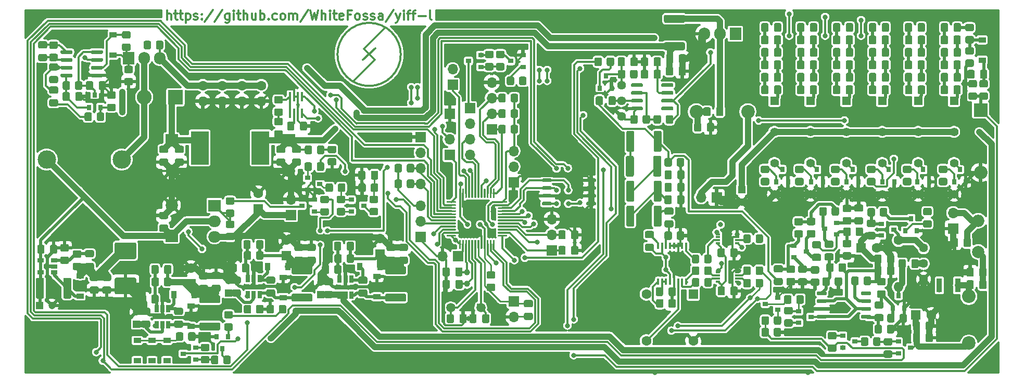
<source format=gbr>
%TF.GenerationSoftware,KiCad,Pcbnew,5.1.10-1.fc34*%
%TF.CreationDate,2021-06-19T08:30:20+03:00*%
%TF.ProjectId,Full schematic,46756c6c-2073-4636-9865-6d617469632e,rev?*%
%TF.SameCoordinates,Original*%
%TF.FileFunction,Copper,L1,Top*%
%TF.FilePolarity,Positive*%
%FSLAX46Y46*%
G04 Gerber Fmt 4.6, Leading zero omitted, Abs format (unit mm)*
G04 Created by KiCad (PCBNEW 5.1.10-1.fc34) date 2021-06-19 08:30:20*
%MOMM*%
%LPD*%
G01*
G04 APERTURE LIST*
%TA.AperFunction,NonConductor*%
%ADD10C,0.300000*%
%TD*%
%TA.AperFunction,ComponentPad*%
%ADD11O,1.700000X1.700000*%
%TD*%
%TA.AperFunction,ComponentPad*%
%ADD12R,1.700000X1.700000*%
%TD*%
%TA.AperFunction,ComponentPad*%
%ADD13C,2.200000*%
%TD*%
%TA.AperFunction,ComponentPad*%
%ADD14C,2.000000*%
%TD*%
%TA.AperFunction,ComponentPad*%
%ADD15R,2.000000X2.000000*%
%TD*%
%TA.AperFunction,ComponentPad*%
%ADD16C,1.000000*%
%TD*%
%TA.AperFunction,ComponentPad*%
%ADD17C,1.500000*%
%TD*%
%TA.AperFunction,ComponentPad*%
%ADD18C,1.600000*%
%TD*%
%TA.AperFunction,ComponentPad*%
%ADD19R,1.600000X1.600000*%
%TD*%
%TA.AperFunction,SMDPad,CuDef*%
%ADD20R,0.400000X1.560000*%
%TD*%
%TA.AperFunction,SMDPad,CuDef*%
%ADD21R,0.650000X1.220000*%
%TD*%
%TA.AperFunction,SMDPad,CuDef*%
%ADD22R,1.060000X0.650000*%
%TD*%
%TA.AperFunction,SMDPad,CuDef*%
%ADD23R,0.400000X1.000000*%
%TD*%
%TA.AperFunction,SMDPad,CuDef*%
%ADD24R,0.800000X0.300000*%
%TD*%
%TA.AperFunction,ComponentPad*%
%ADD25C,1.440000*%
%TD*%
%TA.AperFunction,ComponentPad*%
%ADD26O,1.600000X1.600000*%
%TD*%
%TA.AperFunction,SMDPad,CuDef*%
%ADD27R,0.800000X0.900000*%
%TD*%
%TA.AperFunction,SMDPad,CuDef*%
%ADD28C,0.100000*%
%TD*%
%TA.AperFunction,SMDPad,CuDef*%
%ADD29R,0.900000X2.300000*%
%TD*%
%TA.AperFunction,SMDPad,CuDef*%
%ADD30R,0.900000X0.800000*%
%TD*%
%TA.AperFunction,ComponentPad*%
%ADD31O,1.905000X2.000000*%
%TD*%
%TA.AperFunction,ComponentPad*%
%ADD32R,1.905000X2.000000*%
%TD*%
%TA.AperFunction,ComponentPad*%
%ADD33O,2.000000X1.905000*%
%TD*%
%TA.AperFunction,ComponentPad*%
%ADD34R,2.000000X1.905000*%
%TD*%
%TA.AperFunction,ComponentPad*%
%ADD35O,2.000000X2.000000*%
%TD*%
%TA.AperFunction,ComponentPad*%
%ADD36O,2.200000X2.200000*%
%TD*%
%TA.AperFunction,SMDPad,CuDef*%
%ADD37R,2.900000X5.400000*%
%TD*%
%TA.AperFunction,ComponentPad*%
%ADD38C,3.000000*%
%TD*%
%TA.AperFunction,ComponentPad*%
%ADD39R,1.400000X1.400000*%
%TD*%
%TA.AperFunction,ComponentPad*%
%ADD40C,1.400000*%
%TD*%
%TA.AperFunction,ComponentPad*%
%ADD41R,2.200000X2.200000*%
%TD*%
%TA.AperFunction,SMDPad,CuDef*%
%ADD42R,1.200000X0.900000*%
%TD*%
%TA.AperFunction,ComponentPad*%
%ADD43O,2.400000X2.400000*%
%TD*%
%TA.AperFunction,ComponentPad*%
%ADD44R,2.400000X2.400000*%
%TD*%
%TA.AperFunction,SMDPad,CuDef*%
%ADD45R,0.900000X1.200000*%
%TD*%
%TA.AperFunction,ComponentPad*%
%ADD46C,1.200000*%
%TD*%
%TA.AperFunction,ComponentPad*%
%ADD47R,1.200000X1.200000*%
%TD*%
%TA.AperFunction,ViaPad*%
%ADD48C,0.800000*%
%TD*%
%TA.AperFunction,Conductor*%
%ADD49C,1.000000*%
%TD*%
%TA.AperFunction,Conductor*%
%ADD50C,0.300000*%
%TD*%
%TA.AperFunction,Conductor*%
%ADD51C,0.500000*%
%TD*%
%TA.AperFunction,Conductor*%
%ADD52C,0.250000*%
%TD*%
%TA.AperFunction,Conductor*%
%ADD53C,0.100000*%
%TD*%
G04 APERTURE END LIST*
D10*
X93472000Y-131064000D02*
X91440000Y-132969000D01*
X93345000Y-132969000D02*
X89789000Y-136525000D01*
X91567000Y-131191000D02*
X93345000Y-132969000D01*
X94996000Y-127762000D02*
X91567000Y-131191000D01*
X97599108Y-132080000D02*
G75*
G03*
X97599108Y-132080000I-5143108J0D01*
G01*
X59597428Y-126408571D02*
X59597428Y-124908571D01*
X60240285Y-126408571D02*
X60240285Y-125622857D01*
X60168857Y-125480000D01*
X60026000Y-125408571D01*
X59811714Y-125408571D01*
X59668857Y-125480000D01*
X59597428Y-125551428D01*
X60740285Y-125408571D02*
X61311714Y-125408571D01*
X60954571Y-124908571D02*
X60954571Y-126194285D01*
X61026000Y-126337142D01*
X61168857Y-126408571D01*
X61311714Y-126408571D01*
X61597428Y-125408571D02*
X62168857Y-125408571D01*
X61811714Y-124908571D02*
X61811714Y-126194285D01*
X61883142Y-126337142D01*
X62026000Y-126408571D01*
X62168857Y-126408571D01*
X62668857Y-125408571D02*
X62668857Y-126908571D01*
X62668857Y-125480000D02*
X62811714Y-125408571D01*
X63097428Y-125408571D01*
X63240285Y-125480000D01*
X63311714Y-125551428D01*
X63383142Y-125694285D01*
X63383142Y-126122857D01*
X63311714Y-126265714D01*
X63240285Y-126337142D01*
X63097428Y-126408571D01*
X62811714Y-126408571D01*
X62668857Y-126337142D01*
X63954571Y-126337142D02*
X64097428Y-126408571D01*
X64383142Y-126408571D01*
X64526000Y-126337142D01*
X64597428Y-126194285D01*
X64597428Y-126122857D01*
X64526000Y-125980000D01*
X64383142Y-125908571D01*
X64168857Y-125908571D01*
X64026000Y-125837142D01*
X63954571Y-125694285D01*
X63954571Y-125622857D01*
X64026000Y-125480000D01*
X64168857Y-125408571D01*
X64383142Y-125408571D01*
X64526000Y-125480000D01*
X65240285Y-126265714D02*
X65311714Y-126337142D01*
X65240285Y-126408571D01*
X65168857Y-126337142D01*
X65240285Y-126265714D01*
X65240285Y-126408571D01*
X65240285Y-125480000D02*
X65311714Y-125551428D01*
X65240285Y-125622857D01*
X65168857Y-125551428D01*
X65240285Y-125480000D01*
X65240285Y-125622857D01*
X67026000Y-124837142D02*
X65740285Y-126765714D01*
X68597428Y-124837142D02*
X67311714Y-126765714D01*
X69740285Y-125408571D02*
X69740285Y-126622857D01*
X69668857Y-126765714D01*
X69597428Y-126837142D01*
X69454571Y-126908571D01*
X69240285Y-126908571D01*
X69097428Y-126837142D01*
X69740285Y-126337142D02*
X69597428Y-126408571D01*
X69311714Y-126408571D01*
X69168857Y-126337142D01*
X69097428Y-126265714D01*
X69026000Y-126122857D01*
X69026000Y-125694285D01*
X69097428Y-125551428D01*
X69168857Y-125480000D01*
X69311714Y-125408571D01*
X69597428Y-125408571D01*
X69740285Y-125480000D01*
X70454571Y-126408571D02*
X70454571Y-125408571D01*
X70454571Y-124908571D02*
X70383142Y-124980000D01*
X70454571Y-125051428D01*
X70526000Y-124980000D01*
X70454571Y-124908571D01*
X70454571Y-125051428D01*
X70954571Y-125408571D02*
X71526000Y-125408571D01*
X71168857Y-124908571D02*
X71168857Y-126194285D01*
X71240285Y-126337142D01*
X71383142Y-126408571D01*
X71526000Y-126408571D01*
X72026000Y-126408571D02*
X72026000Y-124908571D01*
X72668857Y-126408571D02*
X72668857Y-125622857D01*
X72597428Y-125480000D01*
X72454571Y-125408571D01*
X72240285Y-125408571D01*
X72097428Y-125480000D01*
X72026000Y-125551428D01*
X74026000Y-125408571D02*
X74026000Y-126408571D01*
X73383142Y-125408571D02*
X73383142Y-126194285D01*
X73454571Y-126337142D01*
X73597428Y-126408571D01*
X73811714Y-126408571D01*
X73954571Y-126337142D01*
X74026000Y-126265714D01*
X74740285Y-126408571D02*
X74740285Y-124908571D01*
X74740285Y-125480000D02*
X74883142Y-125408571D01*
X75168857Y-125408571D01*
X75311714Y-125480000D01*
X75383142Y-125551428D01*
X75454571Y-125694285D01*
X75454571Y-126122857D01*
X75383142Y-126265714D01*
X75311714Y-126337142D01*
X75168857Y-126408571D01*
X74883142Y-126408571D01*
X74740285Y-126337142D01*
X76097428Y-126265714D02*
X76168857Y-126337142D01*
X76097428Y-126408571D01*
X76026000Y-126337142D01*
X76097428Y-126265714D01*
X76097428Y-126408571D01*
X77454571Y-126337142D02*
X77311714Y-126408571D01*
X77026000Y-126408571D01*
X76883142Y-126337142D01*
X76811714Y-126265714D01*
X76740285Y-126122857D01*
X76740285Y-125694285D01*
X76811714Y-125551428D01*
X76883142Y-125480000D01*
X77026000Y-125408571D01*
X77311714Y-125408571D01*
X77454571Y-125480000D01*
X78311714Y-126408571D02*
X78168857Y-126337142D01*
X78097428Y-126265714D01*
X78026000Y-126122857D01*
X78026000Y-125694285D01*
X78097428Y-125551428D01*
X78168857Y-125480000D01*
X78311714Y-125408571D01*
X78526000Y-125408571D01*
X78668857Y-125480000D01*
X78740285Y-125551428D01*
X78811714Y-125694285D01*
X78811714Y-126122857D01*
X78740285Y-126265714D01*
X78668857Y-126337142D01*
X78526000Y-126408571D01*
X78311714Y-126408571D01*
X79454571Y-126408571D02*
X79454571Y-125408571D01*
X79454571Y-125551428D02*
X79526000Y-125480000D01*
X79668857Y-125408571D01*
X79883142Y-125408571D01*
X80026000Y-125480000D01*
X80097428Y-125622857D01*
X80097428Y-126408571D01*
X80097428Y-125622857D02*
X80168857Y-125480000D01*
X80311714Y-125408571D01*
X80526000Y-125408571D01*
X80668857Y-125480000D01*
X80740285Y-125622857D01*
X80740285Y-126408571D01*
X82526000Y-124837142D02*
X81240285Y-126765714D01*
X82883142Y-124908571D02*
X83240285Y-126408571D01*
X83526000Y-125337142D01*
X83811714Y-126408571D01*
X84168857Y-124908571D01*
X84740285Y-126408571D02*
X84740285Y-124908571D01*
X85383142Y-126408571D02*
X85383142Y-125622857D01*
X85311714Y-125480000D01*
X85168857Y-125408571D01*
X84954571Y-125408571D01*
X84811714Y-125480000D01*
X84740285Y-125551428D01*
X86097428Y-126408571D02*
X86097428Y-125408571D01*
X86097428Y-124908571D02*
X86026000Y-124980000D01*
X86097428Y-125051428D01*
X86168857Y-124980000D01*
X86097428Y-124908571D01*
X86097428Y-125051428D01*
X86597428Y-125408571D02*
X87168857Y-125408571D01*
X86811714Y-124908571D02*
X86811714Y-126194285D01*
X86883142Y-126337142D01*
X87026000Y-126408571D01*
X87168857Y-126408571D01*
X88240285Y-126337142D02*
X88097428Y-126408571D01*
X87811714Y-126408571D01*
X87668857Y-126337142D01*
X87597428Y-126194285D01*
X87597428Y-125622857D01*
X87668857Y-125480000D01*
X87811714Y-125408571D01*
X88097428Y-125408571D01*
X88240285Y-125480000D01*
X88311714Y-125622857D01*
X88311714Y-125765714D01*
X87597428Y-125908571D01*
X89454571Y-125622857D02*
X88954571Y-125622857D01*
X88954571Y-126408571D02*
X88954571Y-124908571D01*
X89668857Y-124908571D01*
X90454571Y-126408571D02*
X90311714Y-126337142D01*
X90240285Y-126265714D01*
X90168857Y-126122857D01*
X90168857Y-125694285D01*
X90240285Y-125551428D01*
X90311714Y-125480000D01*
X90454571Y-125408571D01*
X90668857Y-125408571D01*
X90811714Y-125480000D01*
X90883142Y-125551428D01*
X90954571Y-125694285D01*
X90954571Y-126122857D01*
X90883142Y-126265714D01*
X90811714Y-126337142D01*
X90668857Y-126408571D01*
X90454571Y-126408571D01*
X91526000Y-126337142D02*
X91668857Y-126408571D01*
X91954571Y-126408571D01*
X92097428Y-126337142D01*
X92168857Y-126194285D01*
X92168857Y-126122857D01*
X92097428Y-125980000D01*
X91954571Y-125908571D01*
X91740285Y-125908571D01*
X91597428Y-125837142D01*
X91526000Y-125694285D01*
X91526000Y-125622857D01*
X91597428Y-125480000D01*
X91740285Y-125408571D01*
X91954571Y-125408571D01*
X92097428Y-125480000D01*
X92740285Y-126337142D02*
X92883142Y-126408571D01*
X93168857Y-126408571D01*
X93311714Y-126337142D01*
X93383142Y-126194285D01*
X93383142Y-126122857D01*
X93311714Y-125980000D01*
X93168857Y-125908571D01*
X92954571Y-125908571D01*
X92811714Y-125837142D01*
X92740285Y-125694285D01*
X92740285Y-125622857D01*
X92811714Y-125480000D01*
X92954571Y-125408571D01*
X93168857Y-125408571D01*
X93311714Y-125480000D01*
X94668857Y-126408571D02*
X94668857Y-125622857D01*
X94597428Y-125480000D01*
X94454571Y-125408571D01*
X94168857Y-125408571D01*
X94026000Y-125480000D01*
X94668857Y-126337142D02*
X94526000Y-126408571D01*
X94168857Y-126408571D01*
X94026000Y-126337142D01*
X93954571Y-126194285D01*
X93954571Y-126051428D01*
X94026000Y-125908571D01*
X94168857Y-125837142D01*
X94526000Y-125837142D01*
X94668857Y-125765714D01*
X96454571Y-124837142D02*
X95168857Y-126765714D01*
X96811714Y-125408571D02*
X97168857Y-126408571D01*
X97526000Y-125408571D02*
X97168857Y-126408571D01*
X97026000Y-126765714D01*
X96954571Y-126837142D01*
X96811714Y-126908571D01*
X98097428Y-126408571D02*
X98097428Y-125408571D01*
X98097428Y-124908571D02*
X98026000Y-124980000D01*
X98097428Y-125051428D01*
X98168857Y-124980000D01*
X98097428Y-124908571D01*
X98097428Y-125051428D01*
X98597428Y-125408571D02*
X99168857Y-125408571D01*
X98811714Y-126408571D02*
X98811714Y-125122857D01*
X98883142Y-124980000D01*
X99026000Y-124908571D01*
X99168857Y-124908571D01*
X99454571Y-125408571D02*
X100026000Y-125408571D01*
X99668857Y-126408571D02*
X99668857Y-125122857D01*
X99740285Y-124980000D01*
X99883142Y-124908571D01*
X100026000Y-124908571D01*
X100526000Y-125837142D02*
X101668857Y-125837142D01*
X102597428Y-126408571D02*
X102454571Y-126337142D01*
X102383142Y-126194285D01*
X102383142Y-124908571D01*
D11*
%TO.P,JP1,3*%
%TO.N,REG_3.3V*%
X100838000Y-156718000D03*
%TO.P,JP1,2*%
%TO.N,BOOT0*%
X100838000Y-159258000D03*
D12*
%TO.P,JP1,1*%
%TO.N,GND*%
X100838000Y-161798000D03*
%TD*%
%TO.P,L11,2*%
%TO.N,Net-(C69-Pad2)*%
%TA.AperFunction,SMDPad,CuDef*%
G36*
G01*
X143563000Y-126946500D02*
X140663000Y-126946500D01*
G75*
G02*
X140413000Y-126696500I0J250000D01*
G01*
X140413000Y-125896500D01*
G75*
G02*
X140663000Y-125646500I250000J0D01*
G01*
X143563000Y-125646500D01*
G75*
G02*
X143813000Y-125896500I0J-250000D01*
G01*
X143813000Y-126696500D01*
G75*
G02*
X143563000Y-126946500I-250000J0D01*
G01*
G37*
%TD.AperFunction*%
%TO.P,L11,1*%
%TO.N,PWR_3.5_OUT*%
%TA.AperFunction,SMDPad,CuDef*%
G36*
G01*
X143563000Y-131396500D02*
X140663000Y-131396500D01*
G75*
G02*
X140413000Y-131146500I0J250000D01*
G01*
X140413000Y-130346500D01*
G75*
G02*
X140663000Y-130096500I250000J0D01*
G01*
X143563000Y-130096500D01*
G75*
G02*
X143813000Y-130346500I0J-250000D01*
G01*
X143813000Y-131146500D01*
G75*
G02*
X143563000Y-131396500I-250000J0D01*
G01*
G37*
%TD.AperFunction*%
%TD*%
D13*
%TO.P,L12,2*%
%TO.N,ANT_3.5*%
X154069000Y-141414500D03*
%TO.P,L12,1*%
%TO.N,Net-(C69-Pad1)*%
X145669000Y-141414500D03*
%TD*%
D14*
%TO.P,C58,2*%
%TO.N,GND*%
X79375000Y-151050000D03*
D15*
%TO.P,C58,1*%
%TO.N,PWR_3.5_OUT*%
X79375000Y-146050000D03*
%TD*%
%TO.P,C57,2*%
%TO.N,GND*%
%TA.AperFunction,SMDPad,CuDef*%
G36*
G01*
X80170000Y-149040000D02*
X81120000Y-149040000D01*
G75*
G02*
X81370000Y-149290000I0J-250000D01*
G01*
X81370000Y-149965000D01*
G75*
G02*
X81120000Y-150215000I-250000J0D01*
G01*
X80170000Y-150215000D01*
G75*
G02*
X79920000Y-149965000I0J250000D01*
G01*
X79920000Y-149290000D01*
G75*
G02*
X80170000Y-149040000I250000J0D01*
G01*
G37*
%TD.AperFunction*%
%TO.P,C57,1*%
%TO.N,PWR_3.5_OUT*%
%TA.AperFunction,SMDPad,CuDef*%
G36*
G01*
X80170000Y-146965000D02*
X81120000Y-146965000D01*
G75*
G02*
X81370000Y-147215000I0J-250000D01*
G01*
X81370000Y-147890000D01*
G75*
G02*
X81120000Y-148140000I-250000J0D01*
G01*
X80170000Y-148140000D01*
G75*
G02*
X79920000Y-147890000I0J250000D01*
G01*
X79920000Y-147215000D01*
G75*
G02*
X80170000Y-146965000I250000J0D01*
G01*
G37*
%TD.AperFunction*%
%TD*%
%TO.P,C55,2*%
%TO.N,GND*%
%TA.AperFunction,SMDPad,CuDef*%
G36*
G01*
X77630000Y-149040000D02*
X78580000Y-149040000D01*
G75*
G02*
X78830000Y-149290000I0J-250000D01*
G01*
X78830000Y-149965000D01*
G75*
G02*
X78580000Y-150215000I-250000J0D01*
G01*
X77630000Y-150215000D01*
G75*
G02*
X77380000Y-149965000I0J250000D01*
G01*
X77380000Y-149290000D01*
G75*
G02*
X77630000Y-149040000I250000J0D01*
G01*
G37*
%TD.AperFunction*%
%TO.P,C55,1*%
%TO.N,PWR_3.5_OUT*%
%TA.AperFunction,SMDPad,CuDef*%
G36*
G01*
X77630000Y-146965000D02*
X78580000Y-146965000D01*
G75*
G02*
X78830000Y-147215000I0J-250000D01*
G01*
X78830000Y-147890000D01*
G75*
G02*
X78580000Y-148140000I-250000J0D01*
G01*
X77630000Y-148140000D01*
G75*
G02*
X77380000Y-147890000I0J250000D01*
G01*
X77380000Y-147215000D01*
G75*
G02*
X77630000Y-146965000I250000J0D01*
G01*
G37*
%TD.AperFunction*%
%TD*%
%TO.P,L5,2*%
%TO.N,REG_3.3V*%
%TA.AperFunction,SMDPad,CuDef*%
G36*
G01*
X98224000Y-167904000D02*
X95324000Y-167904000D01*
G75*
G02*
X95074000Y-167654000I0J250000D01*
G01*
X95074000Y-166854000D01*
G75*
G02*
X95324000Y-166604000I250000J0D01*
G01*
X98224000Y-166604000D01*
G75*
G02*
X98474000Y-166854000I0J-250000D01*
G01*
X98474000Y-167654000D01*
G75*
G02*
X98224000Y-167904000I-250000J0D01*
G01*
G37*
%TD.AperFunction*%
%TO.P,L5,1*%
%TO.N,Net-(C28-Pad1)*%
%TA.AperFunction,SMDPad,CuDef*%
G36*
G01*
X98224000Y-172354000D02*
X95324000Y-172354000D01*
G75*
G02*
X95074000Y-172104000I0J250000D01*
G01*
X95074000Y-171304000D01*
G75*
G02*
X95324000Y-171054000I250000J0D01*
G01*
X98224000Y-171054000D01*
G75*
G02*
X98474000Y-171304000I0J-250000D01*
G01*
X98474000Y-172104000D01*
G75*
G02*
X98224000Y-172354000I-250000J0D01*
G01*
G37*
%TD.AperFunction*%
%TD*%
%TO.P,L4,2*%
%TO.N,DISPLAY_4V*%
%TA.AperFunction,SMDPad,CuDef*%
G36*
G01*
X82984000Y-167904000D02*
X80084000Y-167904000D01*
G75*
G02*
X79834000Y-167654000I0J250000D01*
G01*
X79834000Y-166854000D01*
G75*
G02*
X80084000Y-166604000I250000J0D01*
G01*
X82984000Y-166604000D01*
G75*
G02*
X83234000Y-166854000I0J-250000D01*
G01*
X83234000Y-167654000D01*
G75*
G02*
X82984000Y-167904000I-250000J0D01*
G01*
G37*
%TD.AperFunction*%
%TO.P,L4,1*%
%TO.N,Net-(C27-Pad1)*%
%TA.AperFunction,SMDPad,CuDef*%
G36*
G01*
X82984000Y-172354000D02*
X80084000Y-172354000D01*
G75*
G02*
X79834000Y-172104000I0J250000D01*
G01*
X79834000Y-171304000D01*
G75*
G02*
X80084000Y-171054000I250000J0D01*
G01*
X82984000Y-171054000D01*
G75*
G02*
X83234000Y-171304000I0J-250000D01*
G01*
X83234000Y-172104000D01*
G75*
G02*
X82984000Y-172354000I-250000J0D01*
G01*
G37*
%TD.AperFunction*%
%TD*%
%TO.P,L3,2*%
%TO.N,REG_5V*%
%TA.AperFunction,SMDPad,CuDef*%
G36*
G01*
X67998000Y-172608000D02*
X65098000Y-172608000D01*
G75*
G02*
X64848000Y-172358000I0J250000D01*
G01*
X64848000Y-171558000D01*
G75*
G02*
X65098000Y-171308000I250000J0D01*
G01*
X67998000Y-171308000D01*
G75*
G02*
X68248000Y-171558000I0J-250000D01*
G01*
X68248000Y-172358000D01*
G75*
G02*
X67998000Y-172608000I-250000J0D01*
G01*
G37*
%TD.AperFunction*%
%TO.P,L3,1*%
%TO.N,Net-(C26-Pad1)*%
%TA.AperFunction,SMDPad,CuDef*%
G36*
G01*
X67998000Y-177058000D02*
X65098000Y-177058000D01*
G75*
G02*
X64848000Y-176808000I0J250000D01*
G01*
X64848000Y-176008000D01*
G75*
G02*
X65098000Y-175758000I250000J0D01*
G01*
X67998000Y-175758000D01*
G75*
G02*
X68248000Y-176008000I0J-250000D01*
G01*
X68248000Y-176808000D01*
G75*
G02*
X67998000Y-177058000I-250000J0D01*
G01*
G37*
%TD.AperFunction*%
%TD*%
%TO.P,L1,2*%
%TO.N,Net-(D4-Pad2)*%
%TA.AperFunction,SMDPad,CuDef*%
G36*
G01*
X42723000Y-171630000D02*
X42723000Y-168730000D01*
G75*
G02*
X42973000Y-168480000I250000J0D01*
G01*
X43773000Y-168480000D01*
G75*
G02*
X44023000Y-168730000I0J-250000D01*
G01*
X44023000Y-171630000D01*
G75*
G02*
X43773000Y-171880000I-250000J0D01*
G01*
X42973000Y-171880000D01*
G75*
G02*
X42723000Y-171630000I0J250000D01*
G01*
G37*
%TD.AperFunction*%
%TO.P,L1,1*%
%TO.N,POWERS_3.5*%
%TA.AperFunction,SMDPad,CuDef*%
G36*
G01*
X38273000Y-171630000D02*
X38273000Y-168730000D01*
G75*
G02*
X38523000Y-168480000I250000J0D01*
G01*
X39323000Y-168480000D01*
G75*
G02*
X39573000Y-168730000I0J-250000D01*
G01*
X39573000Y-171630000D01*
G75*
G02*
X39323000Y-171880000I-250000J0D01*
G01*
X38523000Y-171880000D01*
G75*
G02*
X38273000Y-171630000I0J250000D01*
G01*
G37*
%TD.AperFunction*%
%TD*%
%TO.P,C40,2*%
%TO.N,GND*%
%TA.AperFunction,SMDPad,CuDef*%
G36*
G01*
X51331999Y-168446500D02*
X54332001Y-168446500D01*
G75*
G02*
X54582000Y-168696499I0J-249999D01*
G01*
X54582000Y-170921501D01*
G75*
G02*
X54332001Y-171171500I-249999J0D01*
G01*
X51331999Y-171171500D01*
G75*
G02*
X51082000Y-170921501I0J249999D01*
G01*
X51082000Y-168696499D01*
G75*
G02*
X51331999Y-168446500I249999J0D01*
G01*
G37*
%TD.AperFunction*%
%TO.P,C40,1*%
%TO.N,PWR_3.5_12*%
%TA.AperFunction,SMDPad,CuDef*%
G36*
G01*
X51331999Y-162721500D02*
X54332001Y-162721500D01*
G75*
G02*
X54582000Y-162971499I0J-249999D01*
G01*
X54582000Y-165196501D01*
G75*
G02*
X54332001Y-165446500I-249999J0D01*
G01*
X51331999Y-165446500D01*
G75*
G02*
X51082000Y-165196501I0J249999D01*
G01*
X51082000Y-162971499D01*
G75*
G02*
X51331999Y-162721500I249999J0D01*
G01*
G37*
%TD.AperFunction*%
%TD*%
D16*
%TO.P,Y2,2*%
%TO.N,Net-(C82-Pad1)*%
X108366000Y-167579000D03*
%TO.P,Y2,1*%
%TO.N,Net-(C83-Pad1)*%
X108366000Y-169479000D03*
%TD*%
D17*
%TO.P,Y1,2*%
%TO.N,Net-(C79-Pad1)*%
X105737000Y-173355000D03*
%TO.P,Y1,1*%
%TO.N,Net-(C80-Pad1)*%
X110617000Y-173355000D03*
%TD*%
D18*
%TO.P,X1,4*%
%TO.N,GND*%
X145161000Y-178752500D03*
%TO.P,X1,5*%
%TO.N,Net-(U3-Pad6)*%
X137541000Y-178752500D03*
%TO.P,X1,8*%
%TO.N,REG_5V*%
X137541000Y-171132500D03*
D19*
%TO.P,X1,1*%
%TO.N,Net-(X1-Pad1)*%
X145161000Y-171132500D03*
%TD*%
%TO.P,U12,8*%
%TO.N,REG_3.3V*%
%TA.AperFunction,SMDPad,CuDef*%
G36*
G01*
X122168000Y-156250500D02*
X122168000Y-156550500D01*
G75*
G02*
X122018000Y-156700500I-150000J0D01*
G01*
X120718000Y-156700500D01*
G75*
G02*
X120568000Y-156550500I0J150000D01*
G01*
X120568000Y-156250500D01*
G75*
G02*
X120718000Y-156100500I150000J0D01*
G01*
X122018000Y-156100500D01*
G75*
G02*
X122168000Y-156250500I0J-150000D01*
G01*
G37*
%TD.AperFunction*%
%TO.P,U12,7*%
%TO.N,GND*%
%TA.AperFunction,SMDPad,CuDef*%
G36*
G01*
X122168000Y-154980500D02*
X122168000Y-155280500D01*
G75*
G02*
X122018000Y-155430500I-150000J0D01*
G01*
X120718000Y-155430500D01*
G75*
G02*
X120568000Y-155280500I0J150000D01*
G01*
X120568000Y-154980500D01*
G75*
G02*
X120718000Y-154830500I150000J0D01*
G01*
X122018000Y-154830500D01*
G75*
G02*
X122168000Y-154980500I0J-150000D01*
G01*
G37*
%TD.AperFunction*%
%TO.P,U12,6*%
%TO.N,I2C2_SCL*%
%TA.AperFunction,SMDPad,CuDef*%
G36*
G01*
X122168000Y-153710500D02*
X122168000Y-154010500D01*
G75*
G02*
X122018000Y-154160500I-150000J0D01*
G01*
X120718000Y-154160500D01*
G75*
G02*
X120568000Y-154010500I0J150000D01*
G01*
X120568000Y-153710500D01*
G75*
G02*
X120718000Y-153560500I150000J0D01*
G01*
X122018000Y-153560500D01*
G75*
G02*
X122168000Y-153710500I0J-150000D01*
G01*
G37*
%TD.AperFunction*%
%TO.P,U12,5*%
%TO.N,I2C2_SDA*%
%TA.AperFunction,SMDPad,CuDef*%
G36*
G01*
X122168000Y-152440500D02*
X122168000Y-152740500D01*
G75*
G02*
X122018000Y-152890500I-150000J0D01*
G01*
X120718000Y-152890500D01*
G75*
G02*
X120568000Y-152740500I0J150000D01*
G01*
X120568000Y-152440500D01*
G75*
G02*
X120718000Y-152290500I150000J0D01*
G01*
X122018000Y-152290500D01*
G75*
G02*
X122168000Y-152440500I0J-150000D01*
G01*
G37*
%TD.AperFunction*%
%TO.P,U12,4*%
%TO.N,GND*%
%TA.AperFunction,SMDPad,CuDef*%
G36*
G01*
X129368000Y-152440500D02*
X129368000Y-152740500D01*
G75*
G02*
X129218000Y-152890500I-150000J0D01*
G01*
X127918000Y-152890500D01*
G75*
G02*
X127768000Y-152740500I0J150000D01*
G01*
X127768000Y-152440500D01*
G75*
G02*
X127918000Y-152290500I150000J0D01*
G01*
X129218000Y-152290500D01*
G75*
G02*
X129368000Y-152440500I0J-150000D01*
G01*
G37*
%TD.AperFunction*%
%TO.P,U12,3*%
%TA.AperFunction,SMDPad,CuDef*%
G36*
G01*
X129368000Y-153710500D02*
X129368000Y-154010500D01*
G75*
G02*
X129218000Y-154160500I-150000J0D01*
G01*
X127918000Y-154160500D01*
G75*
G02*
X127768000Y-154010500I0J150000D01*
G01*
X127768000Y-153710500D01*
G75*
G02*
X127918000Y-153560500I150000J0D01*
G01*
X129218000Y-153560500D01*
G75*
G02*
X129368000Y-153710500I0J-150000D01*
G01*
G37*
%TD.AperFunction*%
%TO.P,U12,2*%
%TA.AperFunction,SMDPad,CuDef*%
G36*
G01*
X129368000Y-154980500D02*
X129368000Y-155280500D01*
G75*
G02*
X129218000Y-155430500I-150000J0D01*
G01*
X127918000Y-155430500D01*
G75*
G02*
X127768000Y-155280500I0J150000D01*
G01*
X127768000Y-154980500D01*
G75*
G02*
X127918000Y-154830500I150000J0D01*
G01*
X129218000Y-154830500D01*
G75*
G02*
X129368000Y-154980500I0J-150000D01*
G01*
G37*
%TD.AperFunction*%
%TO.P,U12,1*%
%TA.AperFunction,SMDPad,CuDef*%
G36*
G01*
X129368000Y-156250500D02*
X129368000Y-156550500D01*
G75*
G02*
X129218000Y-156700500I-150000J0D01*
G01*
X127918000Y-156700500D01*
G75*
G02*
X127768000Y-156550500I0J150000D01*
G01*
X127768000Y-156250500D01*
G75*
G02*
X127918000Y-156100500I150000J0D01*
G01*
X129218000Y-156100500D01*
G75*
G02*
X129368000Y-156250500I0J-150000D01*
G01*
G37*
%TD.AperFunction*%
%TD*%
%TO.P,U11,48*%
%TO.N,REG_3.3V*%
%TA.AperFunction,SMDPad,CuDef*%
G36*
G01*
X106482000Y-161777000D02*
X105157000Y-161777000D01*
G75*
G02*
X105082000Y-161702000I0J75000D01*
G01*
X105082000Y-161552000D01*
G75*
G02*
X105157000Y-161477000I75000J0D01*
G01*
X106482000Y-161477000D01*
G75*
G02*
X106557000Y-161552000I0J-75000D01*
G01*
X106557000Y-161702000D01*
G75*
G02*
X106482000Y-161777000I-75000J0D01*
G01*
G37*
%TD.AperFunction*%
%TO.P,U11,47*%
%TO.N,GND*%
%TA.AperFunction,SMDPad,CuDef*%
G36*
G01*
X106482000Y-161277000D02*
X105157000Y-161277000D01*
G75*
G02*
X105082000Y-161202000I0J75000D01*
G01*
X105082000Y-161052000D01*
G75*
G02*
X105157000Y-160977000I75000J0D01*
G01*
X106482000Y-160977000D01*
G75*
G02*
X106557000Y-161052000I0J-75000D01*
G01*
X106557000Y-161202000D01*
G75*
G02*
X106482000Y-161277000I-75000J0D01*
G01*
G37*
%TD.AperFunction*%
%TO.P,U11,46*%
%TO.N,ENABLE_BT*%
%TA.AperFunction,SMDPad,CuDef*%
G36*
G01*
X106482000Y-160777000D02*
X105157000Y-160777000D01*
G75*
G02*
X105082000Y-160702000I0J75000D01*
G01*
X105082000Y-160552000D01*
G75*
G02*
X105157000Y-160477000I75000J0D01*
G01*
X106482000Y-160477000D01*
G75*
G02*
X106557000Y-160552000I0J-75000D01*
G01*
X106557000Y-160702000D01*
G75*
G02*
X106482000Y-160777000I-75000J0D01*
G01*
G37*
%TD.AperFunction*%
%TO.P,U11,45*%
%TO.N,ENABLE_UBATT_CHECK*%
%TA.AperFunction,SMDPad,CuDef*%
G36*
G01*
X106482000Y-160277000D02*
X105157000Y-160277000D01*
G75*
G02*
X105082000Y-160202000I0J75000D01*
G01*
X105082000Y-160052000D01*
G75*
G02*
X105157000Y-159977000I75000J0D01*
G01*
X106482000Y-159977000D01*
G75*
G02*
X106557000Y-160052000I0J-75000D01*
G01*
X106557000Y-160202000D01*
G75*
G02*
X106482000Y-160277000I-75000J0D01*
G01*
G37*
%TD.AperFunction*%
%TO.P,U11,44*%
%TO.N,BOOT0*%
%TA.AperFunction,SMDPad,CuDef*%
G36*
G01*
X106482000Y-159777000D02*
X105157000Y-159777000D01*
G75*
G02*
X105082000Y-159702000I0J75000D01*
G01*
X105082000Y-159552000D01*
G75*
G02*
X105157000Y-159477000I75000J0D01*
G01*
X106482000Y-159477000D01*
G75*
G02*
X106557000Y-159552000I0J-75000D01*
G01*
X106557000Y-159702000D01*
G75*
G02*
X106482000Y-159777000I-75000J0D01*
G01*
G37*
%TD.AperFunction*%
%TO.P,U11,43*%
%TO.N,DISPLAY_SDA*%
%TA.AperFunction,SMDPad,CuDef*%
G36*
G01*
X106482000Y-159277000D02*
X105157000Y-159277000D01*
G75*
G02*
X105082000Y-159202000I0J75000D01*
G01*
X105082000Y-159052000D01*
G75*
G02*
X105157000Y-158977000I75000J0D01*
G01*
X106482000Y-158977000D01*
G75*
G02*
X106557000Y-159052000I0J-75000D01*
G01*
X106557000Y-159202000D01*
G75*
G02*
X106482000Y-159277000I-75000J0D01*
G01*
G37*
%TD.AperFunction*%
%TO.P,U11,42*%
%TO.N,DISPLAY_SCL*%
%TA.AperFunction,SMDPad,CuDef*%
G36*
G01*
X106482000Y-158777000D02*
X105157000Y-158777000D01*
G75*
G02*
X105082000Y-158702000I0J75000D01*
G01*
X105082000Y-158552000D01*
G75*
G02*
X105157000Y-158477000I75000J0D01*
G01*
X106482000Y-158477000D01*
G75*
G02*
X106557000Y-158552000I0J-75000D01*
G01*
X106557000Y-158702000D01*
G75*
G02*
X106482000Y-158777000I-75000J0D01*
G01*
G37*
%TD.AperFunction*%
%TO.P,U11,41*%
%TO.N,ACTIVATE_DISPLAY*%
%TA.AperFunction,SMDPad,CuDef*%
G36*
G01*
X106482000Y-158277000D02*
X105157000Y-158277000D01*
G75*
G02*
X105082000Y-158202000I0J75000D01*
G01*
X105082000Y-158052000D01*
G75*
G02*
X105157000Y-157977000I75000J0D01*
G01*
X106482000Y-157977000D01*
G75*
G02*
X106557000Y-158052000I0J-75000D01*
G01*
X106557000Y-158202000D01*
G75*
G02*
X106482000Y-158277000I-75000J0D01*
G01*
G37*
%TD.AperFunction*%
%TO.P,U11,40*%
%TO.N,ACTIVATE_144*%
%TA.AperFunction,SMDPad,CuDef*%
G36*
G01*
X106482000Y-157777000D02*
X105157000Y-157777000D01*
G75*
G02*
X105082000Y-157702000I0J75000D01*
G01*
X105082000Y-157552000D01*
G75*
G02*
X105157000Y-157477000I75000J0D01*
G01*
X106482000Y-157477000D01*
G75*
G02*
X106557000Y-157552000I0J-75000D01*
G01*
X106557000Y-157702000D01*
G75*
G02*
X106482000Y-157777000I-75000J0D01*
G01*
G37*
%TD.AperFunction*%
%TO.P,U11,39*%
%TO.N,ACTIVATE_FOX*%
%TA.AperFunction,SMDPad,CuDef*%
G36*
G01*
X106482000Y-157277000D02*
X105157000Y-157277000D01*
G75*
G02*
X105082000Y-157202000I0J75000D01*
G01*
X105082000Y-157052000D01*
G75*
G02*
X105157000Y-156977000I75000J0D01*
G01*
X106482000Y-156977000D01*
G75*
G02*
X106557000Y-157052000I0J-75000D01*
G01*
X106557000Y-157202000D01*
G75*
G02*
X106482000Y-157277000I-75000J0D01*
G01*
G37*
%TD.AperFunction*%
%TO.P,U11,38*%
%TO.N,MATCH_5*%
%TA.AperFunction,SMDPad,CuDef*%
G36*
G01*
X106482000Y-156777000D02*
X105157000Y-156777000D01*
G75*
G02*
X105082000Y-156702000I0J75000D01*
G01*
X105082000Y-156552000D01*
G75*
G02*
X105157000Y-156477000I75000J0D01*
G01*
X106482000Y-156477000D01*
G75*
G02*
X106557000Y-156552000I0J-75000D01*
G01*
X106557000Y-156702000D01*
G75*
G02*
X106482000Y-156777000I-75000J0D01*
G01*
G37*
%TD.AperFunction*%
%TO.P,U11,37*%
%TO.N,SWCLK*%
%TA.AperFunction,SMDPad,CuDef*%
G36*
G01*
X106482000Y-156277000D02*
X105157000Y-156277000D01*
G75*
G02*
X105082000Y-156202000I0J75000D01*
G01*
X105082000Y-156052000D01*
G75*
G02*
X105157000Y-155977000I75000J0D01*
G01*
X106482000Y-155977000D01*
G75*
G02*
X106557000Y-156052000I0J-75000D01*
G01*
X106557000Y-156202000D01*
G75*
G02*
X106482000Y-156277000I-75000J0D01*
G01*
G37*
%TD.AperFunction*%
%TO.P,U11,36*%
%TO.N,REG_3.3V*%
%TA.AperFunction,SMDPad,CuDef*%
G36*
G01*
X107307000Y-155452000D02*
X107157000Y-155452000D01*
G75*
G02*
X107082000Y-155377000I0J75000D01*
G01*
X107082000Y-154052000D01*
G75*
G02*
X107157000Y-153977000I75000J0D01*
G01*
X107307000Y-153977000D01*
G75*
G02*
X107382000Y-154052000I0J-75000D01*
G01*
X107382000Y-155377000D01*
G75*
G02*
X107307000Y-155452000I-75000J0D01*
G01*
G37*
%TD.AperFunction*%
%TO.P,U11,35*%
%TO.N,GND*%
%TA.AperFunction,SMDPad,CuDef*%
G36*
G01*
X107807000Y-155452000D02*
X107657000Y-155452000D01*
G75*
G02*
X107582000Y-155377000I0J75000D01*
G01*
X107582000Y-154052000D01*
G75*
G02*
X107657000Y-153977000I75000J0D01*
G01*
X107807000Y-153977000D01*
G75*
G02*
X107882000Y-154052000I0J-75000D01*
G01*
X107882000Y-155377000D01*
G75*
G02*
X107807000Y-155452000I-75000J0D01*
G01*
G37*
%TD.AperFunction*%
%TO.P,U11,34*%
%TO.N,SWDIO*%
%TA.AperFunction,SMDPad,CuDef*%
G36*
G01*
X108307000Y-155452000D02*
X108157000Y-155452000D01*
G75*
G02*
X108082000Y-155377000I0J75000D01*
G01*
X108082000Y-154052000D01*
G75*
G02*
X108157000Y-153977000I75000J0D01*
G01*
X108307000Y-153977000D01*
G75*
G02*
X108382000Y-154052000I0J-75000D01*
G01*
X108382000Y-155377000D01*
G75*
G02*
X108307000Y-155452000I-75000J0D01*
G01*
G37*
%TD.AperFunction*%
%TO.P,U11,33*%
%TO.N,MATCH_2*%
%TA.AperFunction,SMDPad,CuDef*%
G36*
G01*
X108807000Y-155452000D02*
X108657000Y-155452000D01*
G75*
G02*
X108582000Y-155377000I0J75000D01*
G01*
X108582000Y-154052000D01*
G75*
G02*
X108657000Y-153977000I75000J0D01*
G01*
X108807000Y-153977000D01*
G75*
G02*
X108882000Y-154052000I0J-75000D01*
G01*
X108882000Y-155377000D01*
G75*
G02*
X108807000Y-155452000I-75000J0D01*
G01*
G37*
%TD.AperFunction*%
%TO.P,U11,32*%
%TO.N,MATCH_1*%
%TA.AperFunction,SMDPad,CuDef*%
G36*
G01*
X109307000Y-155452000D02*
X109157000Y-155452000D01*
G75*
G02*
X109082000Y-155377000I0J75000D01*
G01*
X109082000Y-154052000D01*
G75*
G02*
X109157000Y-153977000I75000J0D01*
G01*
X109307000Y-153977000D01*
G75*
G02*
X109382000Y-154052000I0J-75000D01*
G01*
X109382000Y-155377000D01*
G75*
G02*
X109307000Y-155452000I-75000J0D01*
G01*
G37*
%TD.AperFunction*%
%TO.P,U11,31*%
%TO.N,BT_RX*%
%TA.AperFunction,SMDPad,CuDef*%
G36*
G01*
X109807000Y-155452000D02*
X109657000Y-155452000D01*
G75*
G02*
X109582000Y-155377000I0J75000D01*
G01*
X109582000Y-154052000D01*
G75*
G02*
X109657000Y-153977000I75000J0D01*
G01*
X109807000Y-153977000D01*
G75*
G02*
X109882000Y-154052000I0J-75000D01*
G01*
X109882000Y-155377000D01*
G75*
G02*
X109807000Y-155452000I-75000J0D01*
G01*
G37*
%TD.AperFunction*%
%TO.P,U11,30*%
%TO.N,BT_TX*%
%TA.AperFunction,SMDPad,CuDef*%
G36*
G01*
X110307000Y-155452000D02*
X110157000Y-155452000D01*
G75*
G02*
X110082000Y-155377000I0J75000D01*
G01*
X110082000Y-154052000D01*
G75*
G02*
X110157000Y-153977000I75000J0D01*
G01*
X110307000Y-153977000D01*
G75*
G02*
X110382000Y-154052000I0J-75000D01*
G01*
X110382000Y-155377000D01*
G75*
G02*
X110307000Y-155452000I-75000J0D01*
G01*
G37*
%TD.AperFunction*%
%TO.P,U11,29*%
%TO.N,DDS_FSYNC*%
%TA.AperFunction,SMDPad,CuDef*%
G36*
G01*
X110807000Y-155452000D02*
X110657000Y-155452000D01*
G75*
G02*
X110582000Y-155377000I0J75000D01*
G01*
X110582000Y-154052000D01*
G75*
G02*
X110657000Y-153977000I75000J0D01*
G01*
X110807000Y-153977000D01*
G75*
G02*
X110882000Y-154052000I0J-75000D01*
G01*
X110882000Y-155377000D01*
G75*
G02*
X110807000Y-155452000I-75000J0D01*
G01*
G37*
%TD.AperFunction*%
%TO.P,U11,28*%
%TO.N,Net-(U11-Pad28)*%
%TA.AperFunction,SMDPad,CuDef*%
G36*
G01*
X111307000Y-155452000D02*
X111157000Y-155452000D01*
G75*
G02*
X111082000Y-155377000I0J75000D01*
G01*
X111082000Y-154052000D01*
G75*
G02*
X111157000Y-153977000I75000J0D01*
G01*
X111307000Y-153977000D01*
G75*
G02*
X111382000Y-154052000I0J-75000D01*
G01*
X111382000Y-155377000D01*
G75*
G02*
X111307000Y-155452000I-75000J0D01*
G01*
G37*
%TD.AperFunction*%
%TO.P,U11,27*%
%TO.N,ENCODER_BTN*%
%TA.AperFunction,SMDPad,CuDef*%
G36*
G01*
X111807000Y-155452000D02*
X111657000Y-155452000D01*
G75*
G02*
X111582000Y-155377000I0J75000D01*
G01*
X111582000Y-154052000D01*
G75*
G02*
X111657000Y-153977000I75000J0D01*
G01*
X111807000Y-153977000D01*
G75*
G02*
X111882000Y-154052000I0J-75000D01*
G01*
X111882000Y-155377000D01*
G75*
G02*
X111807000Y-155452000I-75000J0D01*
G01*
G37*
%TD.AperFunction*%
%TO.P,U11,26*%
%TO.N,ENCODER_R*%
%TA.AperFunction,SMDPad,CuDef*%
G36*
G01*
X112307000Y-155452000D02*
X112157000Y-155452000D01*
G75*
G02*
X112082000Y-155377000I0J75000D01*
G01*
X112082000Y-154052000D01*
G75*
G02*
X112157000Y-153977000I75000J0D01*
G01*
X112307000Y-153977000D01*
G75*
G02*
X112382000Y-154052000I0J-75000D01*
G01*
X112382000Y-155377000D01*
G75*
G02*
X112307000Y-155452000I-75000J0D01*
G01*
G37*
%TD.AperFunction*%
%TO.P,U11,25*%
%TO.N,ENCODER_L*%
%TA.AperFunction,SMDPad,CuDef*%
G36*
G01*
X112807000Y-155452000D02*
X112657000Y-155452000D01*
G75*
G02*
X112582000Y-155377000I0J75000D01*
G01*
X112582000Y-154052000D01*
G75*
G02*
X112657000Y-153977000I75000J0D01*
G01*
X112807000Y-153977000D01*
G75*
G02*
X112882000Y-154052000I0J-75000D01*
G01*
X112882000Y-155377000D01*
G75*
G02*
X112807000Y-155452000I-75000J0D01*
G01*
G37*
%TD.AperFunction*%
%TO.P,U11,24*%
%TO.N,REG_3.3V*%
%TA.AperFunction,SMDPad,CuDef*%
G36*
G01*
X114807000Y-156277000D02*
X113482000Y-156277000D01*
G75*
G02*
X113407000Y-156202000I0J75000D01*
G01*
X113407000Y-156052000D01*
G75*
G02*
X113482000Y-155977000I75000J0D01*
G01*
X114807000Y-155977000D01*
G75*
G02*
X114882000Y-156052000I0J-75000D01*
G01*
X114882000Y-156202000D01*
G75*
G02*
X114807000Y-156277000I-75000J0D01*
G01*
G37*
%TD.AperFunction*%
%TO.P,U11,23*%
%TO.N,GND*%
%TA.AperFunction,SMDPad,CuDef*%
G36*
G01*
X114807000Y-156777000D02*
X113482000Y-156777000D01*
G75*
G02*
X113407000Y-156702000I0J75000D01*
G01*
X113407000Y-156552000D01*
G75*
G02*
X113482000Y-156477000I75000J0D01*
G01*
X114807000Y-156477000D01*
G75*
G02*
X114882000Y-156552000I0J-75000D01*
G01*
X114882000Y-156702000D01*
G75*
G02*
X114807000Y-156777000I-75000J0D01*
G01*
G37*
%TD.AperFunction*%
%TO.P,U11,22*%
%TO.N,I2C2_SDA*%
%TA.AperFunction,SMDPad,CuDef*%
G36*
G01*
X114807000Y-157277000D02*
X113482000Y-157277000D01*
G75*
G02*
X113407000Y-157202000I0J75000D01*
G01*
X113407000Y-157052000D01*
G75*
G02*
X113482000Y-156977000I75000J0D01*
G01*
X114807000Y-156977000D01*
G75*
G02*
X114882000Y-157052000I0J-75000D01*
G01*
X114882000Y-157202000D01*
G75*
G02*
X114807000Y-157277000I-75000J0D01*
G01*
G37*
%TD.AperFunction*%
%TO.P,U11,21*%
%TO.N,I2C2_SCL*%
%TA.AperFunction,SMDPad,CuDef*%
G36*
G01*
X114807000Y-157777000D02*
X113482000Y-157777000D01*
G75*
G02*
X113407000Y-157702000I0J75000D01*
G01*
X113407000Y-157552000D01*
G75*
G02*
X113482000Y-157477000I75000J0D01*
G01*
X114807000Y-157477000D01*
G75*
G02*
X114882000Y-157552000I0J-75000D01*
G01*
X114882000Y-157702000D01*
G75*
G02*
X114807000Y-157777000I-75000J0D01*
G01*
G37*
%TD.AperFunction*%
%TO.P,U11,20*%
%TO.N,BOOT1*%
%TA.AperFunction,SMDPad,CuDef*%
G36*
G01*
X114807000Y-158277000D02*
X113482000Y-158277000D01*
G75*
G02*
X113407000Y-158202000I0J75000D01*
G01*
X113407000Y-158052000D01*
G75*
G02*
X113482000Y-157977000I75000J0D01*
G01*
X114807000Y-157977000D01*
G75*
G02*
X114882000Y-158052000I0J-75000D01*
G01*
X114882000Y-158202000D01*
G75*
G02*
X114807000Y-158277000I-75000J0D01*
G01*
G37*
%TD.AperFunction*%
%TO.P,U11,19*%
%TO.N,ACTIVATE_3.5*%
%TA.AperFunction,SMDPad,CuDef*%
G36*
G01*
X114807000Y-158777000D02*
X113482000Y-158777000D01*
G75*
G02*
X113407000Y-158702000I0J75000D01*
G01*
X113407000Y-158552000D01*
G75*
G02*
X113482000Y-158477000I75000J0D01*
G01*
X114807000Y-158477000D01*
G75*
G02*
X114882000Y-158552000I0J-75000D01*
G01*
X114882000Y-158702000D01*
G75*
G02*
X114807000Y-158777000I-75000J0D01*
G01*
G37*
%TD.AperFunction*%
%TO.P,U11,18*%
%TO.N,Manipulation*%
%TA.AperFunction,SMDPad,CuDef*%
G36*
G01*
X114807000Y-159277000D02*
X113482000Y-159277000D01*
G75*
G02*
X113407000Y-159202000I0J75000D01*
G01*
X113407000Y-159052000D01*
G75*
G02*
X113482000Y-158977000I75000J0D01*
G01*
X114807000Y-158977000D01*
G75*
G02*
X114882000Y-159052000I0J-75000D01*
G01*
X114882000Y-159202000D01*
G75*
G02*
X114807000Y-159277000I-75000J0D01*
G01*
G37*
%TD.AperFunction*%
%TO.P,U11,17*%
%TO.N,DDS_SDATA*%
%TA.AperFunction,SMDPad,CuDef*%
G36*
G01*
X114807000Y-159777000D02*
X113482000Y-159777000D01*
G75*
G02*
X113407000Y-159702000I0J75000D01*
G01*
X113407000Y-159552000D01*
G75*
G02*
X113482000Y-159477000I75000J0D01*
G01*
X114807000Y-159477000D01*
G75*
G02*
X114882000Y-159552000I0J-75000D01*
G01*
X114882000Y-159702000D01*
G75*
G02*
X114807000Y-159777000I-75000J0D01*
G01*
G37*
%TD.AperFunction*%
%TO.P,U11,16*%
%TO.N,BTN_RIGHT*%
%TA.AperFunction,SMDPad,CuDef*%
G36*
G01*
X114807000Y-160277000D02*
X113482000Y-160277000D01*
G75*
G02*
X113407000Y-160202000I0J75000D01*
G01*
X113407000Y-160052000D01*
G75*
G02*
X113482000Y-159977000I75000J0D01*
G01*
X114807000Y-159977000D01*
G75*
G02*
X114882000Y-160052000I0J-75000D01*
G01*
X114882000Y-160202000D01*
G75*
G02*
X114807000Y-160277000I-75000J0D01*
G01*
G37*
%TD.AperFunction*%
%TO.P,U11,15*%
%TO.N,DDS_SCLK*%
%TA.AperFunction,SMDPad,CuDef*%
G36*
G01*
X114807000Y-160777000D02*
X113482000Y-160777000D01*
G75*
G02*
X113407000Y-160702000I0J75000D01*
G01*
X113407000Y-160552000D01*
G75*
G02*
X113482000Y-160477000I75000J0D01*
G01*
X114807000Y-160477000D01*
G75*
G02*
X114882000Y-160552000I0J-75000D01*
G01*
X114882000Y-160702000D01*
G75*
G02*
X114807000Y-160777000I-75000J0D01*
G01*
G37*
%TD.AperFunction*%
%TO.P,U11,14*%
%TO.N,BTN_LEFT*%
%TA.AperFunction,SMDPad,CuDef*%
G36*
G01*
X114807000Y-161277000D02*
X113482000Y-161277000D01*
G75*
G02*
X113407000Y-161202000I0J75000D01*
G01*
X113407000Y-161052000D01*
G75*
G02*
X113482000Y-160977000I75000J0D01*
G01*
X114807000Y-160977000D01*
G75*
G02*
X114882000Y-161052000I0J-75000D01*
G01*
X114882000Y-161202000D01*
G75*
G02*
X114807000Y-161277000I-75000J0D01*
G01*
G37*
%TD.AperFunction*%
%TO.P,U11,13*%
%TO.N,MATCH_0*%
%TA.AperFunction,SMDPad,CuDef*%
G36*
G01*
X114807000Y-161777000D02*
X113482000Y-161777000D01*
G75*
G02*
X113407000Y-161702000I0J75000D01*
G01*
X113407000Y-161552000D01*
G75*
G02*
X113482000Y-161477000I75000J0D01*
G01*
X114807000Y-161477000D01*
G75*
G02*
X114882000Y-161552000I0J-75000D01*
G01*
X114882000Y-161702000D01*
G75*
G02*
X114807000Y-161777000I-75000J0D01*
G01*
G37*
%TD.AperFunction*%
%TO.P,U11,12*%
%TO.N,ADC_U3.5_OUT*%
%TA.AperFunction,SMDPad,CuDef*%
G36*
G01*
X112807000Y-163777000D02*
X112657000Y-163777000D01*
G75*
G02*
X112582000Y-163702000I0J75000D01*
G01*
X112582000Y-162377000D01*
G75*
G02*
X112657000Y-162302000I75000J0D01*
G01*
X112807000Y-162302000D01*
G75*
G02*
X112882000Y-162377000I0J-75000D01*
G01*
X112882000Y-163702000D01*
G75*
G02*
X112807000Y-163777000I-75000J0D01*
G01*
G37*
%TD.AperFunction*%
%TO.P,U11,11*%
%TO.N,ADC_UBATT*%
%TA.AperFunction,SMDPad,CuDef*%
G36*
G01*
X112307000Y-163777000D02*
X112157000Y-163777000D01*
G75*
G02*
X112082000Y-163702000I0J75000D01*
G01*
X112082000Y-162377000D01*
G75*
G02*
X112157000Y-162302000I75000J0D01*
G01*
X112307000Y-162302000D01*
G75*
G02*
X112382000Y-162377000I0J-75000D01*
G01*
X112382000Y-163702000D01*
G75*
G02*
X112307000Y-163777000I-75000J0D01*
G01*
G37*
%TD.AperFunction*%
%TO.P,U11,10*%
%TO.N,ADC_UANT*%
%TA.AperFunction,SMDPad,CuDef*%
G36*
G01*
X111807000Y-163777000D02*
X111657000Y-163777000D01*
G75*
G02*
X111582000Y-163702000I0J75000D01*
G01*
X111582000Y-162377000D01*
G75*
G02*
X111657000Y-162302000I75000J0D01*
G01*
X111807000Y-162302000D01*
G75*
G02*
X111882000Y-162377000I0J-75000D01*
G01*
X111882000Y-163702000D01*
G75*
G02*
X111807000Y-163777000I-75000J0D01*
G01*
G37*
%TD.AperFunction*%
%TO.P,U11,9*%
%TO.N,REG_3.3V*%
%TA.AperFunction,SMDPad,CuDef*%
G36*
G01*
X111307000Y-163777000D02*
X111157000Y-163777000D01*
G75*
G02*
X111082000Y-163702000I0J75000D01*
G01*
X111082000Y-162377000D01*
G75*
G02*
X111157000Y-162302000I75000J0D01*
G01*
X111307000Y-162302000D01*
G75*
G02*
X111382000Y-162377000I0J-75000D01*
G01*
X111382000Y-163702000D01*
G75*
G02*
X111307000Y-163777000I-75000J0D01*
G01*
G37*
%TD.AperFunction*%
%TO.P,U11,8*%
%TO.N,GND*%
%TA.AperFunction,SMDPad,CuDef*%
G36*
G01*
X110807000Y-163777000D02*
X110657000Y-163777000D01*
G75*
G02*
X110582000Y-163702000I0J75000D01*
G01*
X110582000Y-162377000D01*
G75*
G02*
X110657000Y-162302000I75000J0D01*
G01*
X110807000Y-162302000D01*
G75*
G02*
X110882000Y-162377000I0J-75000D01*
G01*
X110882000Y-163702000D01*
G75*
G02*
X110807000Y-163777000I-75000J0D01*
G01*
G37*
%TD.AperFunction*%
%TO.P,U11,7*%
%TO.N,RESET*%
%TA.AperFunction,SMDPad,CuDef*%
G36*
G01*
X110307000Y-163777000D02*
X110157000Y-163777000D01*
G75*
G02*
X110082000Y-163702000I0J75000D01*
G01*
X110082000Y-162377000D01*
G75*
G02*
X110157000Y-162302000I75000J0D01*
G01*
X110307000Y-162302000D01*
G75*
G02*
X110382000Y-162377000I0J-75000D01*
G01*
X110382000Y-163702000D01*
G75*
G02*
X110307000Y-163777000I-75000J0D01*
G01*
G37*
%TD.AperFunction*%
%TO.P,U11,6*%
%TO.N,Net-(C80-Pad1)*%
%TA.AperFunction,SMDPad,CuDef*%
G36*
G01*
X109807000Y-163777000D02*
X109657000Y-163777000D01*
G75*
G02*
X109582000Y-163702000I0J75000D01*
G01*
X109582000Y-162377000D01*
G75*
G02*
X109657000Y-162302000I75000J0D01*
G01*
X109807000Y-162302000D01*
G75*
G02*
X109882000Y-162377000I0J-75000D01*
G01*
X109882000Y-163702000D01*
G75*
G02*
X109807000Y-163777000I-75000J0D01*
G01*
G37*
%TD.AperFunction*%
%TO.P,U11,5*%
%TO.N,Net-(C79-Pad1)*%
%TA.AperFunction,SMDPad,CuDef*%
G36*
G01*
X109307000Y-163777000D02*
X109157000Y-163777000D01*
G75*
G02*
X109082000Y-163702000I0J75000D01*
G01*
X109082000Y-162377000D01*
G75*
G02*
X109157000Y-162302000I75000J0D01*
G01*
X109307000Y-162302000D01*
G75*
G02*
X109382000Y-162377000I0J-75000D01*
G01*
X109382000Y-163702000D01*
G75*
G02*
X109307000Y-163777000I-75000J0D01*
G01*
G37*
%TD.AperFunction*%
%TO.P,U11,4*%
%TO.N,Net-(C83-Pad1)*%
%TA.AperFunction,SMDPad,CuDef*%
G36*
G01*
X108807000Y-163777000D02*
X108657000Y-163777000D01*
G75*
G02*
X108582000Y-163702000I0J75000D01*
G01*
X108582000Y-162377000D01*
G75*
G02*
X108657000Y-162302000I75000J0D01*
G01*
X108807000Y-162302000D01*
G75*
G02*
X108882000Y-162377000I0J-75000D01*
G01*
X108882000Y-163702000D01*
G75*
G02*
X108807000Y-163777000I-75000J0D01*
G01*
G37*
%TD.AperFunction*%
%TO.P,U11,3*%
%TO.N,Net-(C82-Pad1)*%
%TA.AperFunction,SMDPad,CuDef*%
G36*
G01*
X108307000Y-163777000D02*
X108157000Y-163777000D01*
G75*
G02*
X108082000Y-163702000I0J75000D01*
G01*
X108082000Y-162377000D01*
G75*
G02*
X108157000Y-162302000I75000J0D01*
G01*
X108307000Y-162302000D01*
G75*
G02*
X108382000Y-162377000I0J-75000D01*
G01*
X108382000Y-163702000D01*
G75*
G02*
X108307000Y-163777000I-75000J0D01*
G01*
G37*
%TD.AperFunction*%
%TO.P,U11,2*%
%TO.N,FAIL_LED*%
%TA.AperFunction,SMDPad,CuDef*%
G36*
G01*
X107807000Y-163777000D02*
X107657000Y-163777000D01*
G75*
G02*
X107582000Y-163702000I0J75000D01*
G01*
X107582000Y-162377000D01*
G75*
G02*
X107657000Y-162302000I75000J0D01*
G01*
X107807000Y-162302000D01*
G75*
G02*
X107882000Y-162377000I0J-75000D01*
G01*
X107882000Y-163702000D01*
G75*
G02*
X107807000Y-163777000I-75000J0D01*
G01*
G37*
%TD.AperFunction*%
%TO.P,U11,1*%
%TO.N,REG_3.3V*%
%TA.AperFunction,SMDPad,CuDef*%
G36*
G01*
X107307000Y-163777000D02*
X107157000Y-163777000D01*
G75*
G02*
X107082000Y-163702000I0J75000D01*
G01*
X107082000Y-162377000D01*
G75*
G02*
X107157000Y-162302000I75000J0D01*
G01*
X107307000Y-162302000D01*
G75*
G02*
X107382000Y-162377000I0J-75000D01*
G01*
X107382000Y-163702000D01*
G75*
G02*
X107307000Y-163777000I-75000J0D01*
G01*
G37*
%TD.AperFunction*%
%TD*%
%TO.P,U10,8*%
%TO.N,Net-(U10-Pad8)*%
%TA.AperFunction,SMDPad,CuDef*%
G36*
G01*
X172472000Y-171155500D02*
X172472000Y-170855500D01*
G75*
G02*
X172622000Y-170705500I150000J0D01*
G01*
X173922000Y-170705500D01*
G75*
G02*
X174072000Y-170855500I0J-150000D01*
G01*
X174072000Y-171155500D01*
G75*
G02*
X173922000Y-171305500I-150000J0D01*
G01*
X172622000Y-171305500D01*
G75*
G02*
X172472000Y-171155500I0J150000D01*
G01*
G37*
%TD.AperFunction*%
%TO.P,U10,7*%
%TO.N,Net-(R70-Pad2)*%
%TA.AperFunction,SMDPad,CuDef*%
G36*
G01*
X172472000Y-172425500D02*
X172472000Y-172125500D01*
G75*
G02*
X172622000Y-171975500I150000J0D01*
G01*
X173922000Y-171975500D01*
G75*
G02*
X174072000Y-172125500I0J-150000D01*
G01*
X174072000Y-172425500D01*
G75*
G02*
X173922000Y-172575500I-150000J0D01*
G01*
X172622000Y-172575500D01*
G75*
G02*
X172472000Y-172425500I0J150000D01*
G01*
G37*
%TD.AperFunction*%
%TO.P,U10,6*%
%TO.N,PWR_144_5*%
%TA.AperFunction,SMDPad,CuDef*%
G36*
G01*
X172472000Y-173695500D02*
X172472000Y-173395500D01*
G75*
G02*
X172622000Y-173245500I150000J0D01*
G01*
X173922000Y-173245500D01*
G75*
G02*
X174072000Y-173395500I0J-150000D01*
G01*
X174072000Y-173695500D01*
G75*
G02*
X173922000Y-173845500I-150000J0D01*
G01*
X172622000Y-173845500D01*
G75*
G02*
X172472000Y-173695500I0J150000D01*
G01*
G37*
%TD.AperFunction*%
%TO.P,U10,5*%
%TO.N,Net-(C77-Pad2)*%
%TA.AperFunction,SMDPad,CuDef*%
G36*
G01*
X172472000Y-174965500D02*
X172472000Y-174665500D01*
G75*
G02*
X172622000Y-174515500I150000J0D01*
G01*
X173922000Y-174515500D01*
G75*
G02*
X174072000Y-174665500I0J-150000D01*
G01*
X174072000Y-174965500D01*
G75*
G02*
X173922000Y-175115500I-150000J0D01*
G01*
X172622000Y-175115500D01*
G75*
G02*
X172472000Y-174965500I0J150000D01*
G01*
G37*
%TD.AperFunction*%
%TO.P,U10,4*%
%TO.N,PWR_144_5*%
%TA.AperFunction,SMDPad,CuDef*%
G36*
G01*
X165272000Y-174965500D02*
X165272000Y-174665500D01*
G75*
G02*
X165422000Y-174515500I150000J0D01*
G01*
X166722000Y-174515500D01*
G75*
G02*
X166872000Y-174665500I0J-150000D01*
G01*
X166872000Y-174965500D01*
G75*
G02*
X166722000Y-175115500I-150000J0D01*
G01*
X165422000Y-175115500D01*
G75*
G02*
X165272000Y-174965500I0J150000D01*
G01*
G37*
%TD.AperFunction*%
%TO.P,U10,3*%
%TO.N,GND*%
%TA.AperFunction,SMDPad,CuDef*%
G36*
G01*
X165272000Y-173695500D02*
X165272000Y-173395500D01*
G75*
G02*
X165422000Y-173245500I150000J0D01*
G01*
X166722000Y-173245500D01*
G75*
G02*
X166872000Y-173395500I0J-150000D01*
G01*
X166872000Y-173695500D01*
G75*
G02*
X166722000Y-173845500I-150000J0D01*
G01*
X165422000Y-173845500D01*
G75*
G02*
X165272000Y-173695500I0J150000D01*
G01*
G37*
%TD.AperFunction*%
%TO.P,U10,2*%
%TO.N,PWR_144_5*%
%TA.AperFunction,SMDPad,CuDef*%
G36*
G01*
X165272000Y-172425500D02*
X165272000Y-172125500D01*
G75*
G02*
X165422000Y-171975500I150000J0D01*
G01*
X166722000Y-171975500D01*
G75*
G02*
X166872000Y-172125500I0J-150000D01*
G01*
X166872000Y-172425500D01*
G75*
G02*
X166722000Y-172575500I-150000J0D01*
G01*
X165422000Y-172575500D01*
G75*
G02*
X165272000Y-172425500I0J150000D01*
G01*
G37*
%TD.AperFunction*%
%TO.P,U10,1*%
%TO.N,Net-(C65-Pad1)*%
%TA.AperFunction,SMDPad,CuDef*%
G36*
G01*
X165272000Y-171155500D02*
X165272000Y-170855500D01*
G75*
G02*
X165422000Y-170705500I150000J0D01*
G01*
X166722000Y-170705500D01*
G75*
G02*
X166872000Y-170855500I0J-150000D01*
G01*
X166872000Y-171155500D01*
G75*
G02*
X166722000Y-171305500I-150000J0D01*
G01*
X165422000Y-171305500D01*
G75*
G02*
X165272000Y-171155500I0J150000D01*
G01*
G37*
%TD.AperFunction*%
%TD*%
D20*
%TO.P,U9,8*%
%TO.N,Net-(R56-Pad2)*%
X79574000Y-138938000D03*
%TO.P,U9,7*%
%TO.N,GND*%
X80224000Y-138938000D03*
%TO.P,U9,6*%
X80884000Y-138938000D03*
%TO.P,U9,5*%
%TO.N,I2C2_SDA*%
X81534000Y-138938000D03*
%TO.P,U9,4*%
%TO.N,I2C2_SCL*%
X81534000Y-141638000D03*
%TO.P,U9,3*%
%TO.N,GND*%
X80884000Y-141638000D03*
%TO.P,U9,2*%
%TO.N,REG_3.3V*%
X80224000Y-141638000D03*
%TO.P,U9,1*%
%TO.N,Net-(R56-Pad2)*%
X79574000Y-141638000D03*
%TD*%
%TO.P,U8,8*%
%TO.N,Net-(C13-Pad1)*%
%TA.AperFunction,SMDPad,CuDef*%
G36*
G01*
X47220000Y-131849000D02*
X47220000Y-131549000D01*
G75*
G02*
X47370000Y-131399000I150000J0D01*
G01*
X49020000Y-131399000D01*
G75*
G02*
X49170000Y-131549000I0J-150000D01*
G01*
X49170000Y-131849000D01*
G75*
G02*
X49020000Y-131999000I-150000J0D01*
G01*
X47370000Y-131999000D01*
G75*
G02*
X47220000Y-131849000I0J150000D01*
G01*
G37*
%TD.AperFunction*%
%TO.P,U8,7*%
%TO.N,PWR_3.5_12*%
%TA.AperFunction,SMDPad,CuDef*%
G36*
G01*
X47220000Y-133119000D02*
X47220000Y-132819000D01*
G75*
G02*
X47370000Y-132669000I150000J0D01*
G01*
X49020000Y-132669000D01*
G75*
G02*
X49170000Y-132819000I0J-150000D01*
G01*
X49170000Y-133119000D01*
G75*
G02*
X49020000Y-133269000I-150000J0D01*
G01*
X47370000Y-133269000D01*
G75*
G02*
X47220000Y-133119000I0J150000D01*
G01*
G37*
%TD.AperFunction*%
%TO.P,U8,6*%
%TO.N,Net-(D11-Pad1)*%
%TA.AperFunction,SMDPad,CuDef*%
G36*
G01*
X47220000Y-134389000D02*
X47220000Y-134089000D01*
G75*
G02*
X47370000Y-133939000I150000J0D01*
G01*
X49020000Y-133939000D01*
G75*
G02*
X49170000Y-134089000I0J-150000D01*
G01*
X49170000Y-134389000D01*
G75*
G02*
X49020000Y-134539000I-150000J0D01*
G01*
X47370000Y-134539000D01*
G75*
G02*
X47220000Y-134389000I0J150000D01*
G01*
G37*
%TD.AperFunction*%
%TO.P,U8,5*%
%TO.N,GND*%
%TA.AperFunction,SMDPad,CuDef*%
G36*
G01*
X47220000Y-135659000D02*
X47220000Y-135359000D01*
G75*
G02*
X47370000Y-135209000I150000J0D01*
G01*
X49020000Y-135209000D01*
G75*
G02*
X49170000Y-135359000I0J-150000D01*
G01*
X49170000Y-135659000D01*
G75*
G02*
X49020000Y-135809000I-150000J0D01*
G01*
X47370000Y-135809000D01*
G75*
G02*
X47220000Y-135659000I0J150000D01*
G01*
G37*
%TD.AperFunction*%
%TO.P,U8,4*%
%TO.N,Net-(C20-Pad1)*%
%TA.AperFunction,SMDPad,CuDef*%
G36*
G01*
X42270000Y-135659000D02*
X42270000Y-135359000D01*
G75*
G02*
X42420000Y-135209000I150000J0D01*
G01*
X44070000Y-135209000D01*
G75*
G02*
X44220000Y-135359000I0J-150000D01*
G01*
X44220000Y-135659000D01*
G75*
G02*
X44070000Y-135809000I-150000J0D01*
G01*
X42420000Y-135809000D01*
G75*
G02*
X42270000Y-135659000I0J150000D01*
G01*
G37*
%TD.AperFunction*%
%TO.P,U8,3*%
%TO.N,Net-(C32-Pad1)*%
%TA.AperFunction,SMDPad,CuDef*%
G36*
G01*
X42270000Y-134389000D02*
X42270000Y-134089000D01*
G75*
G02*
X42420000Y-133939000I150000J0D01*
G01*
X44070000Y-133939000D01*
G75*
G02*
X44220000Y-134089000I0J-150000D01*
G01*
X44220000Y-134389000D01*
G75*
G02*
X44070000Y-134539000I-150000J0D01*
G01*
X42420000Y-134539000D01*
G75*
G02*
X42270000Y-134389000I0J150000D01*
G01*
G37*
%TD.AperFunction*%
%TO.P,U8,2*%
%TO.N,Net-(C19-Pad2)*%
%TA.AperFunction,SMDPad,CuDef*%
G36*
G01*
X42270000Y-133119000D02*
X42270000Y-132819000D01*
G75*
G02*
X42420000Y-132669000I150000J0D01*
G01*
X44070000Y-132669000D01*
G75*
G02*
X44220000Y-132819000I0J-150000D01*
G01*
X44220000Y-133119000D01*
G75*
G02*
X44070000Y-133269000I-150000J0D01*
G01*
X42420000Y-133269000D01*
G75*
G02*
X42270000Y-133119000I0J150000D01*
G01*
G37*
%TD.AperFunction*%
%TO.P,U8,1*%
%TO.N,Net-(C19-Pad1)*%
%TA.AperFunction,SMDPad,CuDef*%
G36*
G01*
X42270000Y-131849000D02*
X42270000Y-131549000D01*
G75*
G02*
X42420000Y-131399000I150000J0D01*
G01*
X44070000Y-131399000D01*
G75*
G02*
X44220000Y-131549000I0J-150000D01*
G01*
X44220000Y-131849000D01*
G75*
G02*
X44070000Y-131999000I-150000J0D01*
G01*
X42420000Y-131999000D01*
G75*
G02*
X42270000Y-131849000I0J150000D01*
G01*
G37*
%TD.AperFunction*%
%TD*%
D21*
%TO.P,U7,6*%
%TO.N,Net-(C28-Pad1)*%
X89556000Y-171302000D03*
%TO.P,U7,5*%
%TO.N,BATT_7.4V*%
X88606000Y-171302000D03*
%TO.P,U7,4*%
X87656000Y-171302000D03*
%TO.P,U7,3*%
%TO.N,Net-(C39-Pad2)*%
X87656000Y-168682000D03*
%TO.P,U7,2*%
%TO.N,GND*%
X88606000Y-168682000D03*
%TO.P,U7,1*%
%TO.N,Net-(C28-Pad2)*%
X89556000Y-168682000D03*
%TD*%
%TO.P,U6,6*%
%TO.N,Net-(C27-Pad1)*%
X74650000Y-171236000D03*
%TO.P,U6,5*%
%TO.N,BATT_7.4V*%
X73700000Y-171236000D03*
%TO.P,U6,4*%
%TO.N,ACTIVATE_DISPLAY*%
X72750000Y-171236000D03*
%TO.P,U6,3*%
%TO.N,Net-(C38-Pad2)*%
X72750000Y-168616000D03*
%TO.P,U6,2*%
%TO.N,GND*%
X73700000Y-168616000D03*
%TO.P,U6,1*%
%TO.N,Net-(C27-Pad2)*%
X74650000Y-168616000D03*
%TD*%
%TO.P,U5,6*%
%TO.N,Net-(C26-Pad1)*%
X59812000Y-176102000D03*
%TO.P,U5,5*%
%TO.N,BATT_7.4V*%
X58862000Y-176102000D03*
%TO.P,U5,4*%
%TO.N,COMM_5V_ENABLE*%
X57912000Y-176102000D03*
%TO.P,U5,3*%
%TO.N,Net-(C37-Pad2)*%
X57912000Y-173482000D03*
%TO.P,U5,2*%
%TO.N,GND*%
X58862000Y-173482000D03*
%TO.P,U5,1*%
%TO.N,Net-(C26-Pad2)*%
X59812000Y-173482000D03*
%TD*%
D22*
%TO.P,U4,5*%
%TO.N,POWERS_3.5*%
X39032000Y-167574000D03*
%TO.P,U4,4*%
X39032000Y-165674000D03*
%TO.P,U4,3*%
%TO.N,Net-(C25-Pad2)*%
X41232000Y-165674000D03*
%TO.P,U4,2*%
%TO.N,GND*%
X41232000Y-166624000D03*
%TO.P,U4,1*%
%TO.N,Net-(D4-Pad2)*%
X41232000Y-167574000D03*
%TD*%
D23*
%TO.P,U3,16*%
%TO.N,Net-(C21-Pad2)*%
X139457000Y-163279500D03*
%TO.P,U3,15*%
%TO.N,REG_5V*%
X140107000Y-163279500D03*
%TO.P,U3,14*%
%TO.N,Net-(C24-Pad2)*%
X140757000Y-163279500D03*
%TO.P,U3,13*%
%TO.N,GND*%
X141407000Y-163279500D03*
%TO.P,U3,12*%
X142057000Y-163279500D03*
%TO.P,U3,11*%
X142707000Y-163279500D03*
%TO.P,U3,10*%
X143357000Y-163279500D03*
%TO.P,U3,9*%
%TO.N,Net-(R26-Pad1)*%
X144007000Y-163279500D03*
%TO.P,U3,8*%
%TO.N,Net-(R25-Pad1)*%
X144007000Y-169079500D03*
%TO.P,U3,7*%
%TO.N,Net-(R27-Pad1)*%
X143357000Y-169079500D03*
%TO.P,U3,6*%
%TO.N,Net-(U3-Pad6)*%
X142707000Y-169079500D03*
%TO.P,U3,5*%
%TO.N,GND*%
X142057000Y-169079500D03*
%TO.P,U3,4*%
%TO.N,REG_5V*%
X141407000Y-169079500D03*
%TO.P,U3,3*%
%TO.N,Net-(C22-Pad1)*%
X140757000Y-169079500D03*
%TO.P,U3,2*%
X140107000Y-169079500D03*
%TO.P,U3,1*%
%TO.N,Net-(R33-Pad2)*%
X139457000Y-169079500D03*
%TD*%
D24*
%TO.P,U2,8*%
%TO.N,REG_5V*%
X149199000Y-162865500D03*
%TO.P,U2,7*%
%TO.N,Net-(R26-Pad2)*%
X149199000Y-162365500D03*
%TO.P,U2,6*%
%TO.N,Net-(U2-Pad6)*%
X149199000Y-161865500D03*
%TO.P,U2,5*%
%TO.N,REG_3.3V*%
X149199000Y-161365500D03*
%TO.P,U2,4*%
%TO.N,GND*%
X152299000Y-161365500D03*
%TO.P,U2,3*%
X152299000Y-161865500D03*
%TO.P,U2,2*%
%TO.N,Net-(R3-Pad1)*%
X152299000Y-162365500D03*
%TO.P,U2,1*%
%TO.N,REG_3.3V*%
X152299000Y-162865500D03*
%TD*%
%TO.P,U1,8*%
%TO.N,REG_5V*%
X149199000Y-169088500D03*
%TO.P,U1,7*%
%TO.N,Net-(R27-Pad2)*%
X149199000Y-168588500D03*
%TO.P,U1,6*%
%TO.N,Net-(R25-Pad2)*%
X149199000Y-168088500D03*
%TO.P,U1,5*%
%TO.N,REG_3.3V*%
X149199000Y-167588500D03*
%TO.P,U1,4*%
%TO.N,GND*%
X152299000Y-167588500D03*
%TO.P,U1,3*%
%TO.N,Net-(R2-Pad1)*%
X152299000Y-168088500D03*
%TO.P,U1,2*%
%TO.N,Net-(R1-Pad1)*%
X152299000Y-168588500D03*
%TO.P,U1,1*%
%TO.N,REG_3.3V*%
X152299000Y-169088500D03*
%TD*%
D25*
%TO.P,RV2,1*%
%TO.N,MANIP_144*%
X182626000Y-163639500D03*
%TO.P,RV2,2*%
%TO.N,Net-(C84-Pad1)*%
X182626000Y-166179500D03*
%TO.P,RV2,3*%
%TO.N,GND*%
X182626000Y-168719500D03*
%TD*%
%TO.P,RV1,1*%
%TO.N,GND*%
X133477000Y-142176500D03*
%TO.P,RV1,2*%
%TO.N,Net-(C56-Pad1)*%
X133477000Y-139636500D03*
%TO.P,RV1,3*%
%TO.N,Net-(C63-Pad1)*%
X133477000Y-137096500D03*
%TD*%
%TO.P,R97,2*%
%TO.N,MATCH_0*%
%TA.AperFunction,SMDPad,CuDef*%
G36*
G01*
X185350999Y-152212500D02*
X186251001Y-152212500D01*
G75*
G02*
X186501000Y-152462499I0J-249999D01*
G01*
X186501000Y-153162501D01*
G75*
G02*
X186251001Y-153412500I-249999J0D01*
G01*
X185350999Y-153412500D01*
G75*
G02*
X185101000Y-153162501I0J249999D01*
G01*
X185101000Y-152462499D01*
G75*
G02*
X185350999Y-152212500I249999J0D01*
G01*
G37*
%TD.AperFunction*%
%TO.P,R97,1*%
%TO.N,Net-(Q28-Pad1)*%
%TA.AperFunction,SMDPad,CuDef*%
G36*
G01*
X185350999Y-150212500D02*
X186251001Y-150212500D01*
G75*
G02*
X186501000Y-150462499I0J-249999D01*
G01*
X186501000Y-151162501D01*
G75*
G02*
X186251001Y-151412500I-249999J0D01*
G01*
X185350999Y-151412500D01*
G75*
G02*
X185101000Y-151162501I0J249999D01*
G01*
X185101000Y-150462499D01*
G75*
G02*
X185350999Y-150212500I249999J0D01*
G01*
G37*
%TD.AperFunction*%
%TD*%
%TO.P,R96,2*%
%TO.N,MATCH_1*%
%TA.AperFunction,SMDPad,CuDef*%
G36*
G01*
X179508999Y-152212500D02*
X180409001Y-152212500D01*
G75*
G02*
X180659000Y-152462499I0J-249999D01*
G01*
X180659000Y-153162501D01*
G75*
G02*
X180409001Y-153412500I-249999J0D01*
G01*
X179508999Y-153412500D01*
G75*
G02*
X179259000Y-153162501I0J249999D01*
G01*
X179259000Y-152462499D01*
G75*
G02*
X179508999Y-152212500I249999J0D01*
G01*
G37*
%TD.AperFunction*%
%TO.P,R96,1*%
%TO.N,Net-(Q27-Pad1)*%
%TA.AperFunction,SMDPad,CuDef*%
G36*
G01*
X179508999Y-150212500D02*
X180409001Y-150212500D01*
G75*
G02*
X180659000Y-150462499I0J-249999D01*
G01*
X180659000Y-151162501D01*
G75*
G02*
X180409001Y-151412500I-249999J0D01*
G01*
X179508999Y-151412500D01*
G75*
G02*
X179259000Y-151162501I0J249999D01*
G01*
X179259000Y-150462499D01*
G75*
G02*
X179508999Y-150212500I249999J0D01*
G01*
G37*
%TD.AperFunction*%
%TD*%
%TO.P,R95,2*%
%TO.N,MATCH_2*%
%TA.AperFunction,SMDPad,CuDef*%
G36*
G01*
X173666999Y-152212500D02*
X174567001Y-152212500D01*
G75*
G02*
X174817000Y-152462499I0J-249999D01*
G01*
X174817000Y-153162501D01*
G75*
G02*
X174567001Y-153412500I-249999J0D01*
G01*
X173666999Y-153412500D01*
G75*
G02*
X173417000Y-153162501I0J249999D01*
G01*
X173417000Y-152462499D01*
G75*
G02*
X173666999Y-152212500I249999J0D01*
G01*
G37*
%TD.AperFunction*%
%TO.P,R95,1*%
%TO.N,Net-(Q26-Pad1)*%
%TA.AperFunction,SMDPad,CuDef*%
G36*
G01*
X173666999Y-150212500D02*
X174567001Y-150212500D01*
G75*
G02*
X174817000Y-150462499I0J-249999D01*
G01*
X174817000Y-151162501D01*
G75*
G02*
X174567001Y-151412500I-249999J0D01*
G01*
X173666999Y-151412500D01*
G75*
G02*
X173417000Y-151162501I0J249999D01*
G01*
X173417000Y-150462499D01*
G75*
G02*
X173666999Y-150212500I249999J0D01*
G01*
G37*
%TD.AperFunction*%
%TD*%
%TO.P,R94,2*%
%TO.N,MATCH_3*%
%TA.AperFunction,SMDPad,CuDef*%
G36*
G01*
X167824999Y-152212500D02*
X168725001Y-152212500D01*
G75*
G02*
X168975000Y-152462499I0J-249999D01*
G01*
X168975000Y-153162501D01*
G75*
G02*
X168725001Y-153412500I-249999J0D01*
G01*
X167824999Y-153412500D01*
G75*
G02*
X167575000Y-153162501I0J249999D01*
G01*
X167575000Y-152462499D01*
G75*
G02*
X167824999Y-152212500I249999J0D01*
G01*
G37*
%TD.AperFunction*%
%TO.P,R94,1*%
%TO.N,Net-(Q25-Pad1)*%
%TA.AperFunction,SMDPad,CuDef*%
G36*
G01*
X167824999Y-150212500D02*
X168725001Y-150212500D01*
G75*
G02*
X168975000Y-150462499I0J-249999D01*
G01*
X168975000Y-151162501D01*
G75*
G02*
X168725001Y-151412500I-249999J0D01*
G01*
X167824999Y-151412500D01*
G75*
G02*
X167575000Y-151162501I0J249999D01*
G01*
X167575000Y-150462499D01*
G75*
G02*
X167824999Y-150212500I249999J0D01*
G01*
G37*
%TD.AperFunction*%
%TD*%
%TO.P,R93,2*%
%TO.N,MATCH_4*%
%TA.AperFunction,SMDPad,CuDef*%
G36*
G01*
X161982999Y-152212500D02*
X162883001Y-152212500D01*
G75*
G02*
X163133000Y-152462499I0J-249999D01*
G01*
X163133000Y-153162501D01*
G75*
G02*
X162883001Y-153412500I-249999J0D01*
G01*
X161982999Y-153412500D01*
G75*
G02*
X161733000Y-153162501I0J249999D01*
G01*
X161733000Y-152462499D01*
G75*
G02*
X161982999Y-152212500I249999J0D01*
G01*
G37*
%TD.AperFunction*%
%TO.P,R93,1*%
%TO.N,Net-(Q24-Pad1)*%
%TA.AperFunction,SMDPad,CuDef*%
G36*
G01*
X161982999Y-150212500D02*
X162883001Y-150212500D01*
G75*
G02*
X163133000Y-150462499I0J-249999D01*
G01*
X163133000Y-151162501D01*
G75*
G02*
X162883001Y-151412500I-249999J0D01*
G01*
X161982999Y-151412500D01*
G75*
G02*
X161733000Y-151162501I0J249999D01*
G01*
X161733000Y-150462499D01*
G75*
G02*
X161982999Y-150212500I249999J0D01*
G01*
G37*
%TD.AperFunction*%
%TD*%
%TO.P,R89,2*%
%TO.N,MATCH_5*%
%TA.AperFunction,SMDPad,CuDef*%
G36*
G01*
X156394999Y-152212500D02*
X157295001Y-152212500D01*
G75*
G02*
X157545000Y-152462499I0J-249999D01*
G01*
X157545000Y-153162501D01*
G75*
G02*
X157295001Y-153412500I-249999J0D01*
G01*
X156394999Y-153412500D01*
G75*
G02*
X156145000Y-153162501I0J249999D01*
G01*
X156145000Y-152462499D01*
G75*
G02*
X156394999Y-152212500I249999J0D01*
G01*
G37*
%TD.AperFunction*%
%TO.P,R89,1*%
%TO.N,Net-(Q23-Pad1)*%
%TA.AperFunction,SMDPad,CuDef*%
G36*
G01*
X156394999Y-150212500D02*
X157295001Y-150212500D01*
G75*
G02*
X157545000Y-150462499I0J-249999D01*
G01*
X157545000Y-151162501D01*
G75*
G02*
X157295001Y-151412500I-249999J0D01*
G01*
X156394999Y-151412500D01*
G75*
G02*
X156145000Y-151162501I0J249999D01*
G01*
X156145000Y-150462499D01*
G75*
G02*
X156394999Y-150212500I249999J0D01*
G01*
G37*
%TD.AperFunction*%
%TD*%
%TO.P,R87,2*%
%TO.N,DISPLAY_SDA*%
%TA.AperFunction,SMDPad,CuDef*%
G36*
G01*
X98587000Y-153612001D02*
X98587000Y-152711999D01*
G75*
G02*
X98836999Y-152462000I249999J0D01*
G01*
X99537001Y-152462000D01*
G75*
G02*
X99787000Y-152711999I0J-249999D01*
G01*
X99787000Y-153612001D01*
G75*
G02*
X99537001Y-153862000I-249999J0D01*
G01*
X98836999Y-153862000D01*
G75*
G02*
X98587000Y-153612001I0J249999D01*
G01*
G37*
%TD.AperFunction*%
%TO.P,R87,1*%
%TO.N,REG_3.3V*%
%TA.AperFunction,SMDPad,CuDef*%
G36*
G01*
X96587000Y-153612001D02*
X96587000Y-152711999D01*
G75*
G02*
X96836999Y-152462000I249999J0D01*
G01*
X97537001Y-152462000D01*
G75*
G02*
X97787000Y-152711999I0J-249999D01*
G01*
X97787000Y-153612001D01*
G75*
G02*
X97537001Y-153862000I-249999J0D01*
G01*
X96836999Y-153862000D01*
G75*
G02*
X96587000Y-153612001I0J249999D01*
G01*
G37*
%TD.AperFunction*%
%TD*%
%TO.P,R86,2*%
%TO.N,DISPLAY_SCL*%
%TA.AperFunction,SMDPad,CuDef*%
G36*
G01*
X98587000Y-151072001D02*
X98587000Y-150171999D01*
G75*
G02*
X98836999Y-149922000I249999J0D01*
G01*
X99537001Y-149922000D01*
G75*
G02*
X99787000Y-150171999I0J-249999D01*
G01*
X99787000Y-151072001D01*
G75*
G02*
X99537001Y-151322000I-249999J0D01*
G01*
X98836999Y-151322000D01*
G75*
G02*
X98587000Y-151072001I0J249999D01*
G01*
G37*
%TD.AperFunction*%
%TO.P,R86,1*%
%TO.N,REG_3.3V*%
%TA.AperFunction,SMDPad,CuDef*%
G36*
G01*
X96587000Y-151072001D02*
X96587000Y-150171999D01*
G75*
G02*
X96836999Y-149922000I249999J0D01*
G01*
X97537001Y-149922000D01*
G75*
G02*
X97787000Y-150171999I0J-249999D01*
G01*
X97787000Y-151072001D01*
G75*
G02*
X97537001Y-151322000I-249999J0D01*
G01*
X96836999Y-151322000D01*
G75*
G02*
X96587000Y-151072001I0J249999D01*
G01*
G37*
%TD.AperFunction*%
%TD*%
%TO.P,R85,2*%
%TO.N,Net-(Q19-Pad3)*%
%TA.AperFunction,SMDPad,CuDef*%
G36*
G01*
X175517000Y-158247501D02*
X175517000Y-157347499D01*
G75*
G02*
X175766999Y-157097500I249999J0D01*
G01*
X176467001Y-157097500D01*
G75*
G02*
X176717000Y-157347499I0J-249999D01*
G01*
X176717000Y-158247501D01*
G75*
G02*
X176467001Y-158497500I-249999J0D01*
G01*
X175766999Y-158497500D01*
G75*
G02*
X175517000Y-158247501I0J249999D01*
G01*
G37*
%TD.AperFunction*%
%TO.P,R85,1*%
%TO.N,Net-(Q21-Pad1)*%
%TA.AperFunction,SMDPad,CuDef*%
G36*
G01*
X173517000Y-158247501D02*
X173517000Y-157347499D01*
G75*
G02*
X173766999Y-157097500I249999J0D01*
G01*
X174467001Y-157097500D01*
G75*
G02*
X174717000Y-157347499I0J-249999D01*
G01*
X174717000Y-158247501D01*
G75*
G02*
X174467001Y-158497500I-249999J0D01*
G01*
X173766999Y-158497500D01*
G75*
G02*
X173517000Y-158247501I0J249999D01*
G01*
G37*
%TD.AperFunction*%
%TD*%
%TO.P,R84,2*%
%TO.N,ENCODER_L*%
%TA.AperFunction,SMDPad,CuDef*%
G36*
G01*
X114678000Y-143821999D02*
X114678000Y-144722001D01*
G75*
G02*
X114428001Y-144972000I-249999J0D01*
G01*
X113727999Y-144972000D01*
G75*
G02*
X113478000Y-144722001I0J249999D01*
G01*
X113478000Y-143821999D01*
G75*
G02*
X113727999Y-143572000I249999J0D01*
G01*
X114428001Y-143572000D01*
G75*
G02*
X114678000Y-143821999I0J-249999D01*
G01*
G37*
%TD.AperFunction*%
%TO.P,R84,1*%
%TO.N,REG_3.3V*%
%TA.AperFunction,SMDPad,CuDef*%
G36*
G01*
X116678000Y-143821999D02*
X116678000Y-144722001D01*
G75*
G02*
X116428001Y-144972000I-249999J0D01*
G01*
X115727999Y-144972000D01*
G75*
G02*
X115478000Y-144722001I0J249999D01*
G01*
X115478000Y-143821999D01*
G75*
G02*
X115727999Y-143572000I249999J0D01*
G01*
X116428001Y-143572000D01*
G75*
G02*
X116678000Y-143821999I0J-249999D01*
G01*
G37*
%TD.AperFunction*%
%TD*%
%TO.P,R83,2*%
%TO.N,GND*%
%TA.AperFunction,SMDPad,CuDef*%
G36*
G01*
X178724000Y-175519501D02*
X178724000Y-174619499D01*
G75*
G02*
X178973999Y-174369500I249999J0D01*
G01*
X179674001Y-174369500D01*
G75*
G02*
X179924000Y-174619499I0J-249999D01*
G01*
X179924000Y-175519501D01*
G75*
G02*
X179674001Y-175769500I-249999J0D01*
G01*
X178973999Y-175769500D01*
G75*
G02*
X178724000Y-175519501I0J249999D01*
G01*
G37*
%TD.AperFunction*%
%TO.P,R83,1*%
%TO.N,Net-(C77-Pad1)*%
%TA.AperFunction,SMDPad,CuDef*%
G36*
G01*
X176724000Y-175519501D02*
X176724000Y-174619499D01*
G75*
G02*
X176973999Y-174369500I249999J0D01*
G01*
X177674001Y-174369500D01*
G75*
G02*
X177924000Y-174619499I0J-249999D01*
G01*
X177924000Y-175519501D01*
G75*
G02*
X177674001Y-175769500I-249999J0D01*
G01*
X176973999Y-175769500D01*
G75*
G02*
X176724000Y-175519501I0J249999D01*
G01*
G37*
%TD.AperFunction*%
%TD*%
%TO.P,R82,2*%
%TO.N,Net-(C77-Pad1)*%
%TA.AperFunction,SMDPad,CuDef*%
G36*
G01*
X175317999Y-170532500D02*
X176218001Y-170532500D01*
G75*
G02*
X176468000Y-170782499I0J-249999D01*
G01*
X176468000Y-171482501D01*
G75*
G02*
X176218001Y-171732500I-249999J0D01*
G01*
X175317999Y-171732500D01*
G75*
G02*
X175068000Y-171482501I0J249999D01*
G01*
X175068000Y-170782499D01*
G75*
G02*
X175317999Y-170532500I249999J0D01*
G01*
G37*
%TD.AperFunction*%
%TO.P,R82,1*%
%TO.N,PWR_144_5*%
%TA.AperFunction,SMDPad,CuDef*%
G36*
G01*
X175317999Y-168532500D02*
X176218001Y-168532500D01*
G75*
G02*
X176468000Y-168782499I0J-249999D01*
G01*
X176468000Y-169482501D01*
G75*
G02*
X176218001Y-169732500I-249999J0D01*
G01*
X175317999Y-169732500D01*
G75*
G02*
X175068000Y-169482501I0J249999D01*
G01*
X175068000Y-168782499D01*
G75*
G02*
X175317999Y-168532500I249999J0D01*
G01*
G37*
%TD.AperFunction*%
%TD*%
%TO.P,R81,2*%
%TO.N,Net-(Q21-Pad1)*%
%TA.AperFunction,SMDPad,CuDef*%
G36*
G01*
X174567001Y-160207500D02*
X173666999Y-160207500D01*
G75*
G02*
X173417000Y-159957501I0J249999D01*
G01*
X173417000Y-159257499D01*
G75*
G02*
X173666999Y-159007500I249999J0D01*
G01*
X174567001Y-159007500D01*
G75*
G02*
X174817000Y-159257499I0J-249999D01*
G01*
X174817000Y-159957501D01*
G75*
G02*
X174567001Y-160207500I-249999J0D01*
G01*
G37*
%TD.AperFunction*%
%TO.P,R81,1*%
%TO.N,PWR_144_5*%
%TA.AperFunction,SMDPad,CuDef*%
G36*
G01*
X174567001Y-162207500D02*
X173666999Y-162207500D01*
G75*
G02*
X173417000Y-161957501I0J249999D01*
G01*
X173417000Y-161257499D01*
G75*
G02*
X173666999Y-161007500I249999J0D01*
G01*
X174567001Y-161007500D01*
G75*
G02*
X174817000Y-161257499I0J-249999D01*
G01*
X174817000Y-161957501D01*
G75*
G02*
X174567001Y-162207500I-249999J0D01*
G01*
G37*
%TD.AperFunction*%
%TD*%
%TO.P,R80,2*%
%TO.N,ENCODER_R*%
%TA.AperFunction,SMDPad,CuDef*%
G36*
G01*
X114678000Y-141281999D02*
X114678000Y-142182001D01*
G75*
G02*
X114428001Y-142432000I-249999J0D01*
G01*
X113727999Y-142432000D01*
G75*
G02*
X113478000Y-142182001I0J249999D01*
G01*
X113478000Y-141281999D01*
G75*
G02*
X113727999Y-141032000I249999J0D01*
G01*
X114428001Y-141032000D01*
G75*
G02*
X114678000Y-141281999I0J-249999D01*
G01*
G37*
%TD.AperFunction*%
%TO.P,R80,1*%
%TO.N,REG_3.3V*%
%TA.AperFunction,SMDPad,CuDef*%
G36*
G01*
X116678000Y-141281999D02*
X116678000Y-142182001D01*
G75*
G02*
X116428001Y-142432000I-249999J0D01*
G01*
X115727999Y-142432000D01*
G75*
G02*
X115478000Y-142182001I0J249999D01*
G01*
X115478000Y-141281999D01*
G75*
G02*
X115727999Y-141032000I249999J0D01*
G01*
X116428001Y-141032000D01*
G75*
G02*
X116678000Y-141281999I0J-249999D01*
G01*
G37*
%TD.AperFunction*%
%TD*%
%TO.P,R79,2*%
%TO.N,Manipulation*%
%TA.AperFunction,SMDPad,CuDef*%
G36*
G01*
X183711001Y-158302500D02*
X182810999Y-158302500D01*
G75*
G02*
X182561000Y-158052501I0J249999D01*
G01*
X182561000Y-157352499D01*
G75*
G02*
X182810999Y-157102500I249999J0D01*
G01*
X183711001Y-157102500D01*
G75*
G02*
X183961000Y-157352499I0J-249999D01*
G01*
X183961000Y-158052501D01*
G75*
G02*
X183711001Y-158302500I-249999J0D01*
G01*
G37*
%TD.AperFunction*%
%TO.P,R79,1*%
%TO.N,Net-(Q19-Pad1)*%
%TA.AperFunction,SMDPad,CuDef*%
G36*
G01*
X183711001Y-160302500D02*
X182810999Y-160302500D01*
G75*
G02*
X182561000Y-160052501I0J249999D01*
G01*
X182561000Y-159352499D01*
G75*
G02*
X182810999Y-159102500I249999J0D01*
G01*
X183711001Y-159102500D01*
G75*
G02*
X183961000Y-159352499I0J-249999D01*
G01*
X183961000Y-160052501D01*
G75*
G02*
X183711001Y-160302500I-249999J0D01*
G01*
G37*
%TD.AperFunction*%
%TD*%
%TO.P,R78,2*%
%TO.N,ENCODER_BTN*%
%TA.AperFunction,SMDPad,CuDef*%
G36*
G01*
X114678000Y-138741999D02*
X114678000Y-139642001D01*
G75*
G02*
X114428001Y-139892000I-249999J0D01*
G01*
X113727999Y-139892000D01*
G75*
G02*
X113478000Y-139642001I0J249999D01*
G01*
X113478000Y-138741999D01*
G75*
G02*
X113727999Y-138492000I249999J0D01*
G01*
X114428001Y-138492000D01*
G75*
G02*
X114678000Y-138741999I0J-249999D01*
G01*
G37*
%TD.AperFunction*%
%TO.P,R78,1*%
%TO.N,REG_3.3V*%
%TA.AperFunction,SMDPad,CuDef*%
G36*
G01*
X116678000Y-138741999D02*
X116678000Y-139642001D01*
G75*
G02*
X116428001Y-139892000I-249999J0D01*
G01*
X115727999Y-139892000D01*
G75*
G02*
X115478000Y-139642001I0J249999D01*
G01*
X115478000Y-138741999D01*
G75*
G02*
X115727999Y-138492000I249999J0D01*
G01*
X116428001Y-138492000D01*
G75*
G02*
X116678000Y-138741999I0J-249999D01*
G01*
G37*
%TD.AperFunction*%
%TD*%
%TO.P,R77,2*%
%TO.N,GND*%
%TA.AperFunction,SMDPad,CuDef*%
G36*
G01*
X191077001Y-137474500D02*
X190176999Y-137474500D01*
G75*
G02*
X189927000Y-137224501I0J249999D01*
G01*
X189927000Y-136524499D01*
G75*
G02*
X190176999Y-136274500I249999J0D01*
G01*
X191077001Y-136274500D01*
G75*
G02*
X191327000Y-136524499I0J-249999D01*
G01*
X191327000Y-137224501D01*
G75*
G02*
X191077001Y-137474500I-249999J0D01*
G01*
G37*
%TD.AperFunction*%
%TO.P,R77,1*%
%TO.N,ADC_UANT*%
%TA.AperFunction,SMDPad,CuDef*%
G36*
G01*
X191077001Y-139474500D02*
X190176999Y-139474500D01*
G75*
G02*
X189927000Y-139224501I0J249999D01*
G01*
X189927000Y-138524499D01*
G75*
G02*
X190176999Y-138274500I249999J0D01*
G01*
X191077001Y-138274500D01*
G75*
G02*
X191327000Y-138524499I0J-249999D01*
G01*
X191327000Y-139224501D01*
G75*
G02*
X191077001Y-139474500I-249999J0D01*
G01*
G37*
%TD.AperFunction*%
%TD*%
%TO.P,R76,2*%
%TO.N,GND*%
%TA.AperFunction,SMDPad,CuDef*%
G36*
G01*
X176660000Y-177297501D02*
X176660000Y-176397499D01*
G75*
G02*
X176909999Y-176147500I249999J0D01*
G01*
X177610001Y-176147500D01*
G75*
G02*
X177860000Y-176397499I0J-249999D01*
G01*
X177860000Y-177297501D01*
G75*
G02*
X177610001Y-177547500I-249999J0D01*
G01*
X176909999Y-177547500D01*
G75*
G02*
X176660000Y-177297501I0J249999D01*
G01*
G37*
%TD.AperFunction*%
%TO.P,R76,1*%
%TO.N,Net-(C77-Pad2)*%
%TA.AperFunction,SMDPad,CuDef*%
G36*
G01*
X174660000Y-177297501D02*
X174660000Y-176397499D01*
G75*
G02*
X174909999Y-176147500I249999J0D01*
G01*
X175610001Y-176147500D01*
G75*
G02*
X175860000Y-176397499I0J-249999D01*
G01*
X175860000Y-177297501D01*
G75*
G02*
X175610001Y-177547500I-249999J0D01*
G01*
X174909999Y-177547500D01*
G75*
G02*
X174660000Y-177297501I0J249999D01*
G01*
G37*
%TD.AperFunction*%
%TD*%
%TO.P,R75,2*%
%TO.N,Net-(C73-Pad1)*%
%TA.AperFunction,SMDPad,CuDef*%
G36*
G01*
X192855001Y-137474500D02*
X191954999Y-137474500D01*
G75*
G02*
X191705000Y-137224501I0J249999D01*
G01*
X191705000Y-136524499D01*
G75*
G02*
X191954999Y-136274500I249999J0D01*
G01*
X192855001Y-136274500D01*
G75*
G02*
X193105000Y-136524499I0J-249999D01*
G01*
X193105000Y-137224501D01*
G75*
G02*
X192855001Y-137474500I-249999J0D01*
G01*
G37*
%TD.AperFunction*%
%TO.P,R75,1*%
%TO.N,ADC_UANT*%
%TA.AperFunction,SMDPad,CuDef*%
G36*
G01*
X192855001Y-139474500D02*
X191954999Y-139474500D01*
G75*
G02*
X191705000Y-139224501I0J249999D01*
G01*
X191705000Y-138524499D01*
G75*
G02*
X191954999Y-138274500I249999J0D01*
G01*
X192855001Y-138274500D01*
G75*
G02*
X193105000Y-138524499I0J-249999D01*
G01*
X193105000Y-139224501D01*
G75*
G02*
X192855001Y-139474500I-249999J0D01*
G01*
G37*
%TD.AperFunction*%
%TD*%
%TO.P,R74,2*%
%TO.N,Net-(Q17-Pad3)*%
%TA.AperFunction,SMDPad,CuDef*%
G36*
G01*
X114242001Y-132696000D02*
X113341999Y-132696000D01*
G75*
G02*
X113092000Y-132446001I0J249999D01*
G01*
X113092000Y-131745999D01*
G75*
G02*
X113341999Y-131496000I249999J0D01*
G01*
X114242001Y-131496000D01*
G75*
G02*
X114492000Y-131745999I0J-249999D01*
G01*
X114492000Y-132446001D01*
G75*
G02*
X114242001Y-132696000I-249999J0D01*
G01*
G37*
%TD.AperFunction*%
%TO.P,R74,1*%
%TO.N,Net-(Q18-Pad1)*%
%TA.AperFunction,SMDPad,CuDef*%
G36*
G01*
X114242001Y-134696000D02*
X113341999Y-134696000D01*
G75*
G02*
X113092000Y-134446001I0J249999D01*
G01*
X113092000Y-133745999D01*
G75*
G02*
X113341999Y-133496000I249999J0D01*
G01*
X114242001Y-133496000D01*
G75*
G02*
X114492000Y-133745999I0J-249999D01*
G01*
X114492000Y-134446001D01*
G75*
G02*
X114242001Y-134696000I-249999J0D01*
G01*
G37*
%TD.AperFunction*%
%TD*%
%TO.P,R73,2*%
%TO.N,RESET*%
%TA.AperFunction,SMDPad,CuDef*%
G36*
G01*
X111817999Y-169437000D02*
X112718001Y-169437000D01*
G75*
G02*
X112968000Y-169686999I0J-249999D01*
G01*
X112968000Y-170387001D01*
G75*
G02*
X112718001Y-170637000I-249999J0D01*
G01*
X111817999Y-170637000D01*
G75*
G02*
X111568000Y-170387001I0J249999D01*
G01*
X111568000Y-169686999D01*
G75*
G02*
X111817999Y-169437000I249999J0D01*
G01*
G37*
%TD.AperFunction*%
%TO.P,R73,1*%
%TO.N,REG_3.3V*%
%TA.AperFunction,SMDPad,CuDef*%
G36*
G01*
X111817999Y-167437000D02*
X112718001Y-167437000D01*
G75*
G02*
X112968000Y-167686999I0J-249999D01*
G01*
X112968000Y-168387001D01*
G75*
G02*
X112718001Y-168637000I-249999J0D01*
G01*
X111817999Y-168637000D01*
G75*
G02*
X111568000Y-168387001I0J249999D01*
G01*
X111568000Y-167686999D01*
G75*
G02*
X111817999Y-167437000I249999J0D01*
G01*
G37*
%TD.AperFunction*%
%TD*%
%TO.P,R72,2*%
%TO.N,GND*%
%TA.AperFunction,SMDPad,CuDef*%
G36*
G01*
X189668999Y-132908500D02*
X190569001Y-132908500D01*
G75*
G02*
X190819000Y-133158499I0J-249999D01*
G01*
X190819000Y-133858501D01*
G75*
G02*
X190569001Y-134108500I-249999J0D01*
G01*
X189668999Y-134108500D01*
G75*
G02*
X189419000Y-133858501I0J249999D01*
G01*
X189419000Y-133158499D01*
G75*
G02*
X189668999Y-132908500I249999J0D01*
G01*
G37*
%TD.AperFunction*%
%TO.P,R72,1*%
%TO.N,Net-(D13-Pad2)*%
%TA.AperFunction,SMDPad,CuDef*%
G36*
G01*
X189668999Y-130908500D02*
X190569001Y-130908500D01*
G75*
G02*
X190819000Y-131158499I0J-249999D01*
G01*
X190819000Y-131858501D01*
G75*
G02*
X190569001Y-132108500I-249999J0D01*
G01*
X189668999Y-132108500D01*
G75*
G02*
X189419000Y-131858501I0J249999D01*
G01*
X189419000Y-131158499D01*
G75*
G02*
X189668999Y-130908500I249999J0D01*
G01*
G37*
%TD.AperFunction*%
%TD*%
%TO.P,R71,2*%
%TO.N,Net-(D13-Pad2)*%
%TA.AperFunction,SMDPad,CuDef*%
G36*
G01*
X189668999Y-129098500D02*
X190569001Y-129098500D01*
G75*
G02*
X190819000Y-129348499I0J-249999D01*
G01*
X190819000Y-130048501D01*
G75*
G02*
X190569001Y-130298500I-249999J0D01*
G01*
X189668999Y-130298500D01*
G75*
G02*
X189419000Y-130048501I0J249999D01*
G01*
X189419000Y-129348499D01*
G75*
G02*
X189668999Y-129098500I249999J0D01*
G01*
G37*
%TD.AperFunction*%
%TO.P,R71,1*%
%TO.N,ANT_3.5*%
%TA.AperFunction,SMDPad,CuDef*%
G36*
G01*
X189668999Y-127098500D02*
X190569001Y-127098500D01*
G75*
G02*
X190819000Y-127348499I0J-249999D01*
G01*
X190819000Y-128048501D01*
G75*
G02*
X190569001Y-128298500I-249999J0D01*
G01*
X189668999Y-128298500D01*
G75*
G02*
X189419000Y-128048501I0J249999D01*
G01*
X189419000Y-127348499D01*
G75*
G02*
X189668999Y-127098500I249999J0D01*
G01*
G37*
%TD.AperFunction*%
%TD*%
%TO.P,R70,2*%
%TO.N,Net-(R70-Pad2)*%
%TA.AperFunction,SMDPad,CuDef*%
G36*
G01*
X172082000Y-168523499D02*
X172082000Y-169423501D01*
G75*
G02*
X171832001Y-169673500I-249999J0D01*
G01*
X171131999Y-169673500D01*
G75*
G02*
X170882000Y-169423501I0J249999D01*
G01*
X170882000Y-168523499D01*
G75*
G02*
X171131999Y-168273500I249999J0D01*
G01*
X171832001Y-168273500D01*
G75*
G02*
X172082000Y-168523499I0J-249999D01*
G01*
G37*
%TD.AperFunction*%
%TO.P,R70,1*%
%TO.N,PWR_144_5*%
%TA.AperFunction,SMDPad,CuDef*%
G36*
G01*
X174082000Y-168523499D02*
X174082000Y-169423501D01*
G75*
G02*
X173832001Y-169673500I-249999J0D01*
G01*
X173131999Y-169673500D01*
G75*
G02*
X172882000Y-169423501I0J249999D01*
G01*
X172882000Y-168523499D01*
G75*
G02*
X173131999Y-168273500I249999J0D01*
G01*
X173832001Y-168273500D01*
G75*
G02*
X174082000Y-168523499I0J-249999D01*
G01*
G37*
%TD.AperFunction*%
%TD*%
%TO.P,R69,2*%
%TO.N,Net-(Q18-Pad1)*%
%TA.AperFunction,SMDPad,CuDef*%
G36*
G01*
X111563999Y-133496000D02*
X112464001Y-133496000D01*
G75*
G02*
X112714000Y-133745999I0J-249999D01*
G01*
X112714000Y-134446001D01*
G75*
G02*
X112464001Y-134696000I-249999J0D01*
G01*
X111563999Y-134696000D01*
G75*
G02*
X111314000Y-134446001I0J249999D01*
G01*
X111314000Y-133745999D01*
G75*
G02*
X111563999Y-133496000I249999J0D01*
G01*
G37*
%TD.AperFunction*%
%TO.P,R69,1*%
%TO.N,REG_5V*%
%TA.AperFunction,SMDPad,CuDef*%
G36*
G01*
X111563999Y-131496000D02*
X112464001Y-131496000D01*
G75*
G02*
X112714000Y-131745999I0J-249999D01*
G01*
X112714000Y-132446001D01*
G75*
G02*
X112464001Y-132696000I-249999J0D01*
G01*
X111563999Y-132696000D01*
G75*
G02*
X111314000Y-132446001I0J249999D01*
G01*
X111314000Y-131745999D01*
G75*
G02*
X111563999Y-131496000I249999J0D01*
G01*
G37*
%TD.AperFunction*%
%TD*%
%TO.P,R68,2*%
%TO.N,ENABLE_BT*%
%TA.AperFunction,SMDPad,CuDef*%
G36*
G01*
X116843000Y-136848001D02*
X116843000Y-135947999D01*
G75*
G02*
X117092999Y-135698000I249999J0D01*
G01*
X117793001Y-135698000D01*
G75*
G02*
X118043000Y-135947999I0J-249999D01*
G01*
X118043000Y-136848001D01*
G75*
G02*
X117793001Y-137098000I-249999J0D01*
G01*
X117092999Y-137098000D01*
G75*
G02*
X116843000Y-136848001I0J249999D01*
G01*
G37*
%TD.AperFunction*%
%TO.P,R68,1*%
%TO.N,Net-(Q17-Pad1)*%
%TA.AperFunction,SMDPad,CuDef*%
G36*
G01*
X114843000Y-136848001D02*
X114843000Y-135947999D01*
G75*
G02*
X115092999Y-135698000I249999J0D01*
G01*
X115793001Y-135698000D01*
G75*
G02*
X116043000Y-135947999I0J-249999D01*
G01*
X116043000Y-136848001D01*
G75*
G02*
X115793001Y-137098000I-249999J0D01*
G01*
X115092999Y-137098000D01*
G75*
G02*
X114843000Y-136848001I0J249999D01*
G01*
G37*
%TD.AperFunction*%
%TD*%
%TO.P,R67,2*%
%TO.N,GND*%
%TA.AperFunction,SMDPad,CuDef*%
G36*
G01*
X85973499Y-148974000D02*
X86873501Y-148974000D01*
G75*
G02*
X87123500Y-149223999I0J-249999D01*
G01*
X87123500Y-149924001D01*
G75*
G02*
X86873501Y-150174000I-249999J0D01*
G01*
X85973499Y-150174000D01*
G75*
G02*
X85723500Y-149924001I0J249999D01*
G01*
X85723500Y-149223999D01*
G75*
G02*
X85973499Y-148974000I249999J0D01*
G01*
G37*
%TD.AperFunction*%
%TO.P,R67,1*%
%TO.N,ADC_U3.5_OUT*%
%TA.AperFunction,SMDPad,CuDef*%
G36*
G01*
X85973499Y-146974000D02*
X86873501Y-146974000D01*
G75*
G02*
X87123500Y-147223999I0J-249999D01*
G01*
X87123500Y-147924001D01*
G75*
G02*
X86873501Y-148174000I-249999J0D01*
G01*
X85973499Y-148174000D01*
G75*
G02*
X85723500Y-147924001I0J249999D01*
G01*
X85723500Y-147223999D01*
G75*
G02*
X85973499Y-146974000I249999J0D01*
G01*
G37*
%TD.AperFunction*%
%TD*%
%TO.P,R66,2*%
%TO.N,ADC_U3.5_OUT*%
%TA.AperFunction,SMDPad,CuDef*%
G36*
G01*
X83982000Y-148087501D02*
X83982000Y-147187499D01*
G75*
G02*
X84231999Y-146937500I249999J0D01*
G01*
X84932001Y-146937500D01*
G75*
G02*
X85182000Y-147187499I0J-249999D01*
G01*
X85182000Y-148087501D01*
G75*
G02*
X84932001Y-148337500I-249999J0D01*
G01*
X84231999Y-148337500D01*
G75*
G02*
X83982000Y-148087501I0J249999D01*
G01*
G37*
%TD.AperFunction*%
%TO.P,R66,1*%
%TO.N,PWR_3.5_OUT*%
%TA.AperFunction,SMDPad,CuDef*%
G36*
G01*
X81982000Y-148087501D02*
X81982000Y-147187499D01*
G75*
G02*
X82231999Y-146937500I249999J0D01*
G01*
X82932001Y-146937500D01*
G75*
G02*
X83182000Y-147187499I0J-249999D01*
G01*
X83182000Y-148087501D01*
G75*
G02*
X82932001Y-148337500I-249999J0D01*
G01*
X82231999Y-148337500D01*
G75*
G02*
X81982000Y-148087501I0J249999D01*
G01*
G37*
%TD.AperFunction*%
%TD*%
%TO.P,R65,2*%
%TO.N,GND*%
%TA.AperFunction,SMDPad,CuDef*%
G36*
G01*
X168183000Y-169550501D02*
X168183000Y-168650499D01*
G75*
G02*
X168432999Y-168400500I249999J0D01*
G01*
X169133001Y-168400500D01*
G75*
G02*
X169383000Y-168650499I0J-249999D01*
G01*
X169383000Y-169550501D01*
G75*
G02*
X169133001Y-169800500I-249999J0D01*
G01*
X168432999Y-169800500D01*
G75*
G02*
X168183000Y-169550501I0J249999D01*
G01*
G37*
%TD.AperFunction*%
%TO.P,R65,1*%
%TO.N,Net-(C65-Pad1)*%
%TA.AperFunction,SMDPad,CuDef*%
G36*
G01*
X166183000Y-169550501D02*
X166183000Y-168650499D01*
G75*
G02*
X166432999Y-168400500I249999J0D01*
G01*
X167133001Y-168400500D01*
G75*
G02*
X167383000Y-168650499I0J-249999D01*
G01*
X167383000Y-169550501D01*
G75*
G02*
X167133001Y-169800500I-249999J0D01*
G01*
X166432999Y-169800500D01*
G75*
G02*
X166183000Y-169550501I0J249999D01*
G01*
G37*
%TD.AperFunction*%
%TD*%
%TO.P,R64,2*%
%TO.N,Net-(C65-Pad1)*%
%TA.AperFunction,SMDPad,CuDef*%
G36*
G01*
X168018000Y-166364499D02*
X168018000Y-167264501D01*
G75*
G02*
X167768001Y-167514500I-249999J0D01*
G01*
X167067999Y-167514500D01*
G75*
G02*
X166818000Y-167264501I0J249999D01*
G01*
X166818000Y-166364499D01*
G75*
G02*
X167067999Y-166114500I249999J0D01*
G01*
X167768001Y-166114500D01*
G75*
G02*
X168018000Y-166364499I0J-249999D01*
G01*
G37*
%TD.AperFunction*%
%TO.P,R64,1*%
%TO.N,PWR_144_5*%
%TA.AperFunction,SMDPad,CuDef*%
G36*
G01*
X170018000Y-166364499D02*
X170018000Y-167264501D01*
G75*
G02*
X169768001Y-167514500I-249999J0D01*
G01*
X169067999Y-167514500D01*
G75*
G02*
X168818000Y-167264501I0J249999D01*
G01*
X168818000Y-166364499D01*
G75*
G02*
X169067999Y-166114500I249999J0D01*
G01*
X169768001Y-166114500D01*
G75*
G02*
X170018000Y-166364499I0J-249999D01*
G01*
G37*
%TD.AperFunction*%
%TD*%
%TO.P,R63,2*%
%TO.N,GND*%
%TA.AperFunction,SMDPad,CuDef*%
G36*
G01*
X136141000Y-142234499D02*
X136141000Y-143134501D01*
G75*
G02*
X135891001Y-143384500I-249999J0D01*
G01*
X135190999Y-143384500D01*
G75*
G02*
X134941000Y-143134501I0J249999D01*
G01*
X134941000Y-142234499D01*
G75*
G02*
X135190999Y-141984500I249999J0D01*
G01*
X135891001Y-141984500D01*
G75*
G02*
X136141000Y-142234499I0J-249999D01*
G01*
G37*
%TD.AperFunction*%
%TO.P,R63,1*%
%TO.N,Net-(DA1-Pad2)*%
%TA.AperFunction,SMDPad,CuDef*%
G36*
G01*
X138141000Y-142234499D02*
X138141000Y-143134501D01*
G75*
G02*
X137891001Y-143384500I-249999J0D01*
G01*
X137190999Y-143384500D01*
G75*
G02*
X136941000Y-143134501I0J249999D01*
G01*
X136941000Y-142234499D01*
G75*
G02*
X137190999Y-141984500I249999J0D01*
G01*
X137891001Y-141984500D01*
G75*
G02*
X138141000Y-142234499I0J-249999D01*
G01*
G37*
%TD.AperFunction*%
%TD*%
%TO.P,R62,2*%
%TO.N,Net-(DA1-Pad2)*%
%TA.AperFunction,SMDPad,CuDef*%
G36*
G01*
X139919000Y-142234499D02*
X139919000Y-143134501D01*
G75*
G02*
X139669001Y-143384500I-249999J0D01*
G01*
X138968999Y-143384500D01*
G75*
G02*
X138719000Y-143134501I0J249999D01*
G01*
X138719000Y-142234499D01*
G75*
G02*
X138968999Y-141984500I249999J0D01*
G01*
X139669001Y-141984500D01*
G75*
G02*
X139919000Y-142234499I0J-249999D01*
G01*
G37*
%TD.AperFunction*%
%TO.P,R62,1*%
%TO.N,Net-(DA1-Pad6)*%
%TA.AperFunction,SMDPad,CuDef*%
G36*
G01*
X141919000Y-142234499D02*
X141919000Y-143134501D01*
G75*
G02*
X141669001Y-143384500I-249999J0D01*
G01*
X140968999Y-143384500D01*
G75*
G02*
X140719000Y-143134501I0J249999D01*
G01*
X140719000Y-142234499D01*
G75*
G02*
X140968999Y-141984500I249999J0D01*
G01*
X141669001Y-141984500D01*
G75*
G02*
X141919000Y-142234499I0J-249999D01*
G01*
G37*
%TD.AperFunction*%
%TD*%
%TO.P,R61,2*%
%TO.N,GND*%
%TA.AperFunction,SMDPad,CuDef*%
G36*
G01*
X170630001Y-157794500D02*
X169729999Y-157794500D01*
G75*
G02*
X169480000Y-157544501I0J249999D01*
G01*
X169480000Y-156844499D01*
G75*
G02*
X169729999Y-156594500I249999J0D01*
G01*
X170630001Y-156594500D01*
G75*
G02*
X170880000Y-156844499I0J-249999D01*
G01*
X170880000Y-157544501D01*
G75*
G02*
X170630001Y-157794500I-249999J0D01*
G01*
G37*
%TD.AperFunction*%
%TO.P,R61,1*%
%TO.N,Net-(C66-Pad1)*%
%TA.AperFunction,SMDPad,CuDef*%
G36*
G01*
X170630001Y-159794500D02*
X169729999Y-159794500D01*
G75*
G02*
X169480000Y-159544501I0J249999D01*
G01*
X169480000Y-158844499D01*
G75*
G02*
X169729999Y-158594500I249999J0D01*
G01*
X170630001Y-158594500D01*
G75*
G02*
X170880000Y-158844499I0J-249999D01*
G01*
X170880000Y-159544501D01*
G75*
G02*
X170630001Y-159794500I-249999J0D01*
G01*
G37*
%TD.AperFunction*%
%TD*%
%TO.P,R60,2*%
%TO.N,Net-(C65-Pad2)*%
%TA.AperFunction,SMDPad,CuDef*%
G36*
G01*
X166875000Y-157220499D02*
X166875000Y-158120501D01*
G75*
G02*
X166625001Y-158370500I-249999J0D01*
G01*
X165924999Y-158370500D01*
G75*
G02*
X165675000Y-158120501I0J249999D01*
G01*
X165675000Y-157220499D01*
G75*
G02*
X165924999Y-156970500I249999J0D01*
G01*
X166625001Y-156970500D01*
G75*
G02*
X166875000Y-157220499I0J-249999D01*
G01*
G37*
%TD.AperFunction*%
%TO.P,R60,1*%
%TO.N,PWR_144_5*%
%TA.AperFunction,SMDPad,CuDef*%
G36*
G01*
X168875000Y-157220499D02*
X168875000Y-158120501D01*
G75*
G02*
X168625001Y-158370500I-249999J0D01*
G01*
X167924999Y-158370500D01*
G75*
G02*
X167675000Y-158120501I0J249999D01*
G01*
X167675000Y-157220499D01*
G75*
G02*
X167924999Y-156970500I249999J0D01*
G01*
X168625001Y-156970500D01*
G75*
G02*
X168875000Y-157220499I0J-249999D01*
G01*
G37*
%TD.AperFunction*%
%TD*%
%TO.P,R59,2*%
%TO.N,GND*%
%TA.AperFunction,SMDPad,CuDef*%
G36*
G01*
X169729999Y-164309500D02*
X170630001Y-164309500D01*
G75*
G02*
X170880000Y-164559499I0J-249999D01*
G01*
X170880000Y-165259501D01*
G75*
G02*
X170630001Y-165509500I-249999J0D01*
G01*
X169729999Y-165509500D01*
G75*
G02*
X169480000Y-165259501I0J249999D01*
G01*
X169480000Y-164559499D01*
G75*
G02*
X169729999Y-164309500I249999J0D01*
G01*
G37*
%TD.AperFunction*%
%TO.P,R59,1*%
%TO.N,Net-(C61-Pad1)*%
%TA.AperFunction,SMDPad,CuDef*%
G36*
G01*
X169729999Y-162309500D02*
X170630001Y-162309500D01*
G75*
G02*
X170880000Y-162559499I0J-249999D01*
G01*
X170880000Y-163259501D01*
G75*
G02*
X170630001Y-163509500I-249999J0D01*
G01*
X169729999Y-163509500D01*
G75*
G02*
X169480000Y-163259501I0J249999D01*
G01*
X169480000Y-162559499D01*
G75*
G02*
X169729999Y-162309500I249999J0D01*
G01*
G37*
%TD.AperFunction*%
%TD*%
%TO.P,R58,2*%
%TO.N,Net-(C61-Pad1)*%
%TA.AperFunction,SMDPad,CuDef*%
G36*
G01*
X170780000Y-160522499D02*
X170780000Y-161422501D01*
G75*
G02*
X170530001Y-161672500I-249999J0D01*
G01*
X169829999Y-161672500D01*
G75*
G02*
X169580000Y-161422501I0J249999D01*
G01*
X169580000Y-160522499D01*
G75*
G02*
X169829999Y-160272500I249999J0D01*
G01*
X170530001Y-160272500D01*
G75*
G02*
X170780000Y-160522499I0J-249999D01*
G01*
G37*
%TD.AperFunction*%
%TO.P,R58,1*%
%TO.N,PWR_144_5*%
%TA.AperFunction,SMDPad,CuDef*%
G36*
G01*
X172780000Y-160522499D02*
X172780000Y-161422501D01*
G75*
G02*
X172530001Y-161672500I-249999J0D01*
G01*
X171829999Y-161672500D01*
G75*
G02*
X171580000Y-161422501I0J249999D01*
G01*
X171580000Y-160522499D01*
G75*
G02*
X171829999Y-160272500I249999J0D01*
G01*
X172530001Y-160272500D01*
G75*
G02*
X172780000Y-160522499I0J-249999D01*
G01*
G37*
%TD.AperFunction*%
%TD*%
%TO.P,R57,2*%
%TO.N,Net-(C63-Pad1)*%
%TA.AperFunction,SMDPad,CuDef*%
G36*
G01*
X134109000Y-134868499D02*
X134109000Y-135768501D01*
G75*
G02*
X133859001Y-136018500I-249999J0D01*
G01*
X133158999Y-136018500D01*
G75*
G02*
X132909000Y-135768501I0J249999D01*
G01*
X132909000Y-134868499D01*
G75*
G02*
X133158999Y-134618500I249999J0D01*
G01*
X133859001Y-134618500D01*
G75*
G02*
X134109000Y-134868499I0J-249999D01*
G01*
G37*
%TD.AperFunction*%
%TO.P,R57,1*%
%TO.N,PWR_3.5_12*%
%TA.AperFunction,SMDPad,CuDef*%
G36*
G01*
X136109000Y-134868499D02*
X136109000Y-135768501D01*
G75*
G02*
X135859001Y-136018500I-249999J0D01*
G01*
X135158999Y-136018500D01*
G75*
G02*
X134909000Y-135768501I0J249999D01*
G01*
X134909000Y-134868499D01*
G75*
G02*
X135158999Y-134618500I249999J0D01*
G01*
X135859001Y-134618500D01*
G75*
G02*
X136109000Y-134868499I0J-249999D01*
G01*
G37*
%TD.AperFunction*%
%TD*%
%TO.P,R56,2*%
%TO.N,Net-(R56-Pad2)*%
%TA.AperFunction,SMDPad,CuDef*%
G36*
G01*
X78174001Y-140078000D02*
X77273999Y-140078000D01*
G75*
G02*
X77024000Y-139828001I0J249999D01*
G01*
X77024000Y-139127999D01*
G75*
G02*
X77273999Y-138878000I249999J0D01*
G01*
X78174001Y-138878000D01*
G75*
G02*
X78424000Y-139127999I0J-249999D01*
G01*
X78424000Y-139828001D01*
G75*
G02*
X78174001Y-140078000I-249999J0D01*
G01*
G37*
%TD.AperFunction*%
%TO.P,R56,1*%
%TO.N,Net-(C19-Pad2)*%
%TA.AperFunction,SMDPad,CuDef*%
G36*
G01*
X78174001Y-142078000D02*
X77273999Y-142078000D01*
G75*
G02*
X77024000Y-141828001I0J249999D01*
G01*
X77024000Y-141127999D01*
G75*
G02*
X77273999Y-140878000I249999J0D01*
G01*
X78174001Y-140878000D01*
G75*
G02*
X78424000Y-141127999I0J-249999D01*
G01*
X78424000Y-141828001D01*
G75*
G02*
X78174001Y-142078000I-249999J0D01*
G01*
G37*
%TD.AperFunction*%
%TD*%
%TO.P,R55,2*%
%TO.N,Net-(C19-Pad2)*%
%TA.AperFunction,SMDPad,CuDef*%
G36*
G01*
X78174001Y-143634000D02*
X77273999Y-143634000D01*
G75*
G02*
X77024000Y-143384001I0J249999D01*
G01*
X77024000Y-142683999D01*
G75*
G02*
X77273999Y-142434000I249999J0D01*
G01*
X78174001Y-142434000D01*
G75*
G02*
X78424000Y-142683999I0J-249999D01*
G01*
X78424000Y-143384001D01*
G75*
G02*
X78174001Y-143634000I-249999J0D01*
G01*
G37*
%TD.AperFunction*%
%TO.P,R55,1*%
%TO.N,PWR_3.5_OUT*%
%TA.AperFunction,SMDPad,CuDef*%
G36*
G01*
X78174001Y-145634000D02*
X77273999Y-145634000D01*
G75*
G02*
X77024000Y-145384001I0J249999D01*
G01*
X77024000Y-144683999D01*
G75*
G02*
X77273999Y-144434000I249999J0D01*
G01*
X78174001Y-144434000D01*
G75*
G02*
X78424000Y-144683999I0J-249999D01*
G01*
X78424000Y-145384001D01*
G75*
G02*
X78174001Y-145634000I-249999J0D01*
G01*
G37*
%TD.AperFunction*%
%TD*%
%TO.P,R54,2*%
%TO.N,GND*%
%TA.AperFunction,SMDPad,CuDef*%
G36*
G01*
X164522999Y-168595500D02*
X165423001Y-168595500D01*
G75*
G02*
X165673000Y-168845499I0J-249999D01*
G01*
X165673000Y-169545501D01*
G75*
G02*
X165423001Y-169795500I-249999J0D01*
G01*
X164522999Y-169795500D01*
G75*
G02*
X164273000Y-169545501I0J249999D01*
G01*
X164273000Y-168845499D01*
G75*
G02*
X164522999Y-168595500I249999J0D01*
G01*
G37*
%TD.AperFunction*%
%TO.P,R54,1*%
%TO.N,Net-(C62-Pad1)*%
%TA.AperFunction,SMDPad,CuDef*%
G36*
G01*
X164522999Y-166595500D02*
X165423001Y-166595500D01*
G75*
G02*
X165673000Y-166845499I0J-249999D01*
G01*
X165673000Y-167545501D01*
G75*
G02*
X165423001Y-167795500I-249999J0D01*
G01*
X164522999Y-167795500D01*
G75*
G02*
X164273000Y-167545501I0J249999D01*
G01*
X164273000Y-166845499D01*
G75*
G02*
X164522999Y-166595500I249999J0D01*
G01*
G37*
%TD.AperFunction*%
%TD*%
%TO.P,R53,2*%
%TO.N,Net-(C61-Pad2)*%
%TA.AperFunction,SMDPad,CuDef*%
G36*
G01*
X163887999Y-160721500D02*
X164788001Y-160721500D01*
G75*
G02*
X165038000Y-160971499I0J-249999D01*
G01*
X165038000Y-161671501D01*
G75*
G02*
X164788001Y-161921500I-249999J0D01*
G01*
X163887999Y-161921500D01*
G75*
G02*
X163638000Y-161671501I0J249999D01*
G01*
X163638000Y-160971499D01*
G75*
G02*
X163887999Y-160721500I249999J0D01*
G01*
G37*
%TD.AperFunction*%
%TO.P,R53,1*%
%TO.N,PWR_144_5*%
%TA.AperFunction,SMDPad,CuDef*%
G36*
G01*
X163887999Y-158721500D02*
X164788001Y-158721500D01*
G75*
G02*
X165038000Y-158971499I0J-249999D01*
G01*
X165038000Y-159671501D01*
G75*
G02*
X164788001Y-159921500I-249999J0D01*
G01*
X163887999Y-159921500D01*
G75*
G02*
X163638000Y-159671501I0J249999D01*
G01*
X163638000Y-158971499D01*
G75*
G02*
X163887999Y-158721500I249999J0D01*
G01*
G37*
%TD.AperFunction*%
%TD*%
%TO.P,R52,2*%
%TO.N,Manipulation*%
%TA.AperFunction,SMDPad,CuDef*%
G36*
G01*
X130299000Y-132836499D02*
X130299000Y-133736501D01*
G75*
G02*
X130049001Y-133986500I-249999J0D01*
G01*
X129348999Y-133986500D01*
G75*
G02*
X129099000Y-133736501I0J249999D01*
G01*
X129099000Y-132836499D01*
G75*
G02*
X129348999Y-132586500I249999J0D01*
G01*
X130049001Y-132586500D01*
G75*
G02*
X130299000Y-132836499I0J-249999D01*
G01*
G37*
%TD.AperFunction*%
%TO.P,R52,1*%
%TO.N,Net-(Q14-Pad1)*%
%TA.AperFunction,SMDPad,CuDef*%
G36*
G01*
X132299000Y-132836499D02*
X132299000Y-133736501D01*
G75*
G02*
X132049001Y-133986500I-249999J0D01*
G01*
X131348999Y-133986500D01*
G75*
G02*
X131099000Y-133736501I0J249999D01*
G01*
X131099000Y-132836499D01*
G75*
G02*
X131348999Y-132586500I249999J0D01*
G01*
X132049001Y-132586500D01*
G75*
G02*
X132299000Y-132836499I0J-249999D01*
G01*
G37*
%TD.AperFunction*%
%TD*%
%TO.P,R51,2*%
%TO.N,GND*%
%TA.AperFunction,SMDPad,CuDef*%
G36*
G01*
X160585999Y-168500500D02*
X161486001Y-168500500D01*
G75*
G02*
X161736000Y-168750499I0J-249999D01*
G01*
X161736000Y-169450501D01*
G75*
G02*
X161486001Y-169700500I-249999J0D01*
G01*
X160585999Y-169700500D01*
G75*
G02*
X160336000Y-169450501I0J249999D01*
G01*
X160336000Y-168750499D01*
G75*
G02*
X160585999Y-168500500I249999J0D01*
G01*
G37*
%TD.AperFunction*%
%TO.P,R51,1*%
%TO.N,Net-(C54-Pad2)*%
%TA.AperFunction,SMDPad,CuDef*%
G36*
G01*
X160585999Y-166500500D02*
X161486001Y-166500500D01*
G75*
G02*
X161736000Y-166750499I0J-249999D01*
G01*
X161736000Y-167450501D01*
G75*
G02*
X161486001Y-167700500I-249999J0D01*
G01*
X160585999Y-167700500D01*
G75*
G02*
X160336000Y-167450501I0J249999D01*
G01*
X160336000Y-166750499D01*
G75*
G02*
X160585999Y-166500500I249999J0D01*
G01*
G37*
%TD.AperFunction*%
%TD*%
%TO.P,R50,2*%
%TO.N,Net-(C54-Pad2)*%
%TA.AperFunction,SMDPad,CuDef*%
G36*
G01*
X161855999Y-160737500D02*
X162756001Y-160737500D01*
G75*
G02*
X163006000Y-160987499I0J-249999D01*
G01*
X163006000Y-161687501D01*
G75*
G02*
X162756001Y-161937500I-249999J0D01*
G01*
X161855999Y-161937500D01*
G75*
G02*
X161606000Y-161687501I0J249999D01*
G01*
X161606000Y-160987499D01*
G75*
G02*
X161855999Y-160737500I249999J0D01*
G01*
G37*
%TD.AperFunction*%
%TO.P,R50,1*%
%TO.N,PWR_144_5*%
%TA.AperFunction,SMDPad,CuDef*%
G36*
G01*
X161855999Y-158737500D02*
X162756001Y-158737500D01*
G75*
G02*
X163006000Y-158987499I0J-249999D01*
G01*
X163006000Y-159687501D01*
G75*
G02*
X162756001Y-159937500I-249999J0D01*
G01*
X161855999Y-159937500D01*
G75*
G02*
X161606000Y-159687501I0J249999D01*
G01*
X161606000Y-158987499D01*
G75*
G02*
X161855999Y-158737500I249999J0D01*
G01*
G37*
%TD.AperFunction*%
%TD*%
D26*
%TO.P,R49,2*%
%TO.N,GND*%
X68580000Y-139700000D03*
D18*
%TO.P,R49,1*%
%TO.N,Net-(Q12-Pad3)*%
X68580000Y-137160000D03*
%TD*%
%TO.P,R48,2*%
%TO.N,GND*%
%TA.AperFunction,SMDPad,CuDef*%
G36*
G01*
X142497000Y-150119501D02*
X142497000Y-149219499D01*
G75*
G02*
X142746999Y-148969500I249999J0D01*
G01*
X143447001Y-148969500D01*
G75*
G02*
X143697000Y-149219499I0J-249999D01*
G01*
X143697000Y-150119501D01*
G75*
G02*
X143447001Y-150369500I-249999J0D01*
G01*
X142746999Y-150369500D01*
G75*
G02*
X142497000Y-150119501I0J249999D01*
G01*
G37*
%TD.AperFunction*%
%TO.P,R48,1*%
%TO.N,Net-(C54-Pad1)*%
%TA.AperFunction,SMDPad,CuDef*%
G36*
G01*
X140497000Y-150119501D02*
X140497000Y-149219499D01*
G75*
G02*
X140746999Y-148969500I249999J0D01*
G01*
X141447001Y-148969500D01*
G75*
G02*
X141697000Y-149219499I0J-249999D01*
G01*
X141697000Y-150119501D01*
G75*
G02*
X141447001Y-150369500I-249999J0D01*
G01*
X140746999Y-150369500D01*
G75*
G02*
X140497000Y-150119501I0J249999D01*
G01*
G37*
%TD.AperFunction*%
%TD*%
D26*
%TO.P,R47,2*%
%TO.N,GND*%
X74930000Y-139700000D03*
D18*
%TO.P,R47,1*%
%TO.N,Net-(Q12-Pad3)*%
X74930000Y-137160000D03*
%TD*%
D26*
%TO.P,R46,2*%
%TO.N,GND*%
X71755000Y-139700000D03*
D18*
%TO.P,R46,1*%
%TO.N,Net-(Q12-Pad3)*%
X71755000Y-137160000D03*
%TD*%
D26*
%TO.P,R45,2*%
%TO.N,GND*%
X65405000Y-139700000D03*
D18*
%TO.P,R45,1*%
%TO.N,Net-(Q12-Pad3)*%
X65405000Y-137160000D03*
%TD*%
%TO.P,R44,2*%
%TO.N,Net-(C32-Pad1)*%
%TA.AperFunction,SMDPad,CuDef*%
G36*
G01*
X56988000Y-130105999D02*
X56988000Y-131006001D01*
G75*
G02*
X56738001Y-131256000I-249999J0D01*
G01*
X56037999Y-131256000D01*
G75*
G02*
X55788000Y-131006001I0J249999D01*
G01*
X55788000Y-130105999D01*
G75*
G02*
X56037999Y-129856000I249999J0D01*
G01*
X56738001Y-129856000D01*
G75*
G02*
X56988000Y-130105999I0J-249999D01*
G01*
G37*
%TD.AperFunction*%
%TO.P,R44,1*%
%TO.N,Net-(Q12-Pad3)*%
%TA.AperFunction,SMDPad,CuDef*%
G36*
G01*
X58988000Y-130105999D02*
X58988000Y-131006001D01*
G75*
G02*
X58738001Y-131256000I-249999J0D01*
G01*
X58037999Y-131256000D01*
G75*
G02*
X57788000Y-131006001I0J249999D01*
G01*
X57788000Y-130105999D01*
G75*
G02*
X58037999Y-129856000I249999J0D01*
G01*
X58738001Y-129856000D01*
G75*
G02*
X58988000Y-130105999I0J-249999D01*
G01*
G37*
%TD.AperFunction*%
%TD*%
%TO.P,R43,2*%
%TO.N,GND*%
%TA.AperFunction,SMDPad,CuDef*%
G36*
G01*
X52889999Y-135925000D02*
X53790001Y-135925000D01*
G75*
G02*
X54040000Y-136174999I0J-249999D01*
G01*
X54040000Y-136875001D01*
G75*
G02*
X53790001Y-137125000I-249999J0D01*
G01*
X52889999Y-137125000D01*
G75*
G02*
X52640000Y-136875001I0J249999D01*
G01*
X52640000Y-136174999D01*
G75*
G02*
X52889999Y-135925000I249999J0D01*
G01*
G37*
%TD.AperFunction*%
%TO.P,R43,1*%
%TO.N,Net-(D11-Pad2)*%
%TA.AperFunction,SMDPad,CuDef*%
G36*
G01*
X52889999Y-133925000D02*
X53790001Y-133925000D01*
G75*
G02*
X54040000Y-134174999I0J-249999D01*
G01*
X54040000Y-134875001D01*
G75*
G02*
X53790001Y-135125000I-249999J0D01*
G01*
X52889999Y-135125000D01*
G75*
G02*
X52640000Y-134875001I0J249999D01*
G01*
X52640000Y-134174999D01*
G75*
G02*
X52889999Y-133925000I249999J0D01*
G01*
G37*
%TD.AperFunction*%
%TD*%
%TO.P,R42,2*%
%TO.N,Net-(D11-Pad1)*%
%TA.AperFunction,SMDPad,CuDef*%
G36*
G01*
X53425001Y-129505000D02*
X52524999Y-129505000D01*
G75*
G02*
X52275000Y-129255001I0J249999D01*
G01*
X52275000Y-128554999D01*
G75*
G02*
X52524999Y-128305000I249999J0D01*
G01*
X53425001Y-128305000D01*
G75*
G02*
X53675000Y-128554999I0J-249999D01*
G01*
X53675000Y-129255001D01*
G75*
G02*
X53425001Y-129505000I-249999J0D01*
G01*
G37*
%TD.AperFunction*%
%TO.P,R42,1*%
%TO.N,Net-(D11-Pad2)*%
%TA.AperFunction,SMDPad,CuDef*%
G36*
G01*
X53425001Y-131505000D02*
X52524999Y-131505000D01*
G75*
G02*
X52275000Y-131255001I0J249999D01*
G01*
X52275000Y-130554999D01*
G75*
G02*
X52524999Y-130305000I249999J0D01*
G01*
X53425001Y-130305000D01*
G75*
G02*
X53675000Y-130554999I0J-249999D01*
G01*
X53675000Y-131255001D01*
G75*
G02*
X53425001Y-131505000I-249999J0D01*
G01*
G37*
%TD.AperFunction*%
%TD*%
%TO.P,R41,2*%
%TO.N,GND*%
%TA.AperFunction,SMDPad,CuDef*%
G36*
G01*
X85976000Y-166681999D02*
X85976000Y-167582001D01*
G75*
G02*
X85726001Y-167832000I-249999J0D01*
G01*
X85025999Y-167832000D01*
G75*
G02*
X84776000Y-167582001I0J249999D01*
G01*
X84776000Y-166681999D01*
G75*
G02*
X85025999Y-166432000I249999J0D01*
G01*
X85726001Y-166432000D01*
G75*
G02*
X85976000Y-166681999I0J-249999D01*
G01*
G37*
%TD.AperFunction*%
%TO.P,R41,1*%
%TO.N,Net-(C39-Pad2)*%
%TA.AperFunction,SMDPad,CuDef*%
G36*
G01*
X87976000Y-166681999D02*
X87976000Y-167582001D01*
G75*
G02*
X87726001Y-167832000I-249999J0D01*
G01*
X87025999Y-167832000D01*
G75*
G02*
X86776000Y-167582001I0J249999D01*
G01*
X86776000Y-166681999D01*
G75*
G02*
X87025999Y-166432000I249999J0D01*
G01*
X87726001Y-166432000D01*
G75*
G02*
X87976000Y-166681999I0J-249999D01*
G01*
G37*
%TD.AperFunction*%
%TD*%
%TO.P,R40,2*%
%TO.N,Net-(C39-Pad2)*%
%TA.AperFunction,SMDPad,CuDef*%
G36*
G01*
X88008000Y-164903999D02*
X88008000Y-165804001D01*
G75*
G02*
X87758001Y-166054000I-249999J0D01*
G01*
X87057999Y-166054000D01*
G75*
G02*
X86808000Y-165804001I0J249999D01*
G01*
X86808000Y-164903999D01*
G75*
G02*
X87057999Y-164654000I249999J0D01*
G01*
X87758001Y-164654000D01*
G75*
G02*
X88008000Y-164903999I0J-249999D01*
G01*
G37*
%TD.AperFunction*%
%TO.P,R40,1*%
%TO.N,REG_3.3V*%
%TA.AperFunction,SMDPad,CuDef*%
G36*
G01*
X90008000Y-164903999D02*
X90008000Y-165804001D01*
G75*
G02*
X89758001Y-166054000I-249999J0D01*
G01*
X89057999Y-166054000D01*
G75*
G02*
X88808000Y-165804001I0J249999D01*
G01*
X88808000Y-164903999D01*
G75*
G02*
X89057999Y-164654000I249999J0D01*
G01*
X89758001Y-164654000D01*
G75*
G02*
X90008000Y-164903999I0J-249999D01*
G01*
G37*
%TD.AperFunction*%
%TD*%
%TO.P,R39,2*%
%TO.N,GND*%
%TA.AperFunction,SMDPad,CuDef*%
G36*
G01*
X70958000Y-166427999D02*
X70958000Y-167328001D01*
G75*
G02*
X70708001Y-167578000I-249999J0D01*
G01*
X70007999Y-167578000D01*
G75*
G02*
X69758000Y-167328001I0J249999D01*
G01*
X69758000Y-166427999D01*
G75*
G02*
X70007999Y-166178000I249999J0D01*
G01*
X70708001Y-166178000D01*
G75*
G02*
X70958000Y-166427999I0J-249999D01*
G01*
G37*
%TD.AperFunction*%
%TO.P,R39,1*%
%TO.N,Net-(C38-Pad2)*%
%TA.AperFunction,SMDPad,CuDef*%
G36*
G01*
X72958000Y-166427999D02*
X72958000Y-167328001D01*
G75*
G02*
X72708001Y-167578000I-249999J0D01*
G01*
X72007999Y-167578000D01*
G75*
G02*
X71758000Y-167328001I0J249999D01*
G01*
X71758000Y-166427999D01*
G75*
G02*
X72007999Y-166178000I249999J0D01*
G01*
X72708001Y-166178000D01*
G75*
G02*
X72958000Y-166427999I0J-249999D01*
G01*
G37*
%TD.AperFunction*%
%TD*%
%TO.P,R38,2*%
%TO.N,Net-(C38-Pad2)*%
%TA.AperFunction,SMDPad,CuDef*%
G36*
G01*
X73276000Y-164395999D02*
X73276000Y-165296001D01*
G75*
G02*
X73026001Y-165546000I-249999J0D01*
G01*
X72325999Y-165546000D01*
G75*
G02*
X72076000Y-165296001I0J249999D01*
G01*
X72076000Y-164395999D01*
G75*
G02*
X72325999Y-164146000I249999J0D01*
G01*
X73026001Y-164146000D01*
G75*
G02*
X73276000Y-164395999I0J-249999D01*
G01*
G37*
%TD.AperFunction*%
%TO.P,R38,1*%
%TO.N,DISPLAY_4V*%
%TA.AperFunction,SMDPad,CuDef*%
G36*
G01*
X75276000Y-164395999D02*
X75276000Y-165296001D01*
G75*
G02*
X75026001Y-165546000I-249999J0D01*
G01*
X74325999Y-165546000D01*
G75*
G02*
X74076000Y-165296001I0J249999D01*
G01*
X74076000Y-164395999D01*
G75*
G02*
X74325999Y-164146000I249999J0D01*
G01*
X75026001Y-164146000D01*
G75*
G02*
X75276000Y-164395999I0J-249999D01*
G01*
G37*
%TD.AperFunction*%
%TD*%
%TO.P,R37,2*%
%TO.N,GND*%
%TA.AperFunction,SMDPad,CuDef*%
G36*
G01*
X56226000Y-171507999D02*
X56226000Y-172408001D01*
G75*
G02*
X55976001Y-172658000I-249999J0D01*
G01*
X55275999Y-172658000D01*
G75*
G02*
X55026000Y-172408001I0J249999D01*
G01*
X55026000Y-171507999D01*
G75*
G02*
X55275999Y-171258000I249999J0D01*
G01*
X55976001Y-171258000D01*
G75*
G02*
X56226000Y-171507999I0J-249999D01*
G01*
G37*
%TD.AperFunction*%
%TO.P,R37,1*%
%TO.N,Net-(C37-Pad2)*%
%TA.AperFunction,SMDPad,CuDef*%
G36*
G01*
X58226000Y-171507999D02*
X58226000Y-172408001D01*
G75*
G02*
X57976001Y-172658000I-249999J0D01*
G01*
X57275999Y-172658000D01*
G75*
G02*
X57026000Y-172408001I0J249999D01*
G01*
X57026000Y-171507999D01*
G75*
G02*
X57275999Y-171258000I249999J0D01*
G01*
X57976001Y-171258000D01*
G75*
G02*
X58226000Y-171507999I0J-249999D01*
G01*
G37*
%TD.AperFunction*%
%TD*%
%TO.P,R36,2*%
%TO.N,Net-(C37-Pad2)*%
%TA.AperFunction,SMDPad,CuDef*%
G36*
G01*
X58274000Y-168713999D02*
X58274000Y-169614001D01*
G75*
G02*
X58024001Y-169864000I-249999J0D01*
G01*
X57323999Y-169864000D01*
G75*
G02*
X57074000Y-169614001I0J249999D01*
G01*
X57074000Y-168713999D01*
G75*
G02*
X57323999Y-168464000I249999J0D01*
G01*
X58024001Y-168464000D01*
G75*
G02*
X58274000Y-168713999I0J-249999D01*
G01*
G37*
%TD.AperFunction*%
%TO.P,R36,1*%
%TO.N,REG_5V*%
%TA.AperFunction,SMDPad,CuDef*%
G36*
G01*
X60274000Y-168713999D02*
X60274000Y-169614001D01*
G75*
G02*
X60024001Y-169864000I-249999J0D01*
G01*
X59323999Y-169864000D01*
G75*
G02*
X59074000Y-169614001I0J249999D01*
G01*
X59074000Y-168713999D01*
G75*
G02*
X59323999Y-168464000I249999J0D01*
G01*
X60024001Y-168464000D01*
G75*
G02*
X60274000Y-168713999I0J-249999D01*
G01*
G37*
%TD.AperFunction*%
%TD*%
%TO.P,R35,2*%
%TO.N,Net-(Q11-Pad2)*%
%TA.AperFunction,SMDPad,CuDef*%
G36*
G01*
X48168000Y-142690001D02*
X48168000Y-141789999D01*
G75*
G02*
X48417999Y-141540000I249999J0D01*
G01*
X49118001Y-141540000D01*
G75*
G02*
X49368000Y-141789999I0J-249999D01*
G01*
X49368000Y-142690001D01*
G75*
G02*
X49118001Y-142940000I-249999J0D01*
G01*
X48417999Y-142940000D01*
G75*
G02*
X48168000Y-142690001I0J249999D01*
G01*
G37*
%TD.AperFunction*%
%TO.P,R35,1*%
%TO.N,Net-(C32-Pad2)*%
%TA.AperFunction,SMDPad,CuDef*%
G36*
G01*
X46168000Y-142690001D02*
X46168000Y-141789999D01*
G75*
G02*
X46417999Y-141540000I249999J0D01*
G01*
X47118001Y-141540000D01*
G75*
G02*
X47368000Y-141789999I0J-249999D01*
G01*
X47368000Y-142690001D01*
G75*
G02*
X47118001Y-142940000I-249999J0D01*
G01*
X46417999Y-142940000D01*
G75*
G02*
X46168000Y-142690001I0J249999D01*
G01*
G37*
%TD.AperFunction*%
%TD*%
%TO.P,R34,2*%
%TO.N,Net-(C25-Pad2)*%
%TA.AperFunction,SMDPad,CuDef*%
G36*
G01*
X45408001Y-165224000D02*
X44507999Y-165224000D01*
G75*
G02*
X44258000Y-164974001I0J249999D01*
G01*
X44258000Y-164273999D01*
G75*
G02*
X44507999Y-164024000I249999J0D01*
G01*
X45408001Y-164024000D01*
G75*
G02*
X45658000Y-164273999I0J-249999D01*
G01*
X45658000Y-164974001D01*
G75*
G02*
X45408001Y-165224000I-249999J0D01*
G01*
G37*
%TD.AperFunction*%
%TO.P,R34,1*%
%TO.N,PWR_3.5_12*%
%TA.AperFunction,SMDPad,CuDef*%
G36*
G01*
X45408001Y-167224000D02*
X44507999Y-167224000D01*
G75*
G02*
X44258000Y-166974001I0J249999D01*
G01*
X44258000Y-166273999D01*
G75*
G02*
X44507999Y-166024000I249999J0D01*
G01*
X45408001Y-166024000D01*
G75*
G02*
X45658000Y-166273999I0J-249999D01*
G01*
X45658000Y-166974001D01*
G75*
G02*
X45408001Y-167224000I-249999J0D01*
G01*
G37*
%TD.AperFunction*%
%TD*%
%TO.P,R33,2*%
%TO.N,Net-(R33-Pad2)*%
%TA.AperFunction,SMDPad,CuDef*%
G36*
G01*
X140332000Y-172206499D02*
X140332000Y-173106501D01*
G75*
G02*
X140082001Y-173356500I-249999J0D01*
G01*
X139381999Y-173356500D01*
G75*
G02*
X139132000Y-173106501I0J249999D01*
G01*
X139132000Y-172206499D01*
G75*
G02*
X139381999Y-171956500I249999J0D01*
G01*
X140082001Y-171956500D01*
G75*
G02*
X140332000Y-172206499I0J-249999D01*
G01*
G37*
%TD.AperFunction*%
%TO.P,R33,1*%
%TO.N,GND*%
%TA.AperFunction,SMDPad,CuDef*%
G36*
G01*
X142332000Y-172206499D02*
X142332000Y-173106501D01*
G75*
G02*
X142082001Y-173356500I-249999J0D01*
G01*
X141381999Y-173356500D01*
G75*
G02*
X141132000Y-173106501I0J249999D01*
G01*
X141132000Y-172206499D01*
G75*
G02*
X141381999Y-171956500I249999J0D01*
G01*
X142082001Y-171956500D01*
G75*
G02*
X142332000Y-172206499I0J-249999D01*
G01*
G37*
%TD.AperFunction*%
%TD*%
%TO.P,R32,2*%
%TO.N,GND*%
%TA.AperFunction,SMDPad,CuDef*%
G36*
G01*
X43376001Y-164208000D02*
X42475999Y-164208000D01*
G75*
G02*
X42226000Y-163958001I0J249999D01*
G01*
X42226000Y-163257999D01*
G75*
G02*
X42475999Y-163008000I249999J0D01*
G01*
X43376001Y-163008000D01*
G75*
G02*
X43626000Y-163257999I0J-249999D01*
G01*
X43626000Y-163958001D01*
G75*
G02*
X43376001Y-164208000I-249999J0D01*
G01*
G37*
%TD.AperFunction*%
%TO.P,R32,1*%
%TO.N,Net-(C25-Pad2)*%
%TA.AperFunction,SMDPad,CuDef*%
G36*
G01*
X43376001Y-166208000D02*
X42475999Y-166208000D01*
G75*
G02*
X42226000Y-165958001I0J249999D01*
G01*
X42226000Y-165257999D01*
G75*
G02*
X42475999Y-165008000I249999J0D01*
G01*
X43376001Y-165008000D01*
G75*
G02*
X43626000Y-165257999I0J-249999D01*
G01*
X43626000Y-165958001D01*
G75*
G02*
X43376001Y-166208000I-249999J0D01*
G01*
G37*
%TD.AperFunction*%
%TD*%
%TO.P,R31,2*%
%TO.N,GND*%
%TA.AperFunction,SMDPad,CuDef*%
G36*
G01*
X142497000Y-162057501D02*
X142497000Y-161157499D01*
G75*
G02*
X142746999Y-160907500I249999J0D01*
G01*
X143447001Y-160907500D01*
G75*
G02*
X143697000Y-161157499I0J-249999D01*
G01*
X143697000Y-162057501D01*
G75*
G02*
X143447001Y-162307500I-249999J0D01*
G01*
X142746999Y-162307500D01*
G75*
G02*
X142497000Y-162057501I0J249999D01*
G01*
G37*
%TD.AperFunction*%
%TO.P,R31,1*%
%TO.N,Net-(C24-Pad2)*%
%TA.AperFunction,SMDPad,CuDef*%
G36*
G01*
X140497000Y-162057501D02*
X140497000Y-161157499D01*
G75*
G02*
X140746999Y-160907500I249999J0D01*
G01*
X141447001Y-160907500D01*
G75*
G02*
X141697000Y-161157499I0J-249999D01*
G01*
X141697000Y-162057501D01*
G75*
G02*
X141447001Y-162307500I-249999J0D01*
G01*
X140746999Y-162307500D01*
G75*
G02*
X140497000Y-162057501I0J249999D01*
G01*
G37*
%TD.AperFunction*%
%TD*%
%TO.P,R30,2*%
%TO.N,Net-(C20-Pad1)*%
%TA.AperFunction,SMDPad,CuDef*%
G36*
G01*
X43812000Y-136709999D02*
X43812000Y-137610001D01*
G75*
G02*
X43562001Y-137860000I-249999J0D01*
G01*
X42861999Y-137860000D01*
G75*
G02*
X42612000Y-137610001I0J249999D01*
G01*
X42612000Y-136709999D01*
G75*
G02*
X42861999Y-136460000I249999J0D01*
G01*
X43562001Y-136460000D01*
G75*
G02*
X43812000Y-136709999I0J-249999D01*
G01*
G37*
%TD.AperFunction*%
%TO.P,R30,1*%
%TO.N,Net-(C13-Pad1)*%
%TA.AperFunction,SMDPad,CuDef*%
G36*
G01*
X45812000Y-136709999D02*
X45812000Y-137610001D01*
G75*
G02*
X45562001Y-137860000I-249999J0D01*
G01*
X44861999Y-137860000D01*
G75*
G02*
X44612000Y-137610001I0J249999D01*
G01*
X44612000Y-136709999D01*
G75*
G02*
X44861999Y-136460000I249999J0D01*
G01*
X45562001Y-136460000D01*
G75*
G02*
X45812000Y-136709999I0J-249999D01*
G01*
G37*
%TD.AperFunction*%
%TD*%
%TO.P,R29,2*%
%TO.N,Net-(C19-Pad2)*%
%TA.AperFunction,SMDPad,CuDef*%
G36*
G01*
X40681999Y-131972000D02*
X41582001Y-131972000D01*
G75*
G02*
X41832000Y-132221999I0J-249999D01*
G01*
X41832000Y-132922001D01*
G75*
G02*
X41582001Y-133172000I-249999J0D01*
G01*
X40681999Y-133172000D01*
G75*
G02*
X40432000Y-132922001I0J249999D01*
G01*
X40432000Y-132221999D01*
G75*
G02*
X40681999Y-131972000I249999J0D01*
G01*
G37*
%TD.AperFunction*%
%TO.P,R29,1*%
%TO.N,Net-(C19-Pad1)*%
%TA.AperFunction,SMDPad,CuDef*%
G36*
G01*
X40681999Y-129972000D02*
X41582001Y-129972000D01*
G75*
G02*
X41832000Y-130221999I0J-249999D01*
G01*
X41832000Y-130922001D01*
G75*
G02*
X41582001Y-131172000I-249999J0D01*
G01*
X40681999Y-131172000D01*
G75*
G02*
X40432000Y-130922001I0J249999D01*
G01*
X40432000Y-130221999D01*
G75*
G02*
X40681999Y-129972000I249999J0D01*
G01*
G37*
%TD.AperFunction*%
%TD*%
%TO.P,R28,2*%
%TO.N,GND*%
%TA.AperFunction,SMDPad,CuDef*%
G36*
G01*
X50996001Y-139316000D02*
X50095999Y-139316000D01*
G75*
G02*
X49846000Y-139066001I0J249999D01*
G01*
X49846000Y-138365999D01*
G75*
G02*
X50095999Y-138116000I249999J0D01*
G01*
X50996001Y-138116000D01*
G75*
G02*
X51246000Y-138365999I0J-249999D01*
G01*
X51246000Y-139066001D01*
G75*
G02*
X50996001Y-139316000I-249999J0D01*
G01*
G37*
%TD.AperFunction*%
%TO.P,R28,1*%
%TO.N,Net-(Q11-Pad2)*%
%TA.AperFunction,SMDPad,CuDef*%
G36*
G01*
X50996001Y-141316000D02*
X50095999Y-141316000D01*
G75*
G02*
X49846000Y-141066001I0J249999D01*
G01*
X49846000Y-140365999D01*
G75*
G02*
X50095999Y-140116000I249999J0D01*
G01*
X50996001Y-140116000D01*
G75*
G02*
X51246000Y-140365999I0J-249999D01*
G01*
X51246000Y-141066001D01*
G75*
G02*
X50996001Y-141316000I-249999J0D01*
G01*
G37*
%TD.AperFunction*%
%TD*%
%TO.P,R27,2*%
%TO.N,Net-(R27-Pad2)*%
%TA.AperFunction,SMDPad,CuDef*%
G36*
G01*
X146974000Y-169677501D02*
X146974000Y-168777499D01*
G75*
G02*
X147223999Y-168527500I249999J0D01*
G01*
X147924001Y-168527500D01*
G75*
G02*
X148174000Y-168777499I0J-249999D01*
G01*
X148174000Y-169677501D01*
G75*
G02*
X147924001Y-169927500I-249999J0D01*
G01*
X147223999Y-169927500D01*
G75*
G02*
X146974000Y-169677501I0J249999D01*
G01*
G37*
%TD.AperFunction*%
%TO.P,R27,1*%
%TO.N,Net-(R27-Pad1)*%
%TA.AperFunction,SMDPad,CuDef*%
G36*
G01*
X144974000Y-169677501D02*
X144974000Y-168777499D01*
G75*
G02*
X145223999Y-168527500I249999J0D01*
G01*
X145924001Y-168527500D01*
G75*
G02*
X146174000Y-168777499I0J-249999D01*
G01*
X146174000Y-169677501D01*
G75*
G02*
X145924001Y-169927500I-249999J0D01*
G01*
X145223999Y-169927500D01*
G75*
G02*
X144974000Y-169677501I0J249999D01*
G01*
G37*
%TD.AperFunction*%
%TD*%
%TO.P,R26,2*%
%TO.N,Net-(R26-Pad2)*%
%TA.AperFunction,SMDPad,CuDef*%
G36*
G01*
X146942000Y-165867501D02*
X146942000Y-164967499D01*
G75*
G02*
X147191999Y-164717500I249999J0D01*
G01*
X147892001Y-164717500D01*
G75*
G02*
X148142000Y-164967499I0J-249999D01*
G01*
X148142000Y-165867501D01*
G75*
G02*
X147892001Y-166117500I-249999J0D01*
G01*
X147191999Y-166117500D01*
G75*
G02*
X146942000Y-165867501I0J249999D01*
G01*
G37*
%TD.AperFunction*%
%TO.P,R26,1*%
%TO.N,Net-(R26-Pad1)*%
%TA.AperFunction,SMDPad,CuDef*%
G36*
G01*
X144942000Y-165867501D02*
X144942000Y-164967499D01*
G75*
G02*
X145191999Y-164717500I249999J0D01*
G01*
X145892001Y-164717500D01*
G75*
G02*
X146142000Y-164967499I0J-249999D01*
G01*
X146142000Y-165867501D01*
G75*
G02*
X145892001Y-166117500I-249999J0D01*
G01*
X145191999Y-166117500D01*
G75*
G02*
X144942000Y-165867501I0J249999D01*
G01*
G37*
%TD.AperFunction*%
%TD*%
%TO.P,R25,2*%
%TO.N,Net-(R25-Pad2)*%
%TA.AperFunction,SMDPad,CuDef*%
G36*
G01*
X146958000Y-167772501D02*
X146958000Y-166872499D01*
G75*
G02*
X147207999Y-166622500I249999J0D01*
G01*
X147908001Y-166622500D01*
G75*
G02*
X148158000Y-166872499I0J-249999D01*
G01*
X148158000Y-167772501D01*
G75*
G02*
X147908001Y-168022500I-249999J0D01*
G01*
X147207999Y-168022500D01*
G75*
G02*
X146958000Y-167772501I0J249999D01*
G01*
G37*
%TD.AperFunction*%
%TO.P,R25,1*%
%TO.N,Net-(R25-Pad1)*%
%TA.AperFunction,SMDPad,CuDef*%
G36*
G01*
X144958000Y-167772501D02*
X144958000Y-166872499D01*
G75*
G02*
X145207999Y-166622500I249999J0D01*
G01*
X145908001Y-166622500D01*
G75*
G02*
X146158000Y-166872499I0J-249999D01*
G01*
X146158000Y-167772501D01*
G75*
G02*
X145908001Y-168022500I-249999J0D01*
G01*
X145207999Y-168022500D01*
G75*
G02*
X144958000Y-167772501I0J249999D01*
G01*
G37*
%TD.AperFunction*%
%TD*%
%TO.P,R24,2*%
%TO.N,GND*%
%TA.AperFunction,SMDPad,CuDef*%
G36*
G01*
X91913000Y-153346999D02*
X91913000Y-154247001D01*
G75*
G02*
X91663001Y-154497000I-249999J0D01*
G01*
X90962999Y-154497000D01*
G75*
G02*
X90713000Y-154247001I0J249999D01*
G01*
X90713000Y-153346999D01*
G75*
G02*
X90962999Y-153097000I249999J0D01*
G01*
X91663001Y-153097000D01*
G75*
G02*
X91913000Y-153346999I0J-249999D01*
G01*
G37*
%TD.AperFunction*%
%TO.P,R24,1*%
%TO.N,ADC_UBATT*%
%TA.AperFunction,SMDPad,CuDef*%
G36*
G01*
X93913000Y-153346999D02*
X93913000Y-154247001D01*
G75*
G02*
X93663001Y-154497000I-249999J0D01*
G01*
X92962999Y-154497000D01*
G75*
G02*
X92713000Y-154247001I0J249999D01*
G01*
X92713000Y-153346999D01*
G75*
G02*
X92962999Y-153097000I249999J0D01*
G01*
X93663001Y-153097000D01*
G75*
G02*
X93913000Y-153346999I0J-249999D01*
G01*
G37*
%TD.AperFunction*%
%TD*%
%TO.P,R23,2*%
%TO.N,ADC_UBATT*%
%TA.AperFunction,SMDPad,CuDef*%
G36*
G01*
X93668001Y-156302000D02*
X92767999Y-156302000D01*
G75*
G02*
X92518000Y-156052001I0J249999D01*
G01*
X92518000Y-155351999D01*
G75*
G02*
X92767999Y-155102000I249999J0D01*
G01*
X93668001Y-155102000D01*
G75*
G02*
X93918000Y-155351999I0J-249999D01*
G01*
X93918000Y-156052001D01*
G75*
G02*
X93668001Y-156302000I-249999J0D01*
G01*
G37*
%TD.AperFunction*%
%TO.P,R23,1*%
%TO.N,Net-(Q6-Pad3)*%
%TA.AperFunction,SMDPad,CuDef*%
G36*
G01*
X93668001Y-158302000D02*
X92767999Y-158302000D01*
G75*
G02*
X92518000Y-158052001I0J249999D01*
G01*
X92518000Y-157351999D01*
G75*
G02*
X92767999Y-157102000I249999J0D01*
G01*
X93668001Y-157102000D01*
G75*
G02*
X93918000Y-157351999I0J-249999D01*
G01*
X93918000Y-158052001D01*
G75*
G02*
X93668001Y-158302000I-249999J0D01*
G01*
G37*
%TD.AperFunction*%
%TD*%
%TO.P,R22,2*%
%TO.N,Net-(Q5-Pad3)*%
%TA.AperFunction,SMDPad,CuDef*%
G36*
G01*
X161144000Y-171571499D02*
X161144000Y-172471501D01*
G75*
G02*
X160894001Y-172721500I-249999J0D01*
G01*
X160193999Y-172721500D01*
G75*
G02*
X159944000Y-172471501I0J249999D01*
G01*
X159944000Y-171571499D01*
G75*
G02*
X160193999Y-171321500I249999J0D01*
G01*
X160894001Y-171321500D01*
G75*
G02*
X161144000Y-171571499I0J-249999D01*
G01*
G37*
%TD.AperFunction*%
%TO.P,R22,1*%
%TO.N,Net-(Q10-Pad1)*%
%TA.AperFunction,SMDPad,CuDef*%
G36*
G01*
X163144000Y-171571499D02*
X163144000Y-172471501D01*
G75*
G02*
X162894001Y-172721500I-249999J0D01*
G01*
X162193999Y-172721500D01*
G75*
G02*
X161944000Y-172471501I0J249999D01*
G01*
X161944000Y-171571499D01*
G75*
G02*
X162193999Y-171321500I249999J0D01*
G01*
X162894001Y-171321500D01*
G75*
G02*
X163144000Y-171571499I0J-249999D01*
G01*
G37*
%TD.AperFunction*%
%TD*%
%TO.P,R21,2*%
%TO.N,Net-(Q4-Pad3)*%
%TA.AperFunction,SMDPad,CuDef*%
G36*
G01*
X173637500Y-178429499D02*
X173637500Y-179329501D01*
G75*
G02*
X173387501Y-179579500I-249999J0D01*
G01*
X172687499Y-179579500D01*
G75*
G02*
X172437500Y-179329501I0J249999D01*
G01*
X172437500Y-178429499D01*
G75*
G02*
X172687499Y-178179500I249999J0D01*
G01*
X173387501Y-178179500D01*
G75*
G02*
X173637500Y-178429499I0J-249999D01*
G01*
G37*
%TD.AperFunction*%
%TO.P,R21,1*%
%TO.N,Net-(Q9-Pad1)*%
%TA.AperFunction,SMDPad,CuDef*%
G36*
G01*
X175637500Y-178429499D02*
X175637500Y-179329501D01*
G75*
G02*
X175387501Y-179579500I-249999J0D01*
G01*
X174687499Y-179579500D01*
G75*
G02*
X174437500Y-179329501I0J249999D01*
G01*
X174437500Y-178429499D01*
G75*
G02*
X174687499Y-178179500I249999J0D01*
G01*
X175387501Y-178179500D01*
G75*
G02*
X175637500Y-178429499I0J-249999D01*
G01*
G37*
%TD.AperFunction*%
%TD*%
%TO.P,R20,2*%
%TO.N,Net-(Q3-Pad3)*%
%TA.AperFunction,SMDPad,CuDef*%
G36*
G01*
X68742000Y-182314001D02*
X68742000Y-181413999D01*
G75*
G02*
X68991999Y-181164000I249999J0D01*
G01*
X69692001Y-181164000D01*
G75*
G02*
X69942000Y-181413999I0J-249999D01*
G01*
X69942000Y-182314001D01*
G75*
G02*
X69692001Y-182564000I-249999J0D01*
G01*
X68991999Y-182564000D01*
G75*
G02*
X68742000Y-182314001I0J249999D01*
G01*
G37*
%TD.AperFunction*%
%TO.P,R20,1*%
%TO.N,Net-(Q8-Pad1)*%
%TA.AperFunction,SMDPad,CuDef*%
G36*
G01*
X66742000Y-182314001D02*
X66742000Y-181413999D01*
G75*
G02*
X66991999Y-181164000I249999J0D01*
G01*
X67692001Y-181164000D01*
G75*
G02*
X67942000Y-181413999I0J-249999D01*
G01*
X67942000Y-182314001D01*
G75*
G02*
X67692001Y-182564000I-249999J0D01*
G01*
X66991999Y-182564000D01*
G75*
G02*
X66742000Y-182314001I0J249999D01*
G01*
G37*
%TD.AperFunction*%
%TD*%
%TO.P,R19,2*%
%TO.N,Net-(Q2-Pad3)*%
%TA.AperFunction,SMDPad,CuDef*%
G36*
G01*
X70300001Y-156572000D02*
X69399999Y-156572000D01*
G75*
G02*
X69150000Y-156322001I0J249999D01*
G01*
X69150000Y-155621999D01*
G75*
G02*
X69399999Y-155372000I249999J0D01*
G01*
X70300001Y-155372000D01*
G75*
G02*
X70550000Y-155621999I0J-249999D01*
G01*
X70550000Y-156322001D01*
G75*
G02*
X70300001Y-156572000I-249999J0D01*
G01*
G37*
%TD.AperFunction*%
%TO.P,R19,1*%
%TO.N,Net-(Q7-Pad1)*%
%TA.AperFunction,SMDPad,CuDef*%
G36*
G01*
X70300001Y-158572000D02*
X69399999Y-158572000D01*
G75*
G02*
X69150000Y-158322001I0J249999D01*
G01*
X69150000Y-157621999D01*
G75*
G02*
X69399999Y-157372000I249999J0D01*
G01*
X70300001Y-157372000D01*
G75*
G02*
X70550000Y-157621999I0J-249999D01*
G01*
X70550000Y-158322001D01*
G75*
G02*
X70300001Y-158572000I-249999J0D01*
G01*
G37*
%TD.AperFunction*%
%TD*%
%TO.P,R18,2*%
%TO.N,Net-(Q1-Pad3)*%
%TA.AperFunction,SMDPad,CuDef*%
G36*
G01*
X86579000Y-153346999D02*
X86579000Y-154247001D01*
G75*
G02*
X86329001Y-154497000I-249999J0D01*
G01*
X85628999Y-154497000D01*
G75*
G02*
X85379000Y-154247001I0J249999D01*
G01*
X85379000Y-153346999D01*
G75*
G02*
X85628999Y-153097000I249999J0D01*
G01*
X86329001Y-153097000D01*
G75*
G02*
X86579000Y-153346999I0J-249999D01*
G01*
G37*
%TD.AperFunction*%
%TO.P,R18,1*%
%TO.N,Net-(Q6-Pad1)*%
%TA.AperFunction,SMDPad,CuDef*%
G36*
G01*
X88579000Y-153346999D02*
X88579000Y-154247001D01*
G75*
G02*
X88329001Y-154497000I-249999J0D01*
G01*
X87628999Y-154497000D01*
G75*
G02*
X87379000Y-154247001I0J249999D01*
G01*
X87379000Y-153346999D01*
G75*
G02*
X87628999Y-153097000I249999J0D01*
G01*
X88329001Y-153097000D01*
G75*
G02*
X88579000Y-153346999I0J-249999D01*
G01*
G37*
%TD.AperFunction*%
%TD*%
%TO.P,R17,2*%
%TO.N,GND*%
%TA.AperFunction,SMDPad,CuDef*%
G36*
G01*
X74076000Y-174059001D02*
X74076000Y-173158999D01*
G75*
G02*
X74325999Y-172909000I249999J0D01*
G01*
X75026001Y-172909000D01*
G75*
G02*
X75276000Y-173158999I0J-249999D01*
G01*
X75276000Y-174059001D01*
G75*
G02*
X75026001Y-174309000I-249999J0D01*
G01*
X74325999Y-174309000D01*
G75*
G02*
X74076000Y-174059001I0J249999D01*
G01*
G37*
%TD.AperFunction*%
%TO.P,R17,1*%
%TO.N,ACTIVATE_DISPLAY*%
%TA.AperFunction,SMDPad,CuDef*%
G36*
G01*
X72076000Y-174059001D02*
X72076000Y-173158999D01*
G75*
G02*
X72325999Y-172909000I249999J0D01*
G01*
X73026001Y-172909000D01*
G75*
G02*
X73276000Y-173158999I0J-249999D01*
G01*
X73276000Y-174059001D01*
G75*
G02*
X73026001Y-174309000I-249999J0D01*
G01*
X72325999Y-174309000D01*
G75*
G02*
X72076000Y-174059001I0J249999D01*
G01*
G37*
%TD.AperFunction*%
%TD*%
%TO.P,R16,2*%
%TO.N,Net-(Q10-Pad1)*%
%TA.AperFunction,SMDPad,CuDef*%
G36*
G01*
X161105001Y-174431500D02*
X160204999Y-174431500D01*
G75*
G02*
X159955000Y-174181501I0J249999D01*
G01*
X159955000Y-173481499D01*
G75*
G02*
X160204999Y-173231500I249999J0D01*
G01*
X161105001Y-173231500D01*
G75*
G02*
X161355000Y-173481499I0J-249999D01*
G01*
X161355000Y-174181501D01*
G75*
G02*
X161105001Y-174431500I-249999J0D01*
G01*
G37*
%TD.AperFunction*%
%TO.P,R16,1*%
%TO.N,REG_5V*%
%TA.AperFunction,SMDPad,CuDef*%
G36*
G01*
X161105001Y-176431500D02*
X160204999Y-176431500D01*
G75*
G02*
X159955000Y-176181501I0J249999D01*
G01*
X159955000Y-175481499D01*
G75*
G02*
X160204999Y-175231500I249999J0D01*
G01*
X161105001Y-175231500D01*
G75*
G02*
X161355000Y-175481499I0J-249999D01*
G01*
X161355000Y-176181501D01*
G75*
G02*
X161105001Y-176431500I-249999J0D01*
G01*
G37*
%TD.AperFunction*%
%TD*%
%TO.P,R15,2*%
%TO.N,Net-(Q9-Pad1)*%
%TA.AperFunction,SMDPad,CuDef*%
G36*
G01*
X177297501Y-179511500D02*
X176397499Y-179511500D01*
G75*
G02*
X176147500Y-179261501I0J249999D01*
G01*
X176147500Y-178561499D01*
G75*
G02*
X176397499Y-178311500I249999J0D01*
G01*
X177297501Y-178311500D01*
G75*
G02*
X177547500Y-178561499I0J-249999D01*
G01*
X177547500Y-179261501D01*
G75*
G02*
X177297501Y-179511500I-249999J0D01*
G01*
G37*
%TD.AperFunction*%
%TO.P,R15,1*%
%TO.N,BATT_7.4V*%
%TA.AperFunction,SMDPad,CuDef*%
G36*
G01*
X177297501Y-181511500D02*
X176397499Y-181511500D01*
G75*
G02*
X176147500Y-181261501I0J249999D01*
G01*
X176147500Y-180561499D01*
G75*
G02*
X176397499Y-180311500I249999J0D01*
G01*
X177297501Y-180311500D01*
G75*
G02*
X177547500Y-180561499I0J-249999D01*
G01*
X177547500Y-181261501D01*
G75*
G02*
X177297501Y-181511500I-249999J0D01*
G01*
G37*
%TD.AperFunction*%
%TD*%
%TO.P,R14,2*%
%TO.N,Net-(Q8-Pad1)*%
%TA.AperFunction,SMDPad,CuDef*%
G36*
G01*
X65335999Y-181232000D02*
X66236001Y-181232000D01*
G75*
G02*
X66486000Y-181481999I0J-249999D01*
G01*
X66486000Y-182182001D01*
G75*
G02*
X66236001Y-182432000I-249999J0D01*
G01*
X65335999Y-182432000D01*
G75*
G02*
X65086000Y-182182001I0J249999D01*
G01*
X65086000Y-181481999D01*
G75*
G02*
X65335999Y-181232000I249999J0D01*
G01*
G37*
%TD.AperFunction*%
%TO.P,R14,1*%
%TO.N,REG_5V*%
%TA.AperFunction,SMDPad,CuDef*%
G36*
G01*
X65335999Y-179232000D02*
X66236001Y-179232000D01*
G75*
G02*
X66486000Y-179481999I0J-249999D01*
G01*
X66486000Y-180182001D01*
G75*
G02*
X66236001Y-180432000I-249999J0D01*
G01*
X65335999Y-180432000D01*
G75*
G02*
X65086000Y-180182001I0J249999D01*
G01*
X65086000Y-179481999D01*
G75*
G02*
X65335999Y-179232000I249999J0D01*
G01*
G37*
%TD.AperFunction*%
%TD*%
%TO.P,R13,2*%
%TO.N,Net-(Q7-Pad1)*%
%TA.AperFunction,SMDPad,CuDef*%
G36*
G01*
X70300001Y-160366000D02*
X69399999Y-160366000D01*
G75*
G02*
X69150000Y-160116001I0J249999D01*
G01*
X69150000Y-159415999D01*
G75*
G02*
X69399999Y-159166000I249999J0D01*
G01*
X70300001Y-159166000D01*
G75*
G02*
X70550000Y-159415999I0J-249999D01*
G01*
X70550000Y-160116001D01*
G75*
G02*
X70300001Y-160366000I-249999J0D01*
G01*
G37*
%TD.AperFunction*%
%TO.P,R13,1*%
%TO.N,BATT_7.4V*%
%TA.AperFunction,SMDPad,CuDef*%
G36*
G01*
X70300001Y-162366000D02*
X69399999Y-162366000D01*
G75*
G02*
X69150000Y-162116001I0J249999D01*
G01*
X69150000Y-161415999D01*
G75*
G02*
X69399999Y-161166000I249999J0D01*
G01*
X70300001Y-161166000D01*
G75*
G02*
X70550000Y-161415999I0J-249999D01*
G01*
X70550000Y-162116001D01*
G75*
G02*
X70300001Y-162366000I-249999J0D01*
G01*
G37*
%TD.AperFunction*%
%TD*%
%TO.P,R12,2*%
%TO.N,Net-(Q6-Pad1)*%
%TA.AperFunction,SMDPad,CuDef*%
G36*
G01*
X88334001Y-156318000D02*
X87433999Y-156318000D01*
G75*
G02*
X87184000Y-156068001I0J249999D01*
G01*
X87184000Y-155367999D01*
G75*
G02*
X87433999Y-155118000I249999J0D01*
G01*
X88334001Y-155118000D01*
G75*
G02*
X88584000Y-155367999I0J-249999D01*
G01*
X88584000Y-156068001D01*
G75*
G02*
X88334001Y-156318000I-249999J0D01*
G01*
G37*
%TD.AperFunction*%
%TO.P,R12,1*%
%TO.N,BATT_7.4V*%
%TA.AperFunction,SMDPad,CuDef*%
G36*
G01*
X88334001Y-158318000D02*
X87433999Y-158318000D01*
G75*
G02*
X87184000Y-158068001I0J249999D01*
G01*
X87184000Y-157367999D01*
G75*
G02*
X87433999Y-157118000I249999J0D01*
G01*
X88334001Y-157118000D01*
G75*
G02*
X88584000Y-157367999I0J-249999D01*
G01*
X88584000Y-158068001D01*
G75*
G02*
X88334001Y-158318000I-249999J0D01*
G01*
G37*
%TD.AperFunction*%
%TD*%
%TO.P,R11,2*%
%TO.N,GND*%
%TA.AperFunction,SMDPad,CuDef*%
G36*
G01*
X158261000Y-177805501D02*
X158261000Y-176905499D01*
G75*
G02*
X158510999Y-176655500I249999J0D01*
G01*
X159211001Y-176655500D01*
G75*
G02*
X159461000Y-176905499I0J-249999D01*
G01*
X159461000Y-177805501D01*
G75*
G02*
X159211001Y-178055500I-249999J0D01*
G01*
X158510999Y-178055500D01*
G75*
G02*
X158261000Y-177805501I0J249999D01*
G01*
G37*
%TD.AperFunction*%
%TO.P,R11,1*%
%TO.N,ACTIVATE_144*%
%TA.AperFunction,SMDPad,CuDef*%
G36*
G01*
X156261000Y-177805501D02*
X156261000Y-176905499D01*
G75*
G02*
X156510999Y-176655500I249999J0D01*
G01*
X157211001Y-176655500D01*
G75*
G02*
X157461000Y-176905499I0J-249999D01*
G01*
X157461000Y-177805501D01*
G75*
G02*
X157211001Y-178055500I-249999J0D01*
G01*
X156510999Y-178055500D01*
G75*
G02*
X156261000Y-177805501I0J249999D01*
G01*
G37*
%TD.AperFunction*%
%TD*%
%TO.P,R10,2*%
%TO.N,ACTIVATE_144*%
%TA.AperFunction,SMDPad,CuDef*%
G36*
G01*
X157477000Y-175000499D02*
X157477000Y-175900501D01*
G75*
G02*
X157227001Y-176150500I-249999J0D01*
G01*
X156526999Y-176150500D01*
G75*
G02*
X156277000Y-175900501I0J249999D01*
G01*
X156277000Y-175000499D01*
G75*
G02*
X156526999Y-174750500I249999J0D01*
G01*
X157227001Y-174750500D01*
G75*
G02*
X157477000Y-175000499I0J-249999D01*
G01*
G37*
%TD.AperFunction*%
%TO.P,R10,1*%
%TO.N,Net-(Q5-Pad1)*%
%TA.AperFunction,SMDPad,CuDef*%
G36*
G01*
X159477000Y-175000499D02*
X159477000Y-175900501D01*
G75*
G02*
X159227001Y-176150500I-249999J0D01*
G01*
X158526999Y-176150500D01*
G75*
G02*
X158277000Y-175900501I0J249999D01*
G01*
X158277000Y-175000499D01*
G75*
G02*
X158526999Y-174750500I249999J0D01*
G01*
X159227001Y-174750500D01*
G75*
G02*
X159477000Y-175000499I0J-249999D01*
G01*
G37*
%TD.AperFunction*%
%TD*%
%TO.P,R9,2*%
%TO.N,ACTIVATE_144*%
%TA.AperFunction,SMDPad,CuDef*%
G36*
G01*
X167316999Y-179327000D02*
X168217001Y-179327000D01*
G75*
G02*
X168467000Y-179576999I0J-249999D01*
G01*
X168467000Y-180277001D01*
G75*
G02*
X168217001Y-180527000I-249999J0D01*
G01*
X167316999Y-180527000D01*
G75*
G02*
X167067000Y-180277001I0J249999D01*
G01*
X167067000Y-179576999D01*
G75*
G02*
X167316999Y-179327000I249999J0D01*
G01*
G37*
%TD.AperFunction*%
%TO.P,R9,1*%
%TO.N,Net-(Q4-Pad1)*%
%TA.AperFunction,SMDPad,CuDef*%
G36*
G01*
X167316999Y-177327000D02*
X168217001Y-177327000D01*
G75*
G02*
X168467000Y-177576999I0J-249999D01*
G01*
X168467000Y-178277001D01*
G75*
G02*
X168217001Y-178527000I-249999J0D01*
G01*
X167316999Y-178527000D01*
G75*
G02*
X167067000Y-178277001I0J249999D01*
G01*
X167067000Y-177576999D01*
G75*
G02*
X167316999Y-177327000I249999J0D01*
G01*
G37*
%TD.AperFunction*%
%TD*%
%TO.P,R8,2*%
%TO.N,ACTIVATE_3.5*%
%TA.AperFunction,SMDPad,CuDef*%
G36*
G01*
X70046001Y-175114000D02*
X69145999Y-175114000D01*
G75*
G02*
X68896000Y-174864001I0J249999D01*
G01*
X68896000Y-174163999D01*
G75*
G02*
X69145999Y-173914000I249999J0D01*
G01*
X70046001Y-173914000D01*
G75*
G02*
X70296000Y-174163999I0J-249999D01*
G01*
X70296000Y-174864001D01*
G75*
G02*
X70046001Y-175114000I-249999J0D01*
G01*
G37*
%TD.AperFunction*%
%TO.P,R8,1*%
%TO.N,Net-(Q3-Pad1)*%
%TA.AperFunction,SMDPad,CuDef*%
G36*
G01*
X70046001Y-177114000D02*
X69145999Y-177114000D01*
G75*
G02*
X68896000Y-176864001I0J249999D01*
G01*
X68896000Y-176163999D01*
G75*
G02*
X69145999Y-175914000I249999J0D01*
G01*
X70046001Y-175914000D01*
G75*
G02*
X70296000Y-176163999I0J-249999D01*
G01*
X70296000Y-176864001D01*
G75*
G02*
X70046001Y-177114000I-249999J0D01*
G01*
G37*
%TD.AperFunction*%
%TD*%
%TO.P,R7,2*%
%TO.N,ACTIVATE_3.5*%
%TA.AperFunction,SMDPad,CuDef*%
G36*
G01*
X85667001Y-156334000D02*
X84766999Y-156334000D01*
G75*
G02*
X84517000Y-156084001I0J249999D01*
G01*
X84517000Y-155383999D01*
G75*
G02*
X84766999Y-155134000I249999J0D01*
G01*
X85667001Y-155134000D01*
G75*
G02*
X85917000Y-155383999I0J-249999D01*
G01*
X85917000Y-156084001D01*
G75*
G02*
X85667001Y-156334000I-249999J0D01*
G01*
G37*
%TD.AperFunction*%
%TO.P,R7,1*%
%TO.N,Net-(Q2-Pad1)*%
%TA.AperFunction,SMDPad,CuDef*%
G36*
G01*
X85667001Y-158334000D02*
X84766999Y-158334000D01*
G75*
G02*
X84517000Y-158084001I0J249999D01*
G01*
X84517000Y-157383999D01*
G75*
G02*
X84766999Y-157134000I249999J0D01*
G01*
X85667001Y-157134000D01*
G75*
G02*
X85917000Y-157383999I0J-249999D01*
G01*
X85917000Y-158084001D01*
G75*
G02*
X85667001Y-158334000I-249999J0D01*
G01*
G37*
%TD.AperFunction*%
%TD*%
%TO.P,R6,2*%
%TO.N,ENABLE_UBATT_CHECK*%
%TA.AperFunction,SMDPad,CuDef*%
G36*
G01*
X83950000Y-150818001D02*
X83950000Y-149917999D01*
G75*
G02*
X84199999Y-149668000I249999J0D01*
G01*
X84900001Y-149668000D01*
G75*
G02*
X85150000Y-149917999I0J-249999D01*
G01*
X85150000Y-150818001D01*
G75*
G02*
X84900001Y-151068000I-249999J0D01*
G01*
X84199999Y-151068000D01*
G75*
G02*
X83950000Y-150818001I0J249999D01*
G01*
G37*
%TD.AperFunction*%
%TO.P,R6,1*%
%TO.N,Net-(Q1-Pad1)*%
%TA.AperFunction,SMDPad,CuDef*%
G36*
G01*
X81950000Y-150818001D02*
X81950000Y-149917999D01*
G75*
G02*
X82199999Y-149668000I249999J0D01*
G01*
X82900001Y-149668000D01*
G75*
G02*
X83150000Y-149917999I0J-249999D01*
G01*
X83150000Y-150818001D01*
G75*
G02*
X82900001Y-151068000I-249999J0D01*
G01*
X82199999Y-151068000D01*
G75*
G02*
X81950000Y-150818001I0J249999D01*
G01*
G37*
%TD.AperFunction*%
%TD*%
%TO.P,R5,2*%
%TO.N,GND*%
%TA.AperFunction,SMDPad,CuDef*%
G36*
G01*
X63027000Y-178504001D02*
X63027000Y-177603999D01*
G75*
G02*
X63276999Y-177354000I249999J0D01*
G01*
X63977001Y-177354000D01*
G75*
G02*
X64227000Y-177603999I0J-249999D01*
G01*
X64227000Y-178504001D01*
G75*
G02*
X63977001Y-178754000I-249999J0D01*
G01*
X63276999Y-178754000D01*
G75*
G02*
X63027000Y-178504001I0J249999D01*
G01*
G37*
%TD.AperFunction*%
%TO.P,R5,1*%
%TO.N,COMM_5V_ENABLE*%
%TA.AperFunction,SMDPad,CuDef*%
G36*
G01*
X61027000Y-178504001D02*
X61027000Y-177603999D01*
G75*
G02*
X61276999Y-177354000I249999J0D01*
G01*
X61977001Y-177354000D01*
G75*
G02*
X62227000Y-177603999I0J-249999D01*
G01*
X62227000Y-178504001D01*
G75*
G02*
X61977001Y-178754000I-249999J0D01*
G01*
X61276999Y-178754000D01*
G75*
G02*
X61027000Y-178504001I0J249999D01*
G01*
G37*
%TD.AperFunction*%
%TD*%
%TO.P,R4,2*%
%TO.N,GND*%
%TA.AperFunction,SMDPad,CuDef*%
G36*
G01*
X76990500Y-173158999D02*
X76990500Y-174059001D01*
G75*
G02*
X76740501Y-174309000I-249999J0D01*
G01*
X76040499Y-174309000D01*
G75*
G02*
X75790500Y-174059001I0J249999D01*
G01*
X75790500Y-173158999D01*
G75*
G02*
X76040499Y-172909000I249999J0D01*
G01*
X76740501Y-172909000D01*
G75*
G02*
X76990500Y-173158999I0J-249999D01*
G01*
G37*
%TD.AperFunction*%
%TO.P,R4,1*%
%TO.N,ACTIVATE_3.5*%
%TA.AperFunction,SMDPad,CuDef*%
G36*
G01*
X78990500Y-173158999D02*
X78990500Y-174059001D01*
G75*
G02*
X78740501Y-174309000I-249999J0D01*
G01*
X78040499Y-174309000D01*
G75*
G02*
X77790500Y-174059001I0J249999D01*
G01*
X77790500Y-173158999D01*
G75*
G02*
X78040499Y-172909000I249999J0D01*
G01*
X78740501Y-172909000D01*
G75*
G02*
X78990500Y-173158999I0J-249999D01*
G01*
G37*
%TD.AperFunction*%
%TD*%
%TO.P,R3,2*%
%TO.N,DDS_FSYNC*%
%TA.AperFunction,SMDPad,CuDef*%
G36*
G01*
X155324000Y-162565501D02*
X155324000Y-161665499D01*
G75*
G02*
X155573999Y-161415500I249999J0D01*
G01*
X156274001Y-161415500D01*
G75*
G02*
X156524000Y-161665499I0J-249999D01*
G01*
X156524000Y-162565501D01*
G75*
G02*
X156274001Y-162815500I-249999J0D01*
G01*
X155573999Y-162815500D01*
G75*
G02*
X155324000Y-162565501I0J249999D01*
G01*
G37*
%TD.AperFunction*%
%TO.P,R3,1*%
%TO.N,Net-(R3-Pad1)*%
%TA.AperFunction,SMDPad,CuDef*%
G36*
G01*
X153324000Y-162565501D02*
X153324000Y-161665499D01*
G75*
G02*
X153573999Y-161415500I249999J0D01*
G01*
X154274001Y-161415500D01*
G75*
G02*
X154524000Y-161665499I0J-249999D01*
G01*
X154524000Y-162565501D01*
G75*
G02*
X154274001Y-162815500I-249999J0D01*
G01*
X153573999Y-162815500D01*
G75*
G02*
X153324000Y-162565501I0J249999D01*
G01*
G37*
%TD.AperFunction*%
%TD*%
%TO.P,R2,2*%
%TO.N,DDS_SDATA*%
%TA.AperFunction,SMDPad,CuDef*%
G36*
G01*
X155324000Y-167772501D02*
X155324000Y-166872499D01*
G75*
G02*
X155573999Y-166622500I249999J0D01*
G01*
X156274001Y-166622500D01*
G75*
G02*
X156524000Y-166872499I0J-249999D01*
G01*
X156524000Y-167772501D01*
G75*
G02*
X156274001Y-168022500I-249999J0D01*
G01*
X155573999Y-168022500D01*
G75*
G02*
X155324000Y-167772501I0J249999D01*
G01*
G37*
%TD.AperFunction*%
%TO.P,R2,1*%
%TO.N,Net-(R2-Pad1)*%
%TA.AperFunction,SMDPad,CuDef*%
G36*
G01*
X153324000Y-167772501D02*
X153324000Y-166872499D01*
G75*
G02*
X153573999Y-166622500I249999J0D01*
G01*
X154274001Y-166622500D01*
G75*
G02*
X154524000Y-166872499I0J-249999D01*
G01*
X154524000Y-167772501D01*
G75*
G02*
X154274001Y-168022500I-249999J0D01*
G01*
X153573999Y-168022500D01*
G75*
G02*
X153324000Y-167772501I0J249999D01*
G01*
G37*
%TD.AperFunction*%
%TD*%
%TO.P,R1,2*%
%TO.N,DDS_SCLK*%
%TA.AperFunction,SMDPad,CuDef*%
G36*
G01*
X155324000Y-169804501D02*
X155324000Y-168904499D01*
G75*
G02*
X155573999Y-168654500I249999J0D01*
G01*
X156274001Y-168654500D01*
G75*
G02*
X156524000Y-168904499I0J-249999D01*
G01*
X156524000Y-169804501D01*
G75*
G02*
X156274001Y-170054500I-249999J0D01*
G01*
X155573999Y-170054500D01*
G75*
G02*
X155324000Y-169804501I0J249999D01*
G01*
G37*
%TD.AperFunction*%
%TO.P,R1,1*%
%TO.N,Net-(R1-Pad1)*%
%TA.AperFunction,SMDPad,CuDef*%
G36*
G01*
X153324000Y-169804501D02*
X153324000Y-168904499D01*
G75*
G02*
X153573999Y-168654500I249999J0D01*
G01*
X154274001Y-168654500D01*
G75*
G02*
X154524000Y-168904499I0J-249999D01*
G01*
X154524000Y-169804501D01*
G75*
G02*
X154274001Y-170054500I-249999J0D01*
G01*
X153573999Y-170054500D01*
G75*
G02*
X153324000Y-169804501I0J249999D01*
G01*
G37*
%TD.AperFunction*%
%TD*%
D27*
%TO.P,Q28,3*%
%TO.N,Net-(K6-Pad5)*%
X188529000Y-150844500D03*
%TO.P,Q28,2*%
%TO.N,GND*%
X189479000Y-152844500D03*
%TO.P,Q28,1*%
%TO.N,Net-(Q28-Pad1)*%
X187579000Y-152844500D03*
%TD*%
%TO.P,Q27,3*%
%TO.N,Net-(K5-Pad5)*%
X182565000Y-150844500D03*
%TO.P,Q27,2*%
%TO.N,GND*%
X183515000Y-152844500D03*
%TO.P,Q27,1*%
%TO.N,Net-(Q27-Pad1)*%
X181615000Y-152844500D03*
%TD*%
%TO.P,Q26,3*%
%TO.N,Net-(K4-Pad5)*%
X176911000Y-150828500D03*
%TO.P,Q26,2*%
%TO.N,GND*%
X177861000Y-152828500D03*
%TO.P,Q26,1*%
%TO.N,Net-(Q26-Pad1)*%
X175961000Y-152828500D03*
%TD*%
%TO.P,Q25,3*%
%TO.N,Net-(K3-Pad5)*%
X171069000Y-150828500D03*
%TO.P,Q25,2*%
%TO.N,GND*%
X172019000Y-152828500D03*
%TO.P,Q25,1*%
%TO.N,Net-(Q25-Pad1)*%
X170119000Y-152828500D03*
%TD*%
%TO.P,Q24,3*%
%TO.N,Net-(K2-Pad5)*%
X165293000Y-150844500D03*
%TO.P,Q24,2*%
%TO.N,GND*%
X166243000Y-152844500D03*
%TO.P,Q24,1*%
%TO.N,Net-(Q24-Pad1)*%
X164343000Y-152844500D03*
%TD*%
%TO.P,Q23,3*%
%TO.N,Net-(K1-Pad5)*%
X159639000Y-150828500D03*
%TO.P,Q23,2*%
%TO.N,GND*%
X160589000Y-152828500D03*
%TO.P,Q23,1*%
%TO.N,Net-(Q23-Pad1)*%
X158689000Y-152828500D03*
%TD*%
%TA.AperFunction,SMDPad,CuDef*%
D28*
%TO.P,Q22,2*%
%TO.N,GND*%
G36*
X187556500Y-164276500D02*
G01*
X187556500Y-168401500D01*
X187140000Y-168401500D01*
X187140000Y-170876500D01*
X186240000Y-170876500D01*
X186240000Y-168401500D01*
X185823500Y-168401500D01*
X185823500Y-164276500D01*
X187556500Y-164276500D01*
G37*
%TD.AperFunction*%
D29*
%TO.P,Q22,3*%
%TO.N,Net-(C97-Pad2)*%
X188190000Y-169726500D03*
%TO.P,Q22,1*%
%TO.N,Net-(C84-Pad1)*%
X185190000Y-169726500D03*
%TD*%
D30*
%TO.P,Q21,3*%
%TO.N,MANIP_144*%
X177768000Y-160657500D03*
%TO.P,Q21,2*%
%TO.N,PWR_144_5*%
X175768000Y-161607500D03*
%TO.P,Q21,1*%
%TO.N,Net-(Q21-Pad1)*%
X175768000Y-159707500D03*
%TD*%
D27*
%TO.P,Q20,3*%
%TO.N,Net-(C84-Pad2)*%
X178562000Y-171386500D03*
%TO.P,Q20,2*%
%TO.N,GND*%
X179512000Y-173386500D03*
%TO.P,Q20,1*%
%TO.N,Net-(C77-Pad1)*%
X177612000Y-173386500D03*
%TD*%
%TO.P,Q19,3*%
%TO.N,Net-(Q19-Pad3)*%
X180594000Y-158829500D03*
%TO.P,Q19,2*%
%TO.N,GND*%
X181544000Y-160829500D03*
%TO.P,Q19,1*%
%TO.N,Net-(Q19-Pad1)*%
X179644000Y-160829500D03*
%TD*%
D30*
%TO.P,Q18,3*%
%TO.N,BT_5V*%
X108617000Y-133157000D03*
%TO.P,Q18,2*%
%TO.N,REG_5V*%
X110617000Y-132207000D03*
%TO.P,Q18,1*%
%TO.N,Net-(Q18-Pad1)*%
X110617000Y-134107000D03*
%TD*%
%TO.P,Q17,3*%
%TO.N,Net-(Q17-Pad3)*%
X115475000Y-133162000D03*
%TO.P,Q17,2*%
%TO.N,GND*%
X117475000Y-132212000D03*
%TO.P,Q17,1*%
%TO.N,Net-(Q17-Pad1)*%
X117475000Y-134112000D03*
%TD*%
D31*
%TO.P,Q16,3*%
%TO.N,GND*%
X146939000Y-128714500D03*
%TO.P,Q16,2*%
%TO.N,Net-(C69-Pad2)*%
X149479000Y-128714500D03*
D32*
%TO.P,Q16,1*%
%TO.N,Net-(DA1-Pad6)*%
X152019000Y-128714500D03*
%TD*%
D30*
%TO.P,Q15,3*%
%TO.N,Net-(C65-Pad2)*%
X166513000Y-160464500D03*
%TO.P,Q15,2*%
%TO.N,Net-(C66-Pad1)*%
X168513000Y-159514500D03*
%TO.P,Q15,1*%
%TO.N,Net-(C61-Pad1)*%
X168513000Y-161414500D03*
%TD*%
D27*
%TO.P,Q14,3*%
%TO.N,Net-(C63-Pad1)*%
X130937000Y-135572500D03*
%TO.P,Q14,2*%
%TO.N,GND*%
X131887000Y-137572500D03*
%TO.P,Q14,1*%
%TO.N,Net-(Q14-Pad1)*%
X129987000Y-137572500D03*
%TD*%
D30*
%TO.P,Q13,3*%
%TO.N,Net-(C61-Pad2)*%
X163544000Y-164213500D03*
%TO.P,Q13,2*%
%TO.N,Net-(C62-Pad1)*%
X161544000Y-165163500D03*
%TO.P,Q13,1*%
%TO.N,Net-(C54-Pad2)*%
X161544000Y-163263500D03*
%TD*%
D31*
%TO.P,Q12,3*%
%TO.N,Net-(Q12-Pad3)*%
X58420000Y-132715000D03*
%TO.P,Q12,2*%
%TO.N,Net-(D12-Pad2)*%
X55880000Y-132715000D03*
D32*
%TO.P,Q12,1*%
%TO.N,Net-(D11-Pad2)*%
X53340000Y-132715000D03*
%TD*%
D27*
%TO.P,Q11,3*%
%TO.N,Net-(C13-Pad1)*%
X47818000Y-138716000D03*
%TO.P,Q11,2*%
%TO.N,Net-(Q11-Pad2)*%
X48768000Y-140716000D03*
%TO.P,Q11,1*%
%TO.N,Net-(C20-Pad1)*%
X46868000Y-140716000D03*
%TD*%
D30*
%TO.P,Q10,3*%
%TO.N,PWR_144_5*%
X164306000Y-174876500D03*
%TO.P,Q10,2*%
%TO.N,REG_5V*%
X162306000Y-175826500D03*
%TO.P,Q10,1*%
%TO.N,Net-(Q10-Pad1)*%
X162306000Y-173926500D03*
%TD*%
%TO.P,Q9,3*%
%TO.N,PWR_144_OUT*%
X180530500Y-179832000D03*
%TO.P,Q9,2*%
%TO.N,BATT_7.4V*%
X178530500Y-180782000D03*
%TO.P,Q9,1*%
%TO.N,Net-(Q9-Pad1)*%
X178530500Y-178882000D03*
%TD*%
%TO.P,Q8,3*%
%TO.N,PWR_3.5_5*%
X62230000Y-180848000D03*
%TO.P,Q8,2*%
%TO.N,REG_5V*%
X64230000Y-179898000D03*
%TO.P,Q8,1*%
%TO.N,Net-(Q8-Pad1)*%
X64230000Y-181798000D03*
%TD*%
D33*
%TO.P,Q7,3*%
%TO.N,BATT_7.4V*%
X67310000Y-161798000D03*
%TO.P,Q7,2*%
%TO.N,POWERS_3.5*%
X67310000Y-159258000D03*
D34*
%TO.P,Q7,1*%
%TO.N,Net-(Q7-Pad1)*%
X67310000Y-156718000D03*
%TD*%
D30*
%TO.P,Q6,3*%
%TO.N,Net-(Q6-Pad3)*%
X91567000Y-156718000D03*
%TO.P,Q6,2*%
%TO.N,BATT_7.4V*%
X89567000Y-157668000D03*
%TO.P,Q6,1*%
%TO.N,Net-(Q6-Pad1)*%
X89567000Y-155768000D03*
%TD*%
%TO.P,Q5,3*%
%TO.N,Net-(Q5-Pad3)*%
X156877000Y-172717500D03*
%TO.P,Q5,2*%
%TO.N,GND*%
X158877000Y-171767500D03*
%TO.P,Q5,1*%
%TO.N,Net-(Q5-Pad1)*%
X158877000Y-173667500D03*
%TD*%
%TO.P,Q4,3*%
%TO.N,Net-(Q4-Pad3)*%
X171481500Y-178877000D03*
%TO.P,Q4,2*%
%TO.N,GND*%
X169481500Y-179827000D03*
%TO.P,Q4,1*%
%TO.N,Net-(Q4-Pad1)*%
X169481500Y-177927000D03*
%TD*%
D27*
%TO.P,Q3,3*%
%TO.N,Net-(Q3-Pad3)*%
X68580000Y-180070000D03*
%TO.P,Q3,2*%
%TO.N,GND*%
X67630000Y-178070000D03*
%TO.P,Q3,1*%
%TO.N,Net-(Q3-Pad1)*%
X69530000Y-178070000D03*
%TD*%
D30*
%TO.P,Q2,3*%
%TO.N,Net-(Q2-Pad3)*%
X81534000Y-156718000D03*
%TO.P,Q2,2*%
%TO.N,GND*%
X83534000Y-155768000D03*
%TO.P,Q2,1*%
%TO.N,Net-(Q2-Pad1)*%
X83534000Y-157668000D03*
%TD*%
%TO.P,Q1,3*%
%TO.N,Net-(Q1-Pad3)*%
X84439000Y-153162000D03*
%TO.P,Q1,2*%
%TO.N,GND*%
X82439000Y-154112000D03*
%TO.P,Q1,1*%
%TO.N,Net-(Q1-Pad1)*%
X82439000Y-152212000D03*
%TD*%
D35*
%TO.P,L15,2*%
%TO.N,Net-(C113-Pad1)*%
X191516000Y-159194500D03*
D14*
%TO.P,L15,1*%
%TO.N,Net-(C101-Pad1)*%
X191516000Y-164274500D03*
%TD*%
D36*
%TO.P,L14,2*%
%TO.N,Net-(C97-Pad2)*%
X189992000Y-171513500D03*
D13*
%TO.P,L14,1*%
%TO.N,PWR_144_OUT*%
X189992000Y-179133500D03*
%TD*%
D26*
%TO.P,L13,2*%
%TO.N,Net-(C84-Pad2)*%
X178562000Y-169989500D03*
D18*
%TO.P,L13,1*%
%TO.N,MANIP_144*%
X178562000Y-162369500D03*
%TD*%
D37*
%TO.P,L10,2*%
%TO.N,PWR_3.5_OUT*%
X74800000Y-147320000D03*
%TO.P,L10,1*%
%TO.N,Net-(C51-Pad1)*%
X64900000Y-147320000D03*
%TD*%
%TO.P,L9,2*%
%TO.N,Net-(C54-Pad1)*%
%TA.AperFunction,SMDPad,CuDef*%
G36*
G01*
X138735000Y-147690500D02*
X138735000Y-144790500D01*
G75*
G02*
X138985000Y-144540500I250000J0D01*
G01*
X139785000Y-144540500D01*
G75*
G02*
X140035000Y-144790500I0J-250000D01*
G01*
X140035000Y-147690500D01*
G75*
G02*
X139785000Y-147940500I-250000J0D01*
G01*
X138985000Y-147940500D01*
G75*
G02*
X138735000Y-147690500I0J250000D01*
G01*
G37*
%TD.AperFunction*%
%TO.P,L9,1*%
%TO.N,Net-(C44-Pad1)*%
%TA.AperFunction,SMDPad,CuDef*%
G36*
G01*
X134285000Y-147690500D02*
X134285000Y-144790500D01*
G75*
G02*
X134535000Y-144540500I250000J0D01*
G01*
X135335000Y-144540500D01*
G75*
G02*
X135585000Y-144790500I0J-250000D01*
G01*
X135585000Y-147690500D01*
G75*
G02*
X135335000Y-147940500I-250000J0D01*
G01*
X134535000Y-147940500D01*
G75*
G02*
X134285000Y-147690500I0J250000D01*
G01*
G37*
%TD.AperFunction*%
%TD*%
D38*
%TO.P,L8,2*%
%TO.N,Net-(D12-Pad2)*%
X52205000Y-149225000D03*
%TO.P,L8,1*%
%TO.N,POWERS_3.5*%
X40005000Y-149225000D03*
%TD*%
%TO.P,L7,2*%
%TO.N,Net-(C44-Pad1)*%
%TA.AperFunction,SMDPad,CuDef*%
G36*
G01*
X135519000Y-148854500D02*
X135519000Y-151754500D01*
G75*
G02*
X135269000Y-152004500I-250000J0D01*
G01*
X134469000Y-152004500D01*
G75*
G02*
X134219000Y-151754500I0J250000D01*
G01*
X134219000Y-148854500D01*
G75*
G02*
X134469000Y-148604500I250000J0D01*
G01*
X135269000Y-148604500D01*
G75*
G02*
X135519000Y-148854500I0J-250000D01*
G01*
G37*
%TD.AperFunction*%
%TO.P,L7,1*%
%TO.N,Net-(C36-Pad1)*%
%TA.AperFunction,SMDPad,CuDef*%
G36*
G01*
X139969000Y-148854500D02*
X139969000Y-151754500D01*
G75*
G02*
X139719000Y-152004500I-250000J0D01*
G01*
X138919000Y-152004500D01*
G75*
G02*
X138669000Y-151754500I0J250000D01*
G01*
X138669000Y-148854500D01*
G75*
G02*
X138919000Y-148604500I250000J0D01*
G01*
X139719000Y-148604500D01*
G75*
G02*
X139969000Y-148854500I0J-250000D01*
G01*
G37*
%TD.AperFunction*%
%TD*%
%TO.P,L6,2*%
%TO.N,Net-(C36-Pad1)*%
%TA.AperFunction,SMDPad,CuDef*%
G36*
G01*
X135585000Y-152918500D02*
X135585000Y-155818500D01*
G75*
G02*
X135335000Y-156068500I-250000J0D01*
G01*
X134535000Y-156068500D01*
G75*
G02*
X134285000Y-155818500I0J250000D01*
G01*
X134285000Y-152918500D01*
G75*
G02*
X134535000Y-152668500I250000J0D01*
G01*
X135335000Y-152668500D01*
G75*
G02*
X135585000Y-152918500I0J-250000D01*
G01*
G37*
%TD.AperFunction*%
%TO.P,L6,1*%
%TO.N,Net-(C31-Pad1)*%
%TA.AperFunction,SMDPad,CuDef*%
G36*
G01*
X140035000Y-152918500D02*
X140035000Y-155818500D01*
G75*
G02*
X139785000Y-156068500I-250000J0D01*
G01*
X138985000Y-156068500D01*
G75*
G02*
X138735000Y-155818500I0J250000D01*
G01*
X138735000Y-152918500D01*
G75*
G02*
X138985000Y-152668500I250000J0D01*
G01*
X139785000Y-152668500D01*
G75*
G02*
X140035000Y-152918500I0J-250000D01*
G01*
G37*
%TD.AperFunction*%
%TD*%
%TO.P,L2,2*%
%TO.N,Net-(C31-Pad1)*%
%TA.AperFunction,SMDPad,CuDef*%
G36*
G01*
X135585000Y-156982500D02*
X135585000Y-159882500D01*
G75*
G02*
X135335000Y-160132500I-250000J0D01*
G01*
X134535000Y-160132500D01*
G75*
G02*
X134285000Y-159882500I0J250000D01*
G01*
X134285000Y-156982500D01*
G75*
G02*
X134535000Y-156732500I250000J0D01*
G01*
X135335000Y-156732500D01*
G75*
G02*
X135585000Y-156982500I0J-250000D01*
G01*
G37*
%TD.AperFunction*%
%TO.P,L2,1*%
%TO.N,Net-(C24-Pad1)*%
%TA.AperFunction,SMDPad,CuDef*%
G36*
G01*
X140035000Y-156982500D02*
X140035000Y-159882500D01*
G75*
G02*
X139785000Y-160132500I-250000J0D01*
G01*
X138985000Y-160132500D01*
G75*
G02*
X138735000Y-159882500I0J250000D01*
G01*
X138735000Y-156982500D01*
G75*
G02*
X138985000Y-156732500I250000J0D01*
G01*
X139785000Y-156732500D01*
G75*
G02*
X140035000Y-156982500I0J-250000D01*
G01*
G37*
%TD.AperFunction*%
%TD*%
D39*
%TO.P,K6,1*%
%TO.N,Net-(C137-Pad2)*%
X187579000Y-139636500D03*
D40*
%TO.P,K6,3*%
%TO.N,PWR_3.5_5*%
X187579000Y-144716500D03*
%TO.P,K6,5*%
%TO.N,Net-(K6-Pad5)*%
X187579000Y-149796500D03*
%TO.P,K6,7*%
%TO.N,GND*%
X187579000Y-154876500D03*
%TD*%
D39*
%TO.P,K5,1*%
%TO.N,Net-(C131-Pad2)*%
X181737000Y-139636500D03*
D40*
%TO.P,K5,3*%
%TO.N,PWR_3.5_5*%
X181737000Y-144716500D03*
%TO.P,K5,5*%
%TO.N,Net-(K5-Pad5)*%
X181737000Y-149796500D03*
%TO.P,K5,7*%
%TO.N,GND*%
X181737000Y-154876500D03*
%TD*%
D39*
%TO.P,K4,1*%
%TO.N,Net-(C125-Pad2)*%
X175895000Y-139636500D03*
D40*
%TO.P,K4,3*%
%TO.N,PWR_3.5_5*%
X175895000Y-144716500D03*
%TO.P,K4,5*%
%TO.N,Net-(K4-Pad5)*%
X175895000Y-149796500D03*
%TO.P,K4,7*%
%TO.N,GND*%
X175895000Y-154876500D03*
%TD*%
D39*
%TO.P,K3,1*%
%TO.N,Net-(C119-Pad2)*%
X170053000Y-139636500D03*
D40*
%TO.P,K3,3*%
%TO.N,PWR_3.5_5*%
X170053000Y-144716500D03*
%TO.P,K3,5*%
%TO.N,Net-(K3-Pad5)*%
X170053000Y-149796500D03*
%TO.P,K3,7*%
%TO.N,GND*%
X170053000Y-154876500D03*
%TD*%
D39*
%TO.P,K2,1*%
%TO.N,Net-(C107-Pad2)*%
X164211000Y-139636500D03*
D40*
%TO.P,K2,3*%
%TO.N,PWR_3.5_5*%
X164211000Y-144716500D03*
%TO.P,K2,5*%
%TO.N,Net-(K2-Pad5)*%
X164211000Y-149796500D03*
%TO.P,K2,7*%
%TO.N,GND*%
X164211000Y-154876500D03*
%TD*%
D39*
%TO.P,K1,1*%
%TO.N,Net-(C92-Pad2)*%
X158369000Y-139636500D03*
D40*
%TO.P,K1,3*%
%TO.N,PWR_3.5_5*%
X158369000Y-144716500D03*
%TO.P,K1,5*%
%TO.N,Net-(K1-Pad5)*%
X158369000Y-149796500D03*
%TO.P,K1,7*%
%TO.N,GND*%
X158369000Y-154876500D03*
%TD*%
D11*
%TO.P,JP4,2*%
%TO.N,MATCH_4*%
X105537000Y-145923000D03*
D12*
%TO.P,JP4,1*%
%TO.N,SWCLK*%
X105537000Y-148463000D03*
%TD*%
D11*
%TO.P,JP3,2*%
%TO.N,MATCH_3*%
X106045000Y-134493000D03*
D12*
%TO.P,JP3,1*%
%TO.N,SWDIO*%
X106045000Y-137033000D03*
%TD*%
D11*
%TO.P,JP2,3*%
%TO.N,REG_3.3V*%
X115951000Y-147828000D03*
%TO.P,JP2,2*%
%TO.N,BOOT1*%
X115951000Y-150368000D03*
D12*
%TO.P,JP2,1*%
%TO.N,GND*%
X115951000Y-152908000D03*
%TD*%
%TO.P,J10,1*%
%TO.N,GND*%
X105600500Y-141732000D03*
%TD*%
D11*
%TO.P,J9,2*%
%TO.N,Net-(C113-Pad1)*%
X187452000Y-157924500D03*
D12*
%TO.P,J9,1*%
%TO.N,GND*%
X187452000Y-160464500D03*
%TD*%
D11*
%TO.P,J8,3*%
%TO.N,GND*%
X122174000Y-158940500D03*
%TO.P,J8,2*%
%TO.N,BTN_RIGHT*%
X122174000Y-161480500D03*
D12*
%TO.P,J8,1*%
%TO.N,BTN_LEFT*%
X122174000Y-164020500D03*
%TD*%
D11*
%TO.P,J7,4*%
%TO.N,DISPLAY_SDA*%
X100838000Y-153162000D03*
%TO.P,J7,3*%
%TO.N,DISPLAY_SCL*%
X100838000Y-150622000D03*
%TO.P,J7,2*%
%TO.N,DISPLAY_4V*%
X100838000Y-148082000D03*
D12*
%TO.P,J7,1*%
%TO.N,GND*%
X100838000Y-145542000D03*
%TD*%
D11*
%TO.P,J6,2*%
%TO.N,ANT_3.5*%
X146431000Y-155384500D03*
D12*
%TO.P,J6,1*%
%TO.N,GND*%
X148971000Y-155384500D03*
%TD*%
D11*
%TO.P,J5,4*%
%TO.N,BT_TX*%
X108839000Y-148463000D03*
%TO.P,J5,3*%
%TO.N,BT_RX*%
X108839000Y-145923000D03*
%TO.P,J5,2*%
%TO.N,GND*%
X108839000Y-143383000D03*
D12*
%TO.P,J5,1*%
%TO.N,BT_5V*%
X108839000Y-140843000D03*
%TD*%
D11*
%TO.P,J4,2*%
%TO.N,GND*%
X104394000Y-164973000D03*
D12*
%TO.P,J4,1*%
%TO.N,FAIL_LED*%
X106934000Y-164973000D03*
%TD*%
D11*
%TO.P,J3,4*%
%TO.N,GND*%
X112395000Y-136652000D03*
%TO.P,J3,3*%
%TO.N,ENCODER_BTN*%
X112395000Y-139192000D03*
%TO.P,J3,2*%
%TO.N,ENCODER_R*%
X112395000Y-141732000D03*
D12*
%TO.P,J3,1*%
%TO.N,ENCODER_L*%
X112395000Y-144272000D03*
%TD*%
D11*
%TO.P,J2,2*%
%TO.N,GND*%
X115951000Y-174879000D03*
D12*
%TO.P,J2,1*%
%TO.N,RESET*%
X115951000Y-172339000D03*
%TD*%
D11*
%TO.P,J1,2*%
%TO.N,GND*%
X79756000Y-155702000D03*
D12*
%TO.P,J1,1*%
%TO.N,BATT_7.4V*%
X79756000Y-158242000D03*
%TD*%
%TO.P,DA1,8*%
%TO.N,N/C*%
%TA.AperFunction,SMDPad,CuDef*%
G36*
G01*
X139992000Y-137246500D02*
X139992000Y-136946500D01*
G75*
G02*
X140142000Y-136796500I150000J0D01*
G01*
X141792000Y-136796500D01*
G75*
G02*
X141942000Y-136946500I0J-150000D01*
G01*
X141942000Y-137246500D01*
G75*
G02*
X141792000Y-137396500I-150000J0D01*
G01*
X140142000Y-137396500D01*
G75*
G02*
X139992000Y-137246500I0J150000D01*
G01*
G37*
%TD.AperFunction*%
%TO.P,DA1,7*%
%TO.N,PWR_3.5_12*%
%TA.AperFunction,SMDPad,CuDef*%
G36*
G01*
X139992000Y-138516500D02*
X139992000Y-138216500D01*
G75*
G02*
X140142000Y-138066500I150000J0D01*
G01*
X141792000Y-138066500D01*
G75*
G02*
X141942000Y-138216500I0J-150000D01*
G01*
X141942000Y-138516500D01*
G75*
G02*
X141792000Y-138666500I-150000J0D01*
G01*
X140142000Y-138666500D01*
G75*
G02*
X139992000Y-138516500I0J150000D01*
G01*
G37*
%TD.AperFunction*%
%TO.P,DA1,6*%
%TO.N,Net-(DA1-Pad6)*%
%TA.AperFunction,SMDPad,CuDef*%
G36*
G01*
X139992000Y-139786500D02*
X139992000Y-139486500D01*
G75*
G02*
X140142000Y-139336500I150000J0D01*
G01*
X141792000Y-139336500D01*
G75*
G02*
X141942000Y-139486500I0J-150000D01*
G01*
X141942000Y-139786500D01*
G75*
G02*
X141792000Y-139936500I-150000J0D01*
G01*
X140142000Y-139936500D01*
G75*
G02*
X139992000Y-139786500I0J150000D01*
G01*
G37*
%TD.AperFunction*%
%TO.P,DA1,5*%
%TO.N,N/C*%
%TA.AperFunction,SMDPad,CuDef*%
G36*
G01*
X139992000Y-141056500D02*
X139992000Y-140756500D01*
G75*
G02*
X140142000Y-140606500I150000J0D01*
G01*
X141792000Y-140606500D01*
G75*
G02*
X141942000Y-140756500I0J-150000D01*
G01*
X141942000Y-141056500D01*
G75*
G02*
X141792000Y-141206500I-150000J0D01*
G01*
X140142000Y-141206500D01*
G75*
G02*
X139992000Y-141056500I0J150000D01*
G01*
G37*
%TD.AperFunction*%
%TO.P,DA1,4*%
%TO.N,GND*%
%TA.AperFunction,SMDPad,CuDef*%
G36*
G01*
X135042000Y-141056500D02*
X135042000Y-140756500D01*
G75*
G02*
X135192000Y-140606500I150000J0D01*
G01*
X136842000Y-140606500D01*
G75*
G02*
X136992000Y-140756500I0J-150000D01*
G01*
X136992000Y-141056500D01*
G75*
G02*
X136842000Y-141206500I-150000J0D01*
G01*
X135192000Y-141206500D01*
G75*
G02*
X135042000Y-141056500I0J150000D01*
G01*
G37*
%TD.AperFunction*%
%TO.P,DA1,3*%
%TO.N,Net-(C56-Pad1)*%
%TA.AperFunction,SMDPad,CuDef*%
G36*
G01*
X135042000Y-139786500D02*
X135042000Y-139486500D01*
G75*
G02*
X135192000Y-139336500I150000J0D01*
G01*
X136842000Y-139336500D01*
G75*
G02*
X136992000Y-139486500I0J-150000D01*
G01*
X136992000Y-139786500D01*
G75*
G02*
X136842000Y-139936500I-150000J0D01*
G01*
X135192000Y-139936500D01*
G75*
G02*
X135042000Y-139786500I0J150000D01*
G01*
G37*
%TD.AperFunction*%
%TO.P,DA1,2*%
%TO.N,Net-(DA1-Pad2)*%
%TA.AperFunction,SMDPad,CuDef*%
G36*
G01*
X135042000Y-138516500D02*
X135042000Y-138216500D01*
G75*
G02*
X135192000Y-138066500I150000J0D01*
G01*
X136842000Y-138066500D01*
G75*
G02*
X136992000Y-138216500I0J-150000D01*
G01*
X136992000Y-138516500D01*
G75*
G02*
X136842000Y-138666500I-150000J0D01*
G01*
X135192000Y-138666500D01*
G75*
G02*
X135042000Y-138516500I0J150000D01*
G01*
G37*
%TD.AperFunction*%
%TO.P,DA1,1*%
%TO.N,N/C*%
%TA.AperFunction,SMDPad,CuDef*%
G36*
G01*
X135042000Y-137246500D02*
X135042000Y-136946500D01*
G75*
G02*
X135192000Y-136796500I150000J0D01*
G01*
X136842000Y-136796500D01*
G75*
G02*
X136992000Y-136946500I0J-150000D01*
G01*
X136992000Y-137246500D01*
G75*
G02*
X136842000Y-137396500I-150000J0D01*
G01*
X135192000Y-137396500D01*
G75*
G02*
X135042000Y-137246500I0J150000D01*
G01*
G37*
%TD.AperFunction*%
%TD*%
D36*
%TO.P,D14,2*%
%TO.N,GND*%
X191897000Y-151320500D03*
D41*
%TO.P,D14,1*%
%TO.N,ADC_UANT*%
X191897000Y-141160500D03*
%TD*%
D42*
%TO.P,D13,2*%
%TO.N,Net-(D13-Pad2)*%
X192151000Y-129732500D03*
%TO.P,D13,1*%
%TO.N,Net-(C73-Pad1)*%
X192151000Y-133032500D03*
%TD*%
D43*
%TO.P,D12,2*%
%TO.N,Net-(D12-Pad2)*%
X55880000Y-139065000D03*
D44*
%TO.P,D12,1*%
%TO.N,Net-(C51-Pad1)*%
X60960000Y-139065000D03*
%TD*%
D42*
%TO.P,D11,2*%
%TO.N,Net-(D11-Pad2)*%
X50800000Y-132205000D03*
%TO.P,D11,1*%
%TO.N,Net-(D11-Pad1)*%
X50800000Y-128905000D03*
%TD*%
D45*
%TO.P,D10,2*%
%TO.N,REG_3.3V*%
X94232000Y-166624000D03*
%TO.P,D10,1*%
%TO.N,Net-(C28-Pad2)*%
X90932000Y-166624000D03*
%TD*%
%TO.P,D9,2*%
%TO.N,DISPLAY_4V*%
X79246000Y-166624000D03*
%TO.P,D9,1*%
%TO.N,Net-(C27-Pad2)*%
X75946000Y-166624000D03*
%TD*%
%TO.P,D8,2*%
%TO.N,REG_5V*%
X64006000Y-171196000D03*
%TO.P,D8,1*%
%TO.N,Net-(C26-Pad2)*%
X60706000Y-171196000D03*
%TD*%
D42*
%TO.P,D7,2*%
%TO.N,GND*%
X93726000Y-168276000D03*
%TO.P,D7,1*%
%TO.N,Net-(C28-Pad1)*%
X93726000Y-171576000D03*
%TD*%
%TO.P,D6,2*%
%TO.N,GND*%
X78486000Y-168402000D03*
%TO.P,D6,1*%
%TO.N,Net-(C27-Pad1)*%
X78486000Y-171702000D03*
%TD*%
%TO.P,D5,2*%
%TO.N,GND*%
X63500000Y-173102000D03*
%TO.P,D5,1*%
%TO.N,Net-(C26-Pad1)*%
X63500000Y-176402000D03*
%TD*%
%TO.P,D4,2*%
%TO.N,Net-(D4-Pad2)*%
X45466000Y-171448000D03*
%TO.P,D4,1*%
%TO.N,PWR_3.5_12*%
X45466000Y-168148000D03*
%TD*%
%TO.P,D3,2*%
%TO.N,ACTIVATE_144*%
X54737000Y-181990000D03*
%TO.P,D3,1*%
%TO.N,COMM_5V_ENABLE*%
X54737000Y-178690000D03*
%TD*%
%TO.P,D2,2*%
%TO.N,ACTIVATE_3.5*%
X57150000Y-181989000D03*
%TO.P,D2,1*%
%TO.N,COMM_5V_ENABLE*%
X57150000Y-178689000D03*
%TD*%
%TO.P,D1,2*%
%TO.N,ACTIVATE_FOX*%
X59563000Y-181989000D03*
%TO.P,D1,1*%
%TO.N,COMM_5V_ENABLE*%
X59563000Y-178689000D03*
%TD*%
%TO.P,C137,2*%
%TO.N,Net-(C137-Pad2)*%
%TA.AperFunction,SMDPad,CuDef*%
G36*
G01*
X187499500Y-138333500D02*
X187499500Y-137383500D01*
G75*
G02*
X187749500Y-137133500I250000J0D01*
G01*
X188424500Y-137133500D01*
G75*
G02*
X188674500Y-137383500I0J-250000D01*
G01*
X188674500Y-138333500D01*
G75*
G02*
X188424500Y-138583500I-250000J0D01*
G01*
X187749500Y-138583500D01*
G75*
G02*
X187499500Y-138333500I0J250000D01*
G01*
G37*
%TD.AperFunction*%
%TO.P,C137,1*%
%TO.N,Net-(C136-Pad2)*%
%TA.AperFunction,SMDPad,CuDef*%
G36*
G01*
X185424500Y-138333500D02*
X185424500Y-137383500D01*
G75*
G02*
X185674500Y-137133500I250000J0D01*
G01*
X186349500Y-137133500D01*
G75*
G02*
X186599500Y-137383500I0J-250000D01*
G01*
X186599500Y-138333500D01*
G75*
G02*
X186349500Y-138583500I-250000J0D01*
G01*
X185674500Y-138583500D01*
G75*
G02*
X185424500Y-138333500I0J250000D01*
G01*
G37*
%TD.AperFunction*%
%TD*%
%TO.P,C136,2*%
%TO.N,Net-(C136-Pad2)*%
%TA.AperFunction,SMDPad,CuDef*%
G36*
G01*
X186621000Y-135351500D02*
X186621000Y-136301500D01*
G75*
G02*
X186371000Y-136551500I-250000J0D01*
G01*
X185696000Y-136551500D01*
G75*
G02*
X185446000Y-136301500I0J250000D01*
G01*
X185446000Y-135351500D01*
G75*
G02*
X185696000Y-135101500I250000J0D01*
G01*
X186371000Y-135101500D01*
G75*
G02*
X186621000Y-135351500I0J-250000D01*
G01*
G37*
%TD.AperFunction*%
%TO.P,C136,1*%
%TO.N,Net-(C135-Pad2)*%
%TA.AperFunction,SMDPad,CuDef*%
G36*
G01*
X188696000Y-135351500D02*
X188696000Y-136301500D01*
G75*
G02*
X188446000Y-136551500I-250000J0D01*
G01*
X187771000Y-136551500D01*
G75*
G02*
X187521000Y-136301500I0J250000D01*
G01*
X187521000Y-135351500D01*
G75*
G02*
X187771000Y-135101500I250000J0D01*
G01*
X188446000Y-135101500D01*
G75*
G02*
X188696000Y-135351500I0J-250000D01*
G01*
G37*
%TD.AperFunction*%
%TD*%
%TO.P,C135,2*%
%TO.N,Net-(C135-Pad2)*%
%TA.AperFunction,SMDPad,CuDef*%
G36*
G01*
X187499500Y-134269500D02*
X187499500Y-133319500D01*
G75*
G02*
X187749500Y-133069500I250000J0D01*
G01*
X188424500Y-133069500D01*
G75*
G02*
X188674500Y-133319500I0J-250000D01*
G01*
X188674500Y-134269500D01*
G75*
G02*
X188424500Y-134519500I-250000J0D01*
G01*
X187749500Y-134519500D01*
G75*
G02*
X187499500Y-134269500I0J250000D01*
G01*
G37*
%TD.AperFunction*%
%TO.P,C135,1*%
%TO.N,Net-(C134-Pad2)*%
%TA.AperFunction,SMDPad,CuDef*%
G36*
G01*
X185424500Y-134269500D02*
X185424500Y-133319500D01*
G75*
G02*
X185674500Y-133069500I250000J0D01*
G01*
X186349500Y-133069500D01*
G75*
G02*
X186599500Y-133319500I0J-250000D01*
G01*
X186599500Y-134269500D01*
G75*
G02*
X186349500Y-134519500I-250000J0D01*
G01*
X185674500Y-134519500D01*
G75*
G02*
X185424500Y-134269500I0J250000D01*
G01*
G37*
%TD.AperFunction*%
%TD*%
%TO.P,C134,2*%
%TO.N,Net-(C134-Pad2)*%
%TA.AperFunction,SMDPad,CuDef*%
G36*
G01*
X186621000Y-131287500D02*
X186621000Y-132237500D01*
G75*
G02*
X186371000Y-132487500I-250000J0D01*
G01*
X185696000Y-132487500D01*
G75*
G02*
X185446000Y-132237500I0J250000D01*
G01*
X185446000Y-131287500D01*
G75*
G02*
X185696000Y-131037500I250000J0D01*
G01*
X186371000Y-131037500D01*
G75*
G02*
X186621000Y-131287500I0J-250000D01*
G01*
G37*
%TD.AperFunction*%
%TO.P,C134,1*%
%TO.N,Net-(C133-Pad2)*%
%TA.AperFunction,SMDPad,CuDef*%
G36*
G01*
X188696000Y-131287500D02*
X188696000Y-132237500D01*
G75*
G02*
X188446000Y-132487500I-250000J0D01*
G01*
X187771000Y-132487500D01*
G75*
G02*
X187521000Y-132237500I0J250000D01*
G01*
X187521000Y-131287500D01*
G75*
G02*
X187771000Y-131037500I250000J0D01*
G01*
X188446000Y-131037500D01*
G75*
G02*
X188696000Y-131287500I0J-250000D01*
G01*
G37*
%TD.AperFunction*%
%TD*%
%TO.P,C133,2*%
%TO.N,Net-(C133-Pad2)*%
%TA.AperFunction,SMDPad,CuDef*%
G36*
G01*
X187499500Y-130205500D02*
X187499500Y-129255500D01*
G75*
G02*
X187749500Y-129005500I250000J0D01*
G01*
X188424500Y-129005500D01*
G75*
G02*
X188674500Y-129255500I0J-250000D01*
G01*
X188674500Y-130205500D01*
G75*
G02*
X188424500Y-130455500I-250000J0D01*
G01*
X187749500Y-130455500D01*
G75*
G02*
X187499500Y-130205500I0J250000D01*
G01*
G37*
%TD.AperFunction*%
%TO.P,C133,1*%
%TO.N,Net-(C132-Pad2)*%
%TA.AperFunction,SMDPad,CuDef*%
G36*
G01*
X185424500Y-130205500D02*
X185424500Y-129255500D01*
G75*
G02*
X185674500Y-129005500I250000J0D01*
G01*
X186349500Y-129005500D01*
G75*
G02*
X186599500Y-129255500I0J-250000D01*
G01*
X186599500Y-130205500D01*
G75*
G02*
X186349500Y-130455500I-250000J0D01*
G01*
X185674500Y-130455500D01*
G75*
G02*
X185424500Y-130205500I0J250000D01*
G01*
G37*
%TD.AperFunction*%
%TD*%
%TO.P,C132,2*%
%TO.N,Net-(C132-Pad2)*%
%TA.AperFunction,SMDPad,CuDef*%
G36*
G01*
X186621000Y-127223500D02*
X186621000Y-128173500D01*
G75*
G02*
X186371000Y-128423500I-250000J0D01*
G01*
X185696000Y-128423500D01*
G75*
G02*
X185446000Y-128173500I0J250000D01*
G01*
X185446000Y-127223500D01*
G75*
G02*
X185696000Y-126973500I250000J0D01*
G01*
X186371000Y-126973500D01*
G75*
G02*
X186621000Y-127223500I0J-250000D01*
G01*
G37*
%TD.AperFunction*%
%TO.P,C132,1*%
%TO.N,ANT_3.5*%
%TA.AperFunction,SMDPad,CuDef*%
G36*
G01*
X188696000Y-127223500D02*
X188696000Y-128173500D01*
G75*
G02*
X188446000Y-128423500I-250000J0D01*
G01*
X187771000Y-128423500D01*
G75*
G02*
X187521000Y-128173500I0J250000D01*
G01*
X187521000Y-127223500D01*
G75*
G02*
X187771000Y-126973500I250000J0D01*
G01*
X188446000Y-126973500D01*
G75*
G02*
X188696000Y-127223500I0J-250000D01*
G01*
G37*
%TD.AperFunction*%
%TD*%
%TO.P,C131,2*%
%TO.N,Net-(C131-Pad2)*%
%TA.AperFunction,SMDPad,CuDef*%
G36*
G01*
X181700500Y-138333500D02*
X181700500Y-137383500D01*
G75*
G02*
X181950500Y-137133500I250000J0D01*
G01*
X182625500Y-137133500D01*
G75*
G02*
X182875500Y-137383500I0J-250000D01*
G01*
X182875500Y-138333500D01*
G75*
G02*
X182625500Y-138583500I-250000J0D01*
G01*
X181950500Y-138583500D01*
G75*
G02*
X181700500Y-138333500I0J250000D01*
G01*
G37*
%TD.AperFunction*%
%TO.P,C131,1*%
%TO.N,Net-(C130-Pad2)*%
%TA.AperFunction,SMDPad,CuDef*%
G36*
G01*
X179625500Y-138333500D02*
X179625500Y-137383500D01*
G75*
G02*
X179875500Y-137133500I250000J0D01*
G01*
X180550500Y-137133500D01*
G75*
G02*
X180800500Y-137383500I0J-250000D01*
G01*
X180800500Y-138333500D01*
G75*
G02*
X180550500Y-138583500I-250000J0D01*
G01*
X179875500Y-138583500D01*
G75*
G02*
X179625500Y-138333500I0J250000D01*
G01*
G37*
%TD.AperFunction*%
%TD*%
%TO.P,C130,2*%
%TO.N,Net-(C130-Pad2)*%
%TA.AperFunction,SMDPad,CuDef*%
G36*
G01*
X180779000Y-135351500D02*
X180779000Y-136301500D01*
G75*
G02*
X180529000Y-136551500I-250000J0D01*
G01*
X179854000Y-136551500D01*
G75*
G02*
X179604000Y-136301500I0J250000D01*
G01*
X179604000Y-135351500D01*
G75*
G02*
X179854000Y-135101500I250000J0D01*
G01*
X180529000Y-135101500D01*
G75*
G02*
X180779000Y-135351500I0J-250000D01*
G01*
G37*
%TD.AperFunction*%
%TO.P,C130,1*%
%TO.N,Net-(C129-Pad2)*%
%TA.AperFunction,SMDPad,CuDef*%
G36*
G01*
X182854000Y-135351500D02*
X182854000Y-136301500D01*
G75*
G02*
X182604000Y-136551500I-250000J0D01*
G01*
X181929000Y-136551500D01*
G75*
G02*
X181679000Y-136301500I0J250000D01*
G01*
X181679000Y-135351500D01*
G75*
G02*
X181929000Y-135101500I250000J0D01*
G01*
X182604000Y-135101500D01*
G75*
G02*
X182854000Y-135351500I0J-250000D01*
G01*
G37*
%TD.AperFunction*%
%TD*%
%TO.P,C129,2*%
%TO.N,Net-(C129-Pad2)*%
%TA.AperFunction,SMDPad,CuDef*%
G36*
G01*
X181657500Y-134269500D02*
X181657500Y-133319500D01*
G75*
G02*
X181907500Y-133069500I250000J0D01*
G01*
X182582500Y-133069500D01*
G75*
G02*
X182832500Y-133319500I0J-250000D01*
G01*
X182832500Y-134269500D01*
G75*
G02*
X182582500Y-134519500I-250000J0D01*
G01*
X181907500Y-134519500D01*
G75*
G02*
X181657500Y-134269500I0J250000D01*
G01*
G37*
%TD.AperFunction*%
%TO.P,C129,1*%
%TO.N,Net-(C128-Pad2)*%
%TA.AperFunction,SMDPad,CuDef*%
G36*
G01*
X179582500Y-134269500D02*
X179582500Y-133319500D01*
G75*
G02*
X179832500Y-133069500I250000J0D01*
G01*
X180507500Y-133069500D01*
G75*
G02*
X180757500Y-133319500I0J-250000D01*
G01*
X180757500Y-134269500D01*
G75*
G02*
X180507500Y-134519500I-250000J0D01*
G01*
X179832500Y-134519500D01*
G75*
G02*
X179582500Y-134269500I0J250000D01*
G01*
G37*
%TD.AperFunction*%
%TD*%
%TO.P,C128,2*%
%TO.N,Net-(C128-Pad2)*%
%TA.AperFunction,SMDPad,CuDef*%
G36*
G01*
X180779000Y-131287500D02*
X180779000Y-132237500D01*
G75*
G02*
X180529000Y-132487500I-250000J0D01*
G01*
X179854000Y-132487500D01*
G75*
G02*
X179604000Y-132237500I0J250000D01*
G01*
X179604000Y-131287500D01*
G75*
G02*
X179854000Y-131037500I250000J0D01*
G01*
X180529000Y-131037500D01*
G75*
G02*
X180779000Y-131287500I0J-250000D01*
G01*
G37*
%TD.AperFunction*%
%TO.P,C128,1*%
%TO.N,Net-(C127-Pad2)*%
%TA.AperFunction,SMDPad,CuDef*%
G36*
G01*
X182854000Y-131287500D02*
X182854000Y-132237500D01*
G75*
G02*
X182604000Y-132487500I-250000J0D01*
G01*
X181929000Y-132487500D01*
G75*
G02*
X181679000Y-132237500I0J250000D01*
G01*
X181679000Y-131287500D01*
G75*
G02*
X181929000Y-131037500I250000J0D01*
G01*
X182604000Y-131037500D01*
G75*
G02*
X182854000Y-131287500I0J-250000D01*
G01*
G37*
%TD.AperFunction*%
%TD*%
%TO.P,C127,2*%
%TO.N,Net-(C127-Pad2)*%
%TA.AperFunction,SMDPad,CuDef*%
G36*
G01*
X181700500Y-130205500D02*
X181700500Y-129255500D01*
G75*
G02*
X181950500Y-129005500I250000J0D01*
G01*
X182625500Y-129005500D01*
G75*
G02*
X182875500Y-129255500I0J-250000D01*
G01*
X182875500Y-130205500D01*
G75*
G02*
X182625500Y-130455500I-250000J0D01*
G01*
X181950500Y-130455500D01*
G75*
G02*
X181700500Y-130205500I0J250000D01*
G01*
G37*
%TD.AperFunction*%
%TO.P,C127,1*%
%TO.N,Net-(C126-Pad2)*%
%TA.AperFunction,SMDPad,CuDef*%
G36*
G01*
X179625500Y-130205500D02*
X179625500Y-129255500D01*
G75*
G02*
X179875500Y-129005500I250000J0D01*
G01*
X180550500Y-129005500D01*
G75*
G02*
X180800500Y-129255500I0J-250000D01*
G01*
X180800500Y-130205500D01*
G75*
G02*
X180550500Y-130455500I-250000J0D01*
G01*
X179875500Y-130455500D01*
G75*
G02*
X179625500Y-130205500I0J250000D01*
G01*
G37*
%TD.AperFunction*%
%TD*%
%TO.P,C126,2*%
%TO.N,Net-(C126-Pad2)*%
%TA.AperFunction,SMDPad,CuDef*%
G36*
G01*
X180779000Y-127223500D02*
X180779000Y-128173500D01*
G75*
G02*
X180529000Y-128423500I-250000J0D01*
G01*
X179854000Y-128423500D01*
G75*
G02*
X179604000Y-128173500I0J250000D01*
G01*
X179604000Y-127223500D01*
G75*
G02*
X179854000Y-126973500I250000J0D01*
G01*
X180529000Y-126973500D01*
G75*
G02*
X180779000Y-127223500I0J-250000D01*
G01*
G37*
%TD.AperFunction*%
%TO.P,C126,1*%
%TO.N,ANT_3.5*%
%TA.AperFunction,SMDPad,CuDef*%
G36*
G01*
X182854000Y-127223500D02*
X182854000Y-128173500D01*
G75*
G02*
X182604000Y-128423500I-250000J0D01*
G01*
X181929000Y-128423500D01*
G75*
G02*
X181679000Y-128173500I0J250000D01*
G01*
X181679000Y-127223500D01*
G75*
G02*
X181929000Y-126973500I250000J0D01*
G01*
X182604000Y-126973500D01*
G75*
G02*
X182854000Y-127223500I0J-250000D01*
G01*
G37*
%TD.AperFunction*%
%TD*%
%TO.P,C125,2*%
%TO.N,Net-(C125-Pad2)*%
%TA.AperFunction,SMDPad,CuDef*%
G36*
G01*
X175815500Y-138333500D02*
X175815500Y-137383500D01*
G75*
G02*
X176065500Y-137133500I250000J0D01*
G01*
X176740500Y-137133500D01*
G75*
G02*
X176990500Y-137383500I0J-250000D01*
G01*
X176990500Y-138333500D01*
G75*
G02*
X176740500Y-138583500I-250000J0D01*
G01*
X176065500Y-138583500D01*
G75*
G02*
X175815500Y-138333500I0J250000D01*
G01*
G37*
%TD.AperFunction*%
%TO.P,C125,1*%
%TO.N,Net-(C124-Pad2)*%
%TA.AperFunction,SMDPad,CuDef*%
G36*
G01*
X173740500Y-138333500D02*
X173740500Y-137383500D01*
G75*
G02*
X173990500Y-137133500I250000J0D01*
G01*
X174665500Y-137133500D01*
G75*
G02*
X174915500Y-137383500I0J-250000D01*
G01*
X174915500Y-138333500D01*
G75*
G02*
X174665500Y-138583500I-250000J0D01*
G01*
X173990500Y-138583500D01*
G75*
G02*
X173740500Y-138333500I0J250000D01*
G01*
G37*
%TD.AperFunction*%
%TD*%
%TO.P,C124,2*%
%TO.N,Net-(C124-Pad2)*%
%TA.AperFunction,SMDPad,CuDef*%
G36*
G01*
X174937000Y-135351500D02*
X174937000Y-136301500D01*
G75*
G02*
X174687000Y-136551500I-250000J0D01*
G01*
X174012000Y-136551500D01*
G75*
G02*
X173762000Y-136301500I0J250000D01*
G01*
X173762000Y-135351500D01*
G75*
G02*
X174012000Y-135101500I250000J0D01*
G01*
X174687000Y-135101500D01*
G75*
G02*
X174937000Y-135351500I0J-250000D01*
G01*
G37*
%TD.AperFunction*%
%TO.P,C124,1*%
%TO.N,Net-(C123-Pad2)*%
%TA.AperFunction,SMDPad,CuDef*%
G36*
G01*
X177012000Y-135351500D02*
X177012000Y-136301500D01*
G75*
G02*
X176762000Y-136551500I-250000J0D01*
G01*
X176087000Y-136551500D01*
G75*
G02*
X175837000Y-136301500I0J250000D01*
G01*
X175837000Y-135351500D01*
G75*
G02*
X176087000Y-135101500I250000J0D01*
G01*
X176762000Y-135101500D01*
G75*
G02*
X177012000Y-135351500I0J-250000D01*
G01*
G37*
%TD.AperFunction*%
%TD*%
%TO.P,C123,2*%
%TO.N,Net-(C123-Pad2)*%
%TA.AperFunction,SMDPad,CuDef*%
G36*
G01*
X175815500Y-134269500D02*
X175815500Y-133319500D01*
G75*
G02*
X176065500Y-133069500I250000J0D01*
G01*
X176740500Y-133069500D01*
G75*
G02*
X176990500Y-133319500I0J-250000D01*
G01*
X176990500Y-134269500D01*
G75*
G02*
X176740500Y-134519500I-250000J0D01*
G01*
X176065500Y-134519500D01*
G75*
G02*
X175815500Y-134269500I0J250000D01*
G01*
G37*
%TD.AperFunction*%
%TO.P,C123,1*%
%TO.N,Net-(C122-Pad2)*%
%TA.AperFunction,SMDPad,CuDef*%
G36*
G01*
X173740500Y-134269500D02*
X173740500Y-133319500D01*
G75*
G02*
X173990500Y-133069500I250000J0D01*
G01*
X174665500Y-133069500D01*
G75*
G02*
X174915500Y-133319500I0J-250000D01*
G01*
X174915500Y-134269500D01*
G75*
G02*
X174665500Y-134519500I-250000J0D01*
G01*
X173990500Y-134519500D01*
G75*
G02*
X173740500Y-134269500I0J250000D01*
G01*
G37*
%TD.AperFunction*%
%TD*%
%TO.P,C122,2*%
%TO.N,Net-(C122-Pad2)*%
%TA.AperFunction,SMDPad,CuDef*%
G36*
G01*
X174937000Y-131287500D02*
X174937000Y-132237500D01*
G75*
G02*
X174687000Y-132487500I-250000J0D01*
G01*
X174012000Y-132487500D01*
G75*
G02*
X173762000Y-132237500I0J250000D01*
G01*
X173762000Y-131287500D01*
G75*
G02*
X174012000Y-131037500I250000J0D01*
G01*
X174687000Y-131037500D01*
G75*
G02*
X174937000Y-131287500I0J-250000D01*
G01*
G37*
%TD.AperFunction*%
%TO.P,C122,1*%
%TO.N,Net-(C121-Pad2)*%
%TA.AperFunction,SMDPad,CuDef*%
G36*
G01*
X177012000Y-131287500D02*
X177012000Y-132237500D01*
G75*
G02*
X176762000Y-132487500I-250000J0D01*
G01*
X176087000Y-132487500D01*
G75*
G02*
X175837000Y-132237500I0J250000D01*
G01*
X175837000Y-131287500D01*
G75*
G02*
X176087000Y-131037500I250000J0D01*
G01*
X176762000Y-131037500D01*
G75*
G02*
X177012000Y-131287500I0J-250000D01*
G01*
G37*
%TD.AperFunction*%
%TD*%
%TO.P,C121,2*%
%TO.N,Net-(C121-Pad2)*%
%TA.AperFunction,SMDPad,CuDef*%
G36*
G01*
X175815500Y-130205500D02*
X175815500Y-129255500D01*
G75*
G02*
X176065500Y-129005500I250000J0D01*
G01*
X176740500Y-129005500D01*
G75*
G02*
X176990500Y-129255500I0J-250000D01*
G01*
X176990500Y-130205500D01*
G75*
G02*
X176740500Y-130455500I-250000J0D01*
G01*
X176065500Y-130455500D01*
G75*
G02*
X175815500Y-130205500I0J250000D01*
G01*
G37*
%TD.AperFunction*%
%TO.P,C121,1*%
%TO.N,Net-(C120-Pad2)*%
%TA.AperFunction,SMDPad,CuDef*%
G36*
G01*
X173740500Y-130205500D02*
X173740500Y-129255500D01*
G75*
G02*
X173990500Y-129005500I250000J0D01*
G01*
X174665500Y-129005500D01*
G75*
G02*
X174915500Y-129255500I0J-250000D01*
G01*
X174915500Y-130205500D01*
G75*
G02*
X174665500Y-130455500I-250000J0D01*
G01*
X173990500Y-130455500D01*
G75*
G02*
X173740500Y-130205500I0J250000D01*
G01*
G37*
%TD.AperFunction*%
%TD*%
%TO.P,C120,2*%
%TO.N,Net-(C120-Pad2)*%
%TA.AperFunction,SMDPad,CuDef*%
G36*
G01*
X174937000Y-127223500D02*
X174937000Y-128173500D01*
G75*
G02*
X174687000Y-128423500I-250000J0D01*
G01*
X174012000Y-128423500D01*
G75*
G02*
X173762000Y-128173500I0J250000D01*
G01*
X173762000Y-127223500D01*
G75*
G02*
X174012000Y-126973500I250000J0D01*
G01*
X174687000Y-126973500D01*
G75*
G02*
X174937000Y-127223500I0J-250000D01*
G01*
G37*
%TD.AperFunction*%
%TO.P,C120,1*%
%TO.N,ANT_3.5*%
%TA.AperFunction,SMDPad,CuDef*%
G36*
G01*
X177012000Y-127223500D02*
X177012000Y-128173500D01*
G75*
G02*
X176762000Y-128423500I-250000J0D01*
G01*
X176087000Y-128423500D01*
G75*
G02*
X175837000Y-128173500I0J250000D01*
G01*
X175837000Y-127223500D01*
G75*
G02*
X176087000Y-126973500I250000J0D01*
G01*
X176762000Y-126973500D01*
G75*
G02*
X177012000Y-127223500I0J-250000D01*
G01*
G37*
%TD.AperFunction*%
%TD*%
%TO.P,C119,2*%
%TO.N,Net-(C119-Pad2)*%
%TA.AperFunction,SMDPad,CuDef*%
G36*
G01*
X169973500Y-138333500D02*
X169973500Y-137383500D01*
G75*
G02*
X170223500Y-137133500I250000J0D01*
G01*
X170898500Y-137133500D01*
G75*
G02*
X171148500Y-137383500I0J-250000D01*
G01*
X171148500Y-138333500D01*
G75*
G02*
X170898500Y-138583500I-250000J0D01*
G01*
X170223500Y-138583500D01*
G75*
G02*
X169973500Y-138333500I0J250000D01*
G01*
G37*
%TD.AperFunction*%
%TO.P,C119,1*%
%TO.N,Net-(C118-Pad2)*%
%TA.AperFunction,SMDPad,CuDef*%
G36*
G01*
X167898500Y-138333500D02*
X167898500Y-137383500D01*
G75*
G02*
X168148500Y-137133500I250000J0D01*
G01*
X168823500Y-137133500D01*
G75*
G02*
X169073500Y-137383500I0J-250000D01*
G01*
X169073500Y-138333500D01*
G75*
G02*
X168823500Y-138583500I-250000J0D01*
G01*
X168148500Y-138583500D01*
G75*
G02*
X167898500Y-138333500I0J250000D01*
G01*
G37*
%TD.AperFunction*%
%TD*%
%TO.P,C118,2*%
%TO.N,Net-(C118-Pad2)*%
%TA.AperFunction,SMDPad,CuDef*%
G36*
G01*
X169095000Y-135351500D02*
X169095000Y-136301500D01*
G75*
G02*
X168845000Y-136551500I-250000J0D01*
G01*
X168170000Y-136551500D01*
G75*
G02*
X167920000Y-136301500I0J250000D01*
G01*
X167920000Y-135351500D01*
G75*
G02*
X168170000Y-135101500I250000J0D01*
G01*
X168845000Y-135101500D01*
G75*
G02*
X169095000Y-135351500I0J-250000D01*
G01*
G37*
%TD.AperFunction*%
%TO.P,C118,1*%
%TO.N,Net-(C117-Pad2)*%
%TA.AperFunction,SMDPad,CuDef*%
G36*
G01*
X171170000Y-135351500D02*
X171170000Y-136301500D01*
G75*
G02*
X170920000Y-136551500I-250000J0D01*
G01*
X170245000Y-136551500D01*
G75*
G02*
X169995000Y-136301500I0J250000D01*
G01*
X169995000Y-135351500D01*
G75*
G02*
X170245000Y-135101500I250000J0D01*
G01*
X170920000Y-135101500D01*
G75*
G02*
X171170000Y-135351500I0J-250000D01*
G01*
G37*
%TD.AperFunction*%
%TD*%
%TO.P,C117,2*%
%TO.N,Net-(C117-Pad2)*%
%TA.AperFunction,SMDPad,CuDef*%
G36*
G01*
X169973500Y-134269500D02*
X169973500Y-133319500D01*
G75*
G02*
X170223500Y-133069500I250000J0D01*
G01*
X170898500Y-133069500D01*
G75*
G02*
X171148500Y-133319500I0J-250000D01*
G01*
X171148500Y-134269500D01*
G75*
G02*
X170898500Y-134519500I-250000J0D01*
G01*
X170223500Y-134519500D01*
G75*
G02*
X169973500Y-134269500I0J250000D01*
G01*
G37*
%TD.AperFunction*%
%TO.P,C117,1*%
%TO.N,Net-(C116-Pad2)*%
%TA.AperFunction,SMDPad,CuDef*%
G36*
G01*
X167898500Y-134269500D02*
X167898500Y-133319500D01*
G75*
G02*
X168148500Y-133069500I250000J0D01*
G01*
X168823500Y-133069500D01*
G75*
G02*
X169073500Y-133319500I0J-250000D01*
G01*
X169073500Y-134269500D01*
G75*
G02*
X168823500Y-134519500I-250000J0D01*
G01*
X168148500Y-134519500D01*
G75*
G02*
X167898500Y-134269500I0J250000D01*
G01*
G37*
%TD.AperFunction*%
%TD*%
%TO.P,C116,2*%
%TO.N,Net-(C116-Pad2)*%
%TA.AperFunction,SMDPad,CuDef*%
G36*
G01*
X169095000Y-131287500D02*
X169095000Y-132237500D01*
G75*
G02*
X168845000Y-132487500I-250000J0D01*
G01*
X168170000Y-132487500D01*
G75*
G02*
X167920000Y-132237500I0J250000D01*
G01*
X167920000Y-131287500D01*
G75*
G02*
X168170000Y-131037500I250000J0D01*
G01*
X168845000Y-131037500D01*
G75*
G02*
X169095000Y-131287500I0J-250000D01*
G01*
G37*
%TD.AperFunction*%
%TO.P,C116,1*%
%TO.N,Net-(C115-Pad2)*%
%TA.AperFunction,SMDPad,CuDef*%
G36*
G01*
X171170000Y-131287500D02*
X171170000Y-132237500D01*
G75*
G02*
X170920000Y-132487500I-250000J0D01*
G01*
X170245000Y-132487500D01*
G75*
G02*
X169995000Y-132237500I0J250000D01*
G01*
X169995000Y-131287500D01*
G75*
G02*
X170245000Y-131037500I250000J0D01*
G01*
X170920000Y-131037500D01*
G75*
G02*
X171170000Y-131287500I0J-250000D01*
G01*
G37*
%TD.AperFunction*%
%TD*%
%TO.P,C115,2*%
%TO.N,Net-(C115-Pad2)*%
%TA.AperFunction,SMDPad,CuDef*%
G36*
G01*
X169973500Y-130205500D02*
X169973500Y-129255500D01*
G75*
G02*
X170223500Y-129005500I250000J0D01*
G01*
X170898500Y-129005500D01*
G75*
G02*
X171148500Y-129255500I0J-250000D01*
G01*
X171148500Y-130205500D01*
G75*
G02*
X170898500Y-130455500I-250000J0D01*
G01*
X170223500Y-130455500D01*
G75*
G02*
X169973500Y-130205500I0J250000D01*
G01*
G37*
%TD.AperFunction*%
%TO.P,C115,1*%
%TO.N,Net-(C114-Pad2)*%
%TA.AperFunction,SMDPad,CuDef*%
G36*
G01*
X167898500Y-130205500D02*
X167898500Y-129255500D01*
G75*
G02*
X168148500Y-129005500I250000J0D01*
G01*
X168823500Y-129005500D01*
G75*
G02*
X169073500Y-129255500I0J-250000D01*
G01*
X169073500Y-130205500D01*
G75*
G02*
X168823500Y-130455500I-250000J0D01*
G01*
X168148500Y-130455500D01*
G75*
G02*
X167898500Y-130205500I0J250000D01*
G01*
G37*
%TD.AperFunction*%
%TD*%
%TO.P,C114,2*%
%TO.N,Net-(C114-Pad2)*%
%TA.AperFunction,SMDPad,CuDef*%
G36*
G01*
X169095000Y-127223500D02*
X169095000Y-128173500D01*
G75*
G02*
X168845000Y-128423500I-250000J0D01*
G01*
X168170000Y-128423500D01*
G75*
G02*
X167920000Y-128173500I0J250000D01*
G01*
X167920000Y-127223500D01*
G75*
G02*
X168170000Y-126973500I250000J0D01*
G01*
X168845000Y-126973500D01*
G75*
G02*
X169095000Y-127223500I0J-250000D01*
G01*
G37*
%TD.AperFunction*%
%TO.P,C114,1*%
%TO.N,ANT_3.5*%
%TA.AperFunction,SMDPad,CuDef*%
G36*
G01*
X171170000Y-127223500D02*
X171170000Y-128173500D01*
G75*
G02*
X170920000Y-128423500I-250000J0D01*
G01*
X170245000Y-128423500D01*
G75*
G02*
X169995000Y-128173500I0J250000D01*
G01*
X169995000Y-127223500D01*
G75*
G02*
X170245000Y-126973500I250000J0D01*
G01*
X170920000Y-126973500D01*
G75*
G02*
X171170000Y-127223500I0J-250000D01*
G01*
G37*
%TD.AperFunction*%
%TD*%
%TO.P,C113,2*%
%TO.N,GND*%
%TA.AperFunction,SMDPad,CuDef*%
G36*
G01*
X188250500Y-162275500D02*
X188250500Y-163225500D01*
G75*
G02*
X188000500Y-163475500I-250000J0D01*
G01*
X187325500Y-163475500D01*
G75*
G02*
X187075500Y-163225500I0J250000D01*
G01*
X187075500Y-162275500D01*
G75*
G02*
X187325500Y-162025500I250000J0D01*
G01*
X188000500Y-162025500D01*
G75*
G02*
X188250500Y-162275500I0J-250000D01*
G01*
G37*
%TD.AperFunction*%
%TO.P,C113,1*%
%TO.N,Net-(C113-Pad1)*%
%TA.AperFunction,SMDPad,CuDef*%
G36*
G01*
X190325500Y-162275500D02*
X190325500Y-163225500D01*
G75*
G02*
X190075500Y-163475500I-250000J0D01*
G01*
X189400500Y-163475500D01*
G75*
G02*
X189150500Y-163225500I0J250000D01*
G01*
X189150500Y-162275500D01*
G75*
G02*
X189400500Y-162025500I250000J0D01*
G01*
X190075500Y-162025500D01*
G75*
G02*
X190325500Y-162275500I0J-250000D01*
G01*
G37*
%TD.AperFunction*%
%TD*%
D46*
%TO.P,C111,2*%
%TO.N,GND*%
X153035000Y-156114500D03*
D47*
%TO.P,C111,1*%
%TO.N,PWR_3.5_5*%
X153035000Y-154114500D03*
%TD*%
D18*
%TO.P,C110,2*%
%TO.N,GND*%
X183856000Y-174561500D03*
D19*
%TO.P,C110,1*%
%TO.N,PWR_144_OUT*%
X181356000Y-174561500D03*
%TD*%
%TO.P,C107,2*%
%TO.N,Net-(C107-Pad2)*%
%TA.AperFunction,SMDPad,CuDef*%
G36*
G01*
X164131500Y-138333500D02*
X164131500Y-137383500D01*
G75*
G02*
X164381500Y-137133500I250000J0D01*
G01*
X165056500Y-137133500D01*
G75*
G02*
X165306500Y-137383500I0J-250000D01*
G01*
X165306500Y-138333500D01*
G75*
G02*
X165056500Y-138583500I-250000J0D01*
G01*
X164381500Y-138583500D01*
G75*
G02*
X164131500Y-138333500I0J250000D01*
G01*
G37*
%TD.AperFunction*%
%TO.P,C107,1*%
%TO.N,Net-(C106-Pad2)*%
%TA.AperFunction,SMDPad,CuDef*%
G36*
G01*
X162056500Y-138333500D02*
X162056500Y-137383500D01*
G75*
G02*
X162306500Y-137133500I250000J0D01*
G01*
X162981500Y-137133500D01*
G75*
G02*
X163231500Y-137383500I0J-250000D01*
G01*
X163231500Y-138333500D01*
G75*
G02*
X162981500Y-138583500I-250000J0D01*
G01*
X162306500Y-138583500D01*
G75*
G02*
X162056500Y-138333500I0J250000D01*
G01*
G37*
%TD.AperFunction*%
%TD*%
%TO.P,C106,2*%
%TO.N,Net-(C106-Pad2)*%
%TA.AperFunction,SMDPad,CuDef*%
G36*
G01*
X163253000Y-135351500D02*
X163253000Y-136301500D01*
G75*
G02*
X163003000Y-136551500I-250000J0D01*
G01*
X162328000Y-136551500D01*
G75*
G02*
X162078000Y-136301500I0J250000D01*
G01*
X162078000Y-135351500D01*
G75*
G02*
X162328000Y-135101500I250000J0D01*
G01*
X163003000Y-135101500D01*
G75*
G02*
X163253000Y-135351500I0J-250000D01*
G01*
G37*
%TD.AperFunction*%
%TO.P,C106,1*%
%TO.N,Net-(C105-Pad2)*%
%TA.AperFunction,SMDPad,CuDef*%
G36*
G01*
X165328000Y-135351500D02*
X165328000Y-136301500D01*
G75*
G02*
X165078000Y-136551500I-250000J0D01*
G01*
X164403000Y-136551500D01*
G75*
G02*
X164153000Y-136301500I0J250000D01*
G01*
X164153000Y-135351500D01*
G75*
G02*
X164403000Y-135101500I250000J0D01*
G01*
X165078000Y-135101500D01*
G75*
G02*
X165328000Y-135351500I0J-250000D01*
G01*
G37*
%TD.AperFunction*%
%TD*%
%TO.P,C105,2*%
%TO.N,Net-(C105-Pad2)*%
%TA.AperFunction,SMDPad,CuDef*%
G36*
G01*
X164131500Y-134269500D02*
X164131500Y-133319500D01*
G75*
G02*
X164381500Y-133069500I250000J0D01*
G01*
X165056500Y-133069500D01*
G75*
G02*
X165306500Y-133319500I0J-250000D01*
G01*
X165306500Y-134269500D01*
G75*
G02*
X165056500Y-134519500I-250000J0D01*
G01*
X164381500Y-134519500D01*
G75*
G02*
X164131500Y-134269500I0J250000D01*
G01*
G37*
%TD.AperFunction*%
%TO.P,C105,1*%
%TO.N,Net-(C104-Pad2)*%
%TA.AperFunction,SMDPad,CuDef*%
G36*
G01*
X162056500Y-134269500D02*
X162056500Y-133319500D01*
G75*
G02*
X162306500Y-133069500I250000J0D01*
G01*
X162981500Y-133069500D01*
G75*
G02*
X163231500Y-133319500I0J-250000D01*
G01*
X163231500Y-134269500D01*
G75*
G02*
X162981500Y-134519500I-250000J0D01*
G01*
X162306500Y-134519500D01*
G75*
G02*
X162056500Y-134269500I0J250000D01*
G01*
G37*
%TD.AperFunction*%
%TD*%
%TO.P,C104,2*%
%TO.N,Net-(C104-Pad2)*%
%TA.AperFunction,SMDPad,CuDef*%
G36*
G01*
X163274500Y-131287500D02*
X163274500Y-132237500D01*
G75*
G02*
X163024500Y-132487500I-250000J0D01*
G01*
X162349500Y-132487500D01*
G75*
G02*
X162099500Y-132237500I0J250000D01*
G01*
X162099500Y-131287500D01*
G75*
G02*
X162349500Y-131037500I250000J0D01*
G01*
X163024500Y-131037500D01*
G75*
G02*
X163274500Y-131287500I0J-250000D01*
G01*
G37*
%TD.AperFunction*%
%TO.P,C104,1*%
%TO.N,Net-(C103-Pad2)*%
%TA.AperFunction,SMDPad,CuDef*%
G36*
G01*
X165349500Y-131287500D02*
X165349500Y-132237500D01*
G75*
G02*
X165099500Y-132487500I-250000J0D01*
G01*
X164424500Y-132487500D01*
G75*
G02*
X164174500Y-132237500I0J250000D01*
G01*
X164174500Y-131287500D01*
G75*
G02*
X164424500Y-131037500I250000J0D01*
G01*
X165099500Y-131037500D01*
G75*
G02*
X165349500Y-131287500I0J-250000D01*
G01*
G37*
%TD.AperFunction*%
%TD*%
%TO.P,C103,2*%
%TO.N,Net-(C103-Pad2)*%
%TA.AperFunction,SMDPad,CuDef*%
G36*
G01*
X164131500Y-130205500D02*
X164131500Y-129255500D01*
G75*
G02*
X164381500Y-129005500I250000J0D01*
G01*
X165056500Y-129005500D01*
G75*
G02*
X165306500Y-129255500I0J-250000D01*
G01*
X165306500Y-130205500D01*
G75*
G02*
X165056500Y-130455500I-250000J0D01*
G01*
X164381500Y-130455500D01*
G75*
G02*
X164131500Y-130205500I0J250000D01*
G01*
G37*
%TD.AperFunction*%
%TO.P,C103,1*%
%TO.N,Net-(C102-Pad2)*%
%TA.AperFunction,SMDPad,CuDef*%
G36*
G01*
X162056500Y-130205500D02*
X162056500Y-129255500D01*
G75*
G02*
X162306500Y-129005500I250000J0D01*
G01*
X162981500Y-129005500D01*
G75*
G02*
X163231500Y-129255500I0J-250000D01*
G01*
X163231500Y-130205500D01*
G75*
G02*
X162981500Y-130455500I-250000J0D01*
G01*
X162306500Y-130455500D01*
G75*
G02*
X162056500Y-130205500I0J250000D01*
G01*
G37*
%TD.AperFunction*%
%TD*%
%TO.P,C102,2*%
%TO.N,Net-(C102-Pad2)*%
%TA.AperFunction,SMDPad,CuDef*%
G36*
G01*
X163253000Y-127223500D02*
X163253000Y-128173500D01*
G75*
G02*
X163003000Y-128423500I-250000J0D01*
G01*
X162328000Y-128423500D01*
G75*
G02*
X162078000Y-128173500I0J250000D01*
G01*
X162078000Y-127223500D01*
G75*
G02*
X162328000Y-126973500I250000J0D01*
G01*
X163003000Y-126973500D01*
G75*
G02*
X163253000Y-127223500I0J-250000D01*
G01*
G37*
%TD.AperFunction*%
%TO.P,C102,1*%
%TO.N,ANT_3.5*%
%TA.AperFunction,SMDPad,CuDef*%
G36*
G01*
X165328000Y-127223500D02*
X165328000Y-128173500D01*
G75*
G02*
X165078000Y-128423500I-250000J0D01*
G01*
X164403000Y-128423500D01*
G75*
G02*
X164153000Y-128173500I0J250000D01*
G01*
X164153000Y-127223500D01*
G75*
G02*
X164403000Y-126973500I250000J0D01*
G01*
X165078000Y-126973500D01*
G75*
G02*
X165328000Y-127223500I0J-250000D01*
G01*
G37*
%TD.AperFunction*%
%TD*%
%TO.P,C101,2*%
%TO.N,GND*%
%TA.AperFunction,SMDPad,CuDef*%
G36*
G01*
X190790500Y-167101500D02*
X190790500Y-168051500D01*
G75*
G02*
X190540500Y-168301500I-250000J0D01*
G01*
X189865500Y-168301500D01*
G75*
G02*
X189615500Y-168051500I0J250000D01*
G01*
X189615500Y-167101500D01*
G75*
G02*
X189865500Y-166851500I250000J0D01*
G01*
X190540500Y-166851500D01*
G75*
G02*
X190790500Y-167101500I0J-250000D01*
G01*
G37*
%TD.AperFunction*%
%TO.P,C101,1*%
%TO.N,Net-(C101-Pad1)*%
%TA.AperFunction,SMDPad,CuDef*%
G36*
G01*
X192865500Y-167101500D02*
X192865500Y-168051500D01*
G75*
G02*
X192615500Y-168301500I-250000J0D01*
G01*
X191940500Y-168301500D01*
G75*
G02*
X191690500Y-168051500I0J250000D01*
G01*
X191690500Y-167101500D01*
G75*
G02*
X191940500Y-166851500I250000J0D01*
G01*
X192615500Y-166851500D01*
G75*
G02*
X192865500Y-167101500I0J-250000D01*
G01*
G37*
%TD.AperFunction*%
%TD*%
%TO.P,C99,2*%
%TO.N,GND*%
%TA.AperFunction,SMDPad,CuDef*%
G36*
G01*
X182970500Y-176814500D02*
X182970500Y-175864500D01*
G75*
G02*
X183220500Y-175614500I250000J0D01*
G01*
X183895500Y-175614500D01*
G75*
G02*
X184145500Y-175864500I0J-250000D01*
G01*
X184145500Y-176814500D01*
G75*
G02*
X183895500Y-177064500I-250000J0D01*
G01*
X183220500Y-177064500D01*
G75*
G02*
X182970500Y-176814500I0J250000D01*
G01*
G37*
%TD.AperFunction*%
%TO.P,C99,1*%
%TO.N,PWR_144_OUT*%
%TA.AperFunction,SMDPad,CuDef*%
G36*
G01*
X180895500Y-176814500D02*
X180895500Y-175864500D01*
G75*
G02*
X181145500Y-175614500I250000J0D01*
G01*
X181820500Y-175614500D01*
G75*
G02*
X182070500Y-175864500I0J-250000D01*
G01*
X182070500Y-176814500D01*
G75*
G02*
X181820500Y-177064500I-250000J0D01*
G01*
X181145500Y-177064500D01*
G75*
G02*
X180895500Y-176814500I0J250000D01*
G01*
G37*
%TD.AperFunction*%
%TD*%
%TO.P,C97,2*%
%TO.N,Net-(C97-Pad2)*%
%TA.AperFunction,SMDPad,CuDef*%
G36*
G01*
X190790500Y-169133500D02*
X190790500Y-170083500D01*
G75*
G02*
X190540500Y-170333500I-250000J0D01*
G01*
X189865500Y-170333500D01*
G75*
G02*
X189615500Y-170083500I0J250000D01*
G01*
X189615500Y-169133500D01*
G75*
G02*
X189865500Y-168883500I250000J0D01*
G01*
X190540500Y-168883500D01*
G75*
G02*
X190790500Y-169133500I0J-250000D01*
G01*
G37*
%TD.AperFunction*%
%TO.P,C97,1*%
%TO.N,Net-(C101-Pad1)*%
%TA.AperFunction,SMDPad,CuDef*%
G36*
G01*
X192865500Y-169133500D02*
X192865500Y-170083500D01*
G75*
G02*
X192615500Y-170333500I-250000J0D01*
G01*
X191940500Y-170333500D01*
G75*
G02*
X191690500Y-170083500I0J250000D01*
G01*
X191690500Y-169133500D01*
G75*
G02*
X191940500Y-168883500I250000J0D01*
G01*
X192615500Y-168883500D01*
G75*
G02*
X192865500Y-169133500I0J-250000D01*
G01*
G37*
%TD.AperFunction*%
%TD*%
%TO.P,C96,2*%
%TO.N,GND*%
%TA.AperFunction,SMDPad,CuDef*%
G36*
G01*
X182970500Y-178719500D02*
X182970500Y-177769500D01*
G75*
G02*
X183220500Y-177519500I250000J0D01*
G01*
X183895500Y-177519500D01*
G75*
G02*
X184145500Y-177769500I0J-250000D01*
G01*
X184145500Y-178719500D01*
G75*
G02*
X183895500Y-178969500I-250000J0D01*
G01*
X183220500Y-178969500D01*
G75*
G02*
X182970500Y-178719500I0J250000D01*
G01*
G37*
%TD.AperFunction*%
%TO.P,C96,1*%
%TO.N,PWR_144_OUT*%
%TA.AperFunction,SMDPad,CuDef*%
G36*
G01*
X180895500Y-178719500D02*
X180895500Y-177769500D01*
G75*
G02*
X181145500Y-177519500I250000J0D01*
G01*
X181820500Y-177519500D01*
G75*
G02*
X182070500Y-177769500I0J-250000D01*
G01*
X182070500Y-178719500D01*
G75*
G02*
X181820500Y-178969500I-250000J0D01*
G01*
X181145500Y-178969500D01*
G75*
G02*
X180895500Y-178719500I0J250000D01*
G01*
G37*
%TD.AperFunction*%
%TD*%
%TO.P,C95,2*%
%TO.N,GND*%
%TA.AperFunction,SMDPad,CuDef*%
G36*
G01*
X125312500Y-164495500D02*
X125312500Y-163545500D01*
G75*
G02*
X125562500Y-163295500I250000J0D01*
G01*
X126237500Y-163295500D01*
G75*
G02*
X126487500Y-163545500I0J-250000D01*
G01*
X126487500Y-164495500D01*
G75*
G02*
X126237500Y-164745500I-250000J0D01*
G01*
X125562500Y-164745500D01*
G75*
G02*
X125312500Y-164495500I0J250000D01*
G01*
G37*
%TD.AperFunction*%
%TO.P,C95,1*%
%TO.N,BTN_LEFT*%
%TA.AperFunction,SMDPad,CuDef*%
G36*
G01*
X123237500Y-164495500D02*
X123237500Y-163545500D01*
G75*
G02*
X123487500Y-163295500I250000J0D01*
G01*
X124162500Y-163295500D01*
G75*
G02*
X124412500Y-163545500I0J-250000D01*
G01*
X124412500Y-164495500D01*
G75*
G02*
X124162500Y-164745500I-250000J0D01*
G01*
X123487500Y-164745500D01*
G75*
G02*
X123237500Y-164495500I0J250000D01*
G01*
G37*
%TD.AperFunction*%
%TD*%
%TO.P,C93,2*%
%TO.N,GND*%
%TA.AperFunction,SMDPad,CuDef*%
G36*
G01*
X125312500Y-161955500D02*
X125312500Y-161005500D01*
G75*
G02*
X125562500Y-160755500I250000J0D01*
G01*
X126237500Y-160755500D01*
G75*
G02*
X126487500Y-161005500I0J-250000D01*
G01*
X126487500Y-161955500D01*
G75*
G02*
X126237500Y-162205500I-250000J0D01*
G01*
X125562500Y-162205500D01*
G75*
G02*
X125312500Y-161955500I0J250000D01*
G01*
G37*
%TD.AperFunction*%
%TO.P,C93,1*%
%TO.N,BTN_RIGHT*%
%TA.AperFunction,SMDPad,CuDef*%
G36*
G01*
X123237500Y-161955500D02*
X123237500Y-161005500D01*
G75*
G02*
X123487500Y-160755500I250000J0D01*
G01*
X124162500Y-160755500D01*
G75*
G02*
X124412500Y-161005500I0J-250000D01*
G01*
X124412500Y-161955500D01*
G75*
G02*
X124162500Y-162205500I-250000J0D01*
G01*
X123487500Y-162205500D01*
G75*
G02*
X123237500Y-161955500I0J250000D01*
G01*
G37*
%TD.AperFunction*%
%TD*%
%TO.P,C92,2*%
%TO.N,Net-(C92-Pad2)*%
%TA.AperFunction,SMDPad,CuDef*%
G36*
G01*
X158311000Y-138333500D02*
X158311000Y-137383500D01*
G75*
G02*
X158561000Y-137133500I250000J0D01*
G01*
X159236000Y-137133500D01*
G75*
G02*
X159486000Y-137383500I0J-250000D01*
G01*
X159486000Y-138333500D01*
G75*
G02*
X159236000Y-138583500I-250000J0D01*
G01*
X158561000Y-138583500D01*
G75*
G02*
X158311000Y-138333500I0J250000D01*
G01*
G37*
%TD.AperFunction*%
%TO.P,C92,1*%
%TO.N,Net-(C91-Pad2)*%
%TA.AperFunction,SMDPad,CuDef*%
G36*
G01*
X156236000Y-138333500D02*
X156236000Y-137383500D01*
G75*
G02*
X156486000Y-137133500I250000J0D01*
G01*
X157161000Y-137133500D01*
G75*
G02*
X157411000Y-137383500I0J-250000D01*
G01*
X157411000Y-138333500D01*
G75*
G02*
X157161000Y-138583500I-250000J0D01*
G01*
X156486000Y-138583500D01*
G75*
G02*
X156236000Y-138333500I0J250000D01*
G01*
G37*
%TD.AperFunction*%
%TD*%
%TO.P,C91,2*%
%TO.N,Net-(C91-Pad2)*%
%TA.AperFunction,SMDPad,CuDef*%
G36*
G01*
X157389500Y-135351500D02*
X157389500Y-136301500D01*
G75*
G02*
X157139500Y-136551500I-250000J0D01*
G01*
X156464500Y-136551500D01*
G75*
G02*
X156214500Y-136301500I0J250000D01*
G01*
X156214500Y-135351500D01*
G75*
G02*
X156464500Y-135101500I250000J0D01*
G01*
X157139500Y-135101500D01*
G75*
G02*
X157389500Y-135351500I0J-250000D01*
G01*
G37*
%TD.AperFunction*%
%TO.P,C91,1*%
%TO.N,Net-(C90-Pad2)*%
%TA.AperFunction,SMDPad,CuDef*%
G36*
G01*
X159464500Y-135351500D02*
X159464500Y-136301500D01*
G75*
G02*
X159214500Y-136551500I-250000J0D01*
G01*
X158539500Y-136551500D01*
G75*
G02*
X158289500Y-136301500I0J250000D01*
G01*
X158289500Y-135351500D01*
G75*
G02*
X158539500Y-135101500I250000J0D01*
G01*
X159214500Y-135101500D01*
G75*
G02*
X159464500Y-135351500I0J-250000D01*
G01*
G37*
%TD.AperFunction*%
%TD*%
%TO.P,C90,2*%
%TO.N,Net-(C90-Pad2)*%
%TA.AperFunction,SMDPad,CuDef*%
G36*
G01*
X158289500Y-134269500D02*
X158289500Y-133319500D01*
G75*
G02*
X158539500Y-133069500I250000J0D01*
G01*
X159214500Y-133069500D01*
G75*
G02*
X159464500Y-133319500I0J-250000D01*
G01*
X159464500Y-134269500D01*
G75*
G02*
X159214500Y-134519500I-250000J0D01*
G01*
X158539500Y-134519500D01*
G75*
G02*
X158289500Y-134269500I0J250000D01*
G01*
G37*
%TD.AperFunction*%
%TO.P,C90,1*%
%TO.N,Net-(C89-Pad2)*%
%TA.AperFunction,SMDPad,CuDef*%
G36*
G01*
X156214500Y-134269500D02*
X156214500Y-133319500D01*
G75*
G02*
X156464500Y-133069500I250000J0D01*
G01*
X157139500Y-133069500D01*
G75*
G02*
X157389500Y-133319500I0J-250000D01*
G01*
X157389500Y-134269500D01*
G75*
G02*
X157139500Y-134519500I-250000J0D01*
G01*
X156464500Y-134519500D01*
G75*
G02*
X156214500Y-134269500I0J250000D01*
G01*
G37*
%TD.AperFunction*%
%TD*%
%TO.P,C89,2*%
%TO.N,Net-(C89-Pad2)*%
%TA.AperFunction,SMDPad,CuDef*%
G36*
G01*
X157411000Y-131287500D02*
X157411000Y-132237500D01*
G75*
G02*
X157161000Y-132487500I-250000J0D01*
G01*
X156486000Y-132487500D01*
G75*
G02*
X156236000Y-132237500I0J250000D01*
G01*
X156236000Y-131287500D01*
G75*
G02*
X156486000Y-131037500I250000J0D01*
G01*
X157161000Y-131037500D01*
G75*
G02*
X157411000Y-131287500I0J-250000D01*
G01*
G37*
%TD.AperFunction*%
%TO.P,C89,1*%
%TO.N,Net-(C88-Pad2)*%
%TA.AperFunction,SMDPad,CuDef*%
G36*
G01*
X159486000Y-131287500D02*
X159486000Y-132237500D01*
G75*
G02*
X159236000Y-132487500I-250000J0D01*
G01*
X158561000Y-132487500D01*
G75*
G02*
X158311000Y-132237500I0J250000D01*
G01*
X158311000Y-131287500D01*
G75*
G02*
X158561000Y-131037500I250000J0D01*
G01*
X159236000Y-131037500D01*
G75*
G02*
X159486000Y-131287500I0J-250000D01*
G01*
G37*
%TD.AperFunction*%
%TD*%
%TO.P,C88,2*%
%TO.N,Net-(C88-Pad2)*%
%TA.AperFunction,SMDPad,CuDef*%
G36*
G01*
X158289500Y-130205500D02*
X158289500Y-129255500D01*
G75*
G02*
X158539500Y-129005500I250000J0D01*
G01*
X159214500Y-129005500D01*
G75*
G02*
X159464500Y-129255500I0J-250000D01*
G01*
X159464500Y-130205500D01*
G75*
G02*
X159214500Y-130455500I-250000J0D01*
G01*
X158539500Y-130455500D01*
G75*
G02*
X158289500Y-130205500I0J250000D01*
G01*
G37*
%TD.AperFunction*%
%TO.P,C88,1*%
%TO.N,Net-(C87-Pad2)*%
%TA.AperFunction,SMDPad,CuDef*%
G36*
G01*
X156214500Y-130205500D02*
X156214500Y-129255500D01*
G75*
G02*
X156464500Y-129005500I250000J0D01*
G01*
X157139500Y-129005500D01*
G75*
G02*
X157389500Y-129255500I0J-250000D01*
G01*
X157389500Y-130205500D01*
G75*
G02*
X157139500Y-130455500I-250000J0D01*
G01*
X156464500Y-130455500D01*
G75*
G02*
X156214500Y-130205500I0J250000D01*
G01*
G37*
%TD.AperFunction*%
%TD*%
%TO.P,C87,2*%
%TO.N,Net-(C87-Pad2)*%
%TA.AperFunction,SMDPad,CuDef*%
G36*
G01*
X157411000Y-127223500D02*
X157411000Y-128173500D01*
G75*
G02*
X157161000Y-128423500I-250000J0D01*
G01*
X156486000Y-128423500D01*
G75*
G02*
X156236000Y-128173500I0J250000D01*
G01*
X156236000Y-127223500D01*
G75*
G02*
X156486000Y-126973500I250000J0D01*
G01*
X157161000Y-126973500D01*
G75*
G02*
X157411000Y-127223500I0J-250000D01*
G01*
G37*
%TD.AperFunction*%
%TO.P,C87,1*%
%TO.N,ANT_3.5*%
%TA.AperFunction,SMDPad,CuDef*%
G36*
G01*
X159486000Y-127223500D02*
X159486000Y-128173500D01*
G75*
G02*
X159236000Y-128423500I-250000J0D01*
G01*
X158561000Y-128423500D01*
G75*
G02*
X158311000Y-128173500I0J250000D01*
G01*
X158311000Y-127223500D01*
G75*
G02*
X158561000Y-126973500I250000J0D01*
G01*
X159236000Y-126973500D01*
G75*
G02*
X159486000Y-127223500I0J-250000D01*
G01*
G37*
%TD.AperFunction*%
%TD*%
%TO.P,C84,2*%
%TO.N,Net-(C84-Pad2)*%
%TA.AperFunction,SMDPad,CuDef*%
G36*
G01*
X179741500Y-165704500D02*
X179741500Y-166654500D01*
G75*
G02*
X179491500Y-166904500I-250000J0D01*
G01*
X178816500Y-166904500D01*
G75*
G02*
X178566500Y-166654500I0J250000D01*
G01*
X178566500Y-165704500D01*
G75*
G02*
X178816500Y-165454500I250000J0D01*
G01*
X179491500Y-165454500D01*
G75*
G02*
X179741500Y-165704500I0J-250000D01*
G01*
G37*
%TD.AperFunction*%
%TO.P,C84,1*%
%TO.N,Net-(C84-Pad1)*%
%TA.AperFunction,SMDPad,CuDef*%
G36*
G01*
X181816500Y-165704500D02*
X181816500Y-166654500D01*
G75*
G02*
X181566500Y-166904500I-250000J0D01*
G01*
X180891500Y-166904500D01*
G75*
G02*
X180641500Y-166654500I0J250000D01*
G01*
X180641500Y-165704500D01*
G75*
G02*
X180891500Y-165454500I250000J0D01*
G01*
X181566500Y-165454500D01*
G75*
G02*
X181816500Y-165704500I0J-250000D01*
G01*
G37*
%TD.AperFunction*%
%TD*%
%TO.P,C83,2*%
%TO.N,GND*%
%TA.AperFunction,SMDPad,CuDef*%
G36*
G01*
X105595000Y-169070000D02*
X105595000Y-170020000D01*
G75*
G02*
X105345000Y-170270000I-250000J0D01*
G01*
X104670000Y-170270000D01*
G75*
G02*
X104420000Y-170020000I0J250000D01*
G01*
X104420000Y-169070000D01*
G75*
G02*
X104670000Y-168820000I250000J0D01*
G01*
X105345000Y-168820000D01*
G75*
G02*
X105595000Y-169070000I0J-250000D01*
G01*
G37*
%TD.AperFunction*%
%TO.P,C83,1*%
%TO.N,Net-(C83-Pad1)*%
%TA.AperFunction,SMDPad,CuDef*%
G36*
G01*
X107670000Y-169070000D02*
X107670000Y-170020000D01*
G75*
G02*
X107420000Y-170270000I-250000J0D01*
G01*
X106745000Y-170270000D01*
G75*
G02*
X106495000Y-170020000I0J250000D01*
G01*
X106495000Y-169070000D01*
G75*
G02*
X106745000Y-168820000I250000J0D01*
G01*
X107420000Y-168820000D01*
G75*
G02*
X107670000Y-169070000I0J-250000D01*
G01*
G37*
%TD.AperFunction*%
%TD*%
%TO.P,C82,2*%
%TO.N,GND*%
%TA.AperFunction,SMDPad,CuDef*%
G36*
G01*
X105573500Y-167038000D02*
X105573500Y-167988000D01*
G75*
G02*
X105323500Y-168238000I-250000J0D01*
G01*
X104648500Y-168238000D01*
G75*
G02*
X104398500Y-167988000I0J250000D01*
G01*
X104398500Y-167038000D01*
G75*
G02*
X104648500Y-166788000I250000J0D01*
G01*
X105323500Y-166788000D01*
G75*
G02*
X105573500Y-167038000I0J-250000D01*
G01*
G37*
%TD.AperFunction*%
%TO.P,C82,1*%
%TO.N,Net-(C82-Pad1)*%
%TA.AperFunction,SMDPad,CuDef*%
G36*
G01*
X107648500Y-167038000D02*
X107648500Y-167988000D01*
G75*
G02*
X107398500Y-168238000I-250000J0D01*
G01*
X106723500Y-168238000D01*
G75*
G02*
X106473500Y-167988000I0J250000D01*
G01*
X106473500Y-167038000D01*
G75*
G02*
X106723500Y-166788000I250000J0D01*
G01*
X107398500Y-166788000D01*
G75*
G02*
X107648500Y-167038000I0J-250000D01*
G01*
G37*
%TD.AperFunction*%
%TD*%
%TO.P,C80,2*%
%TO.N,GND*%
%TA.AperFunction,SMDPad,CuDef*%
G36*
G01*
X109934500Y-174658000D02*
X109934500Y-175608000D01*
G75*
G02*
X109684500Y-175858000I-250000J0D01*
G01*
X109009500Y-175858000D01*
G75*
G02*
X108759500Y-175608000I0J250000D01*
G01*
X108759500Y-174658000D01*
G75*
G02*
X109009500Y-174408000I250000J0D01*
G01*
X109684500Y-174408000D01*
G75*
G02*
X109934500Y-174658000I0J-250000D01*
G01*
G37*
%TD.AperFunction*%
%TO.P,C80,1*%
%TO.N,Net-(C80-Pad1)*%
%TA.AperFunction,SMDPad,CuDef*%
G36*
G01*
X112009500Y-174658000D02*
X112009500Y-175608000D01*
G75*
G02*
X111759500Y-175858000I-250000J0D01*
G01*
X111084500Y-175858000D01*
G75*
G02*
X110834500Y-175608000I0J250000D01*
G01*
X110834500Y-174658000D01*
G75*
G02*
X111084500Y-174408000I250000J0D01*
G01*
X111759500Y-174408000D01*
G75*
G02*
X112009500Y-174658000I0J-250000D01*
G01*
G37*
%TD.AperFunction*%
%TD*%
%TO.P,C79,2*%
%TO.N,GND*%
%TA.AperFunction,SMDPad,CuDef*%
G36*
G01*
X107151500Y-175608000D02*
X107151500Y-174658000D01*
G75*
G02*
X107401500Y-174408000I250000J0D01*
G01*
X108076500Y-174408000D01*
G75*
G02*
X108326500Y-174658000I0J-250000D01*
G01*
X108326500Y-175608000D01*
G75*
G02*
X108076500Y-175858000I-250000J0D01*
G01*
X107401500Y-175858000D01*
G75*
G02*
X107151500Y-175608000I0J250000D01*
G01*
G37*
%TD.AperFunction*%
%TO.P,C79,1*%
%TO.N,Net-(C79-Pad1)*%
%TA.AperFunction,SMDPad,CuDef*%
G36*
G01*
X105076500Y-175608000D02*
X105076500Y-174658000D01*
G75*
G02*
X105326500Y-174408000I250000J0D01*
G01*
X106001500Y-174408000D01*
G75*
G02*
X106251500Y-174658000I0J-250000D01*
G01*
X106251500Y-175608000D01*
G75*
G02*
X106001500Y-175858000I-250000J0D01*
G01*
X105326500Y-175858000D01*
G75*
G02*
X105076500Y-175608000I0J250000D01*
G01*
G37*
%TD.AperFunction*%
%TD*%
%TO.P,C77,2*%
%TO.N,Net-(C77-Pad2)*%
%TA.AperFunction,SMDPad,CuDef*%
G36*
G01*
X174912000Y-174398000D02*
X175862000Y-174398000D01*
G75*
G02*
X176112000Y-174648000I0J-250000D01*
G01*
X176112000Y-175323000D01*
G75*
G02*
X175862000Y-175573000I-250000J0D01*
G01*
X174912000Y-175573000D01*
G75*
G02*
X174662000Y-175323000I0J250000D01*
G01*
X174662000Y-174648000D01*
G75*
G02*
X174912000Y-174398000I250000J0D01*
G01*
G37*
%TD.AperFunction*%
%TO.P,C77,1*%
%TO.N,Net-(C77-Pad1)*%
%TA.AperFunction,SMDPad,CuDef*%
G36*
G01*
X174912000Y-172323000D02*
X175862000Y-172323000D01*
G75*
G02*
X176112000Y-172573000I0J-250000D01*
G01*
X176112000Y-173248000D01*
G75*
G02*
X175862000Y-173498000I-250000J0D01*
G01*
X174912000Y-173498000D01*
G75*
G02*
X174662000Y-173248000I0J250000D01*
G01*
X174662000Y-172573000D01*
G75*
G02*
X174912000Y-172323000I250000J0D01*
G01*
G37*
%TD.AperFunction*%
%TD*%
D18*
%TO.P,C75,2*%
%TO.N,GND*%
X174966000Y-163639500D03*
D19*
%TO.P,C75,1*%
%TO.N,PWR_144_5*%
X172466000Y-163639500D03*
%TD*%
%TO.P,C74,2*%
%TO.N,GND*%
%TA.AperFunction,SMDPad,CuDef*%
G36*
G01*
X176704500Y-165892500D02*
X176704500Y-164942500D01*
G75*
G02*
X176954500Y-164692500I250000J0D01*
G01*
X177629500Y-164692500D01*
G75*
G02*
X177879500Y-164942500I0J-250000D01*
G01*
X177879500Y-165892500D01*
G75*
G02*
X177629500Y-166142500I-250000J0D01*
G01*
X176954500Y-166142500D01*
G75*
G02*
X176704500Y-165892500I0J250000D01*
G01*
G37*
%TD.AperFunction*%
%TO.P,C74,1*%
%TO.N,PWR_144_5*%
%TA.AperFunction,SMDPad,CuDef*%
G36*
G01*
X174629500Y-165892500D02*
X174629500Y-164942500D01*
G75*
G02*
X174879500Y-164692500I250000J0D01*
G01*
X175554500Y-164692500D01*
G75*
G02*
X175804500Y-164942500I0J-250000D01*
G01*
X175804500Y-165892500D01*
G75*
G02*
X175554500Y-166142500I-250000J0D01*
G01*
X174879500Y-166142500D01*
G75*
G02*
X174629500Y-165892500I0J250000D01*
G01*
G37*
%TD.AperFunction*%
%TD*%
%TO.P,C73,2*%
%TO.N,GND*%
%TA.AperFunction,SMDPad,CuDef*%
G36*
G01*
X190917500Y-134843500D02*
X190917500Y-135793500D01*
G75*
G02*
X190667500Y-136043500I-250000J0D01*
G01*
X189992500Y-136043500D01*
G75*
G02*
X189742500Y-135793500I0J250000D01*
G01*
X189742500Y-134843500D01*
G75*
G02*
X189992500Y-134593500I250000J0D01*
G01*
X190667500Y-134593500D01*
G75*
G02*
X190917500Y-134843500I0J-250000D01*
G01*
G37*
%TD.AperFunction*%
%TO.P,C73,1*%
%TO.N,Net-(C73-Pad1)*%
%TA.AperFunction,SMDPad,CuDef*%
G36*
G01*
X192992500Y-134843500D02*
X192992500Y-135793500D01*
G75*
G02*
X192742500Y-136043500I-250000J0D01*
G01*
X192067500Y-136043500D01*
G75*
G02*
X191817500Y-135793500I0J250000D01*
G01*
X191817500Y-134843500D01*
G75*
G02*
X192067500Y-134593500I250000J0D01*
G01*
X192742500Y-134593500D01*
G75*
G02*
X192992500Y-134843500I0J-250000D01*
G01*
G37*
%TD.AperFunction*%
%TD*%
%TO.P,C72,2*%
%TO.N,GND*%
%TA.AperFunction,SMDPad,CuDef*%
G36*
G01*
X147389000Y-144429500D02*
X147389000Y-143479500D01*
G75*
G02*
X147639000Y-143229500I250000J0D01*
G01*
X148314000Y-143229500D01*
G75*
G02*
X148564000Y-143479500I0J-250000D01*
G01*
X148564000Y-144429500D01*
G75*
G02*
X148314000Y-144679500I-250000J0D01*
G01*
X147639000Y-144679500D01*
G75*
G02*
X147389000Y-144429500I0J250000D01*
G01*
G37*
%TD.AperFunction*%
%TO.P,C72,1*%
%TO.N,Net-(C69-Pad1)*%
%TA.AperFunction,SMDPad,CuDef*%
G36*
G01*
X145314000Y-144429500D02*
X145314000Y-143479500D01*
G75*
G02*
X145564000Y-143229500I250000J0D01*
G01*
X146239000Y-143229500D01*
G75*
G02*
X146489000Y-143479500I0J-250000D01*
G01*
X146489000Y-144429500D01*
G75*
G02*
X146239000Y-144679500I-250000J0D01*
G01*
X145564000Y-144679500D01*
G75*
G02*
X145314000Y-144429500I0J250000D01*
G01*
G37*
%TD.AperFunction*%
%TD*%
%TO.P,C71,2*%
%TO.N,GND*%
%TA.AperFunction,SMDPad,CuDef*%
G36*
G01*
X176704500Y-167797500D02*
X176704500Y-166847500D01*
G75*
G02*
X176954500Y-166597500I250000J0D01*
G01*
X177629500Y-166597500D01*
G75*
G02*
X177879500Y-166847500I0J-250000D01*
G01*
X177879500Y-167797500D01*
G75*
G02*
X177629500Y-168047500I-250000J0D01*
G01*
X176954500Y-168047500D01*
G75*
G02*
X176704500Y-167797500I0J250000D01*
G01*
G37*
%TD.AperFunction*%
%TO.P,C71,1*%
%TO.N,PWR_144_5*%
%TA.AperFunction,SMDPad,CuDef*%
G36*
G01*
X174629500Y-167797500D02*
X174629500Y-166847500D01*
G75*
G02*
X174879500Y-166597500I250000J0D01*
G01*
X175554500Y-166597500D01*
G75*
G02*
X175804500Y-166847500I0J-250000D01*
G01*
X175804500Y-167797500D01*
G75*
G02*
X175554500Y-168047500I-250000J0D01*
G01*
X174879500Y-168047500D01*
G75*
G02*
X174629500Y-167797500I0J250000D01*
G01*
G37*
%TD.AperFunction*%
%TD*%
%TO.P,C70,2*%
%TO.N,GND*%
%TA.AperFunction,SMDPad,CuDef*%
G36*
G01*
X117889000Y-174186000D02*
X118839000Y-174186000D01*
G75*
G02*
X119089000Y-174436000I0J-250000D01*
G01*
X119089000Y-175111000D01*
G75*
G02*
X118839000Y-175361000I-250000J0D01*
G01*
X117889000Y-175361000D01*
G75*
G02*
X117639000Y-175111000I0J250000D01*
G01*
X117639000Y-174436000D01*
G75*
G02*
X117889000Y-174186000I250000J0D01*
G01*
G37*
%TD.AperFunction*%
%TO.P,C70,1*%
%TO.N,RESET*%
%TA.AperFunction,SMDPad,CuDef*%
G36*
G01*
X117889000Y-172111000D02*
X118839000Y-172111000D01*
G75*
G02*
X119089000Y-172361000I0J-250000D01*
G01*
X119089000Y-173036000D01*
G75*
G02*
X118839000Y-173286000I-250000J0D01*
G01*
X117889000Y-173286000D01*
G75*
G02*
X117639000Y-173036000I0J250000D01*
G01*
X117639000Y-172361000D01*
G75*
G02*
X117889000Y-172111000I250000J0D01*
G01*
G37*
%TD.AperFunction*%
%TD*%
%TO.P,C69,2*%
%TO.N,Net-(C69-Pad2)*%
%TA.AperFunction,SMDPad,CuDef*%
G36*
G01*
X148891500Y-141889500D02*
X148891500Y-140939500D01*
G75*
G02*
X149141500Y-140689500I250000J0D01*
G01*
X149816500Y-140689500D01*
G75*
G02*
X150066500Y-140939500I0J-250000D01*
G01*
X150066500Y-141889500D01*
G75*
G02*
X149816500Y-142139500I-250000J0D01*
G01*
X149141500Y-142139500D01*
G75*
G02*
X148891500Y-141889500I0J250000D01*
G01*
G37*
%TD.AperFunction*%
%TO.P,C69,1*%
%TO.N,Net-(C69-Pad1)*%
%TA.AperFunction,SMDPad,CuDef*%
G36*
G01*
X146816500Y-141889500D02*
X146816500Y-140939500D01*
G75*
G02*
X147066500Y-140689500I250000J0D01*
G01*
X147741500Y-140689500D01*
G75*
G02*
X147991500Y-140939500I0J-250000D01*
G01*
X147991500Y-141889500D01*
G75*
G02*
X147741500Y-142139500I-250000J0D01*
G01*
X147066500Y-142139500D01*
G75*
G02*
X146816500Y-141889500I0J250000D01*
G01*
G37*
%TD.AperFunction*%
%TD*%
%TO.P,C68,2*%
%TO.N,GND*%
%TA.AperFunction,SMDPad,CuDef*%
G36*
G01*
X142838500Y-133253500D02*
X142838500Y-132303500D01*
G75*
G02*
X143088500Y-132053500I250000J0D01*
G01*
X143763500Y-132053500D01*
G75*
G02*
X144013500Y-132303500I0J-250000D01*
G01*
X144013500Y-133253500D01*
G75*
G02*
X143763500Y-133503500I-250000J0D01*
G01*
X143088500Y-133503500D01*
G75*
G02*
X142838500Y-133253500I0J250000D01*
G01*
G37*
%TD.AperFunction*%
%TO.P,C68,1*%
%TO.N,PWR_3.5_OUT*%
%TA.AperFunction,SMDPad,CuDef*%
G36*
G01*
X140763500Y-133253500D02*
X140763500Y-132303500D01*
G75*
G02*
X141013500Y-132053500I250000J0D01*
G01*
X141688500Y-132053500D01*
G75*
G02*
X141938500Y-132303500I0J-250000D01*
G01*
X141938500Y-133253500D01*
G75*
G02*
X141688500Y-133503500I-250000J0D01*
G01*
X141013500Y-133503500D01*
G75*
G02*
X140763500Y-133253500I0J250000D01*
G01*
G37*
%TD.AperFunction*%
%TD*%
%TO.P,C67,2*%
%TO.N,GND*%
%TA.AperFunction,SMDPad,CuDef*%
G36*
G01*
X142795500Y-135285500D02*
X142795500Y-134335500D01*
G75*
G02*
X143045500Y-134085500I250000J0D01*
G01*
X143720500Y-134085500D01*
G75*
G02*
X143970500Y-134335500I0J-250000D01*
G01*
X143970500Y-135285500D01*
G75*
G02*
X143720500Y-135535500I-250000J0D01*
G01*
X143045500Y-135535500D01*
G75*
G02*
X142795500Y-135285500I0J250000D01*
G01*
G37*
%TD.AperFunction*%
%TO.P,C67,1*%
%TO.N,PWR_3.5_OUT*%
%TA.AperFunction,SMDPad,CuDef*%
G36*
G01*
X140720500Y-135285500D02*
X140720500Y-134335500D01*
G75*
G02*
X140970500Y-134085500I250000J0D01*
G01*
X141645500Y-134085500D01*
G75*
G02*
X141895500Y-134335500I0J-250000D01*
G01*
X141895500Y-135285500D01*
G75*
G02*
X141645500Y-135535500I-250000J0D01*
G01*
X140970
... [842701 chars truncated]
</source>
